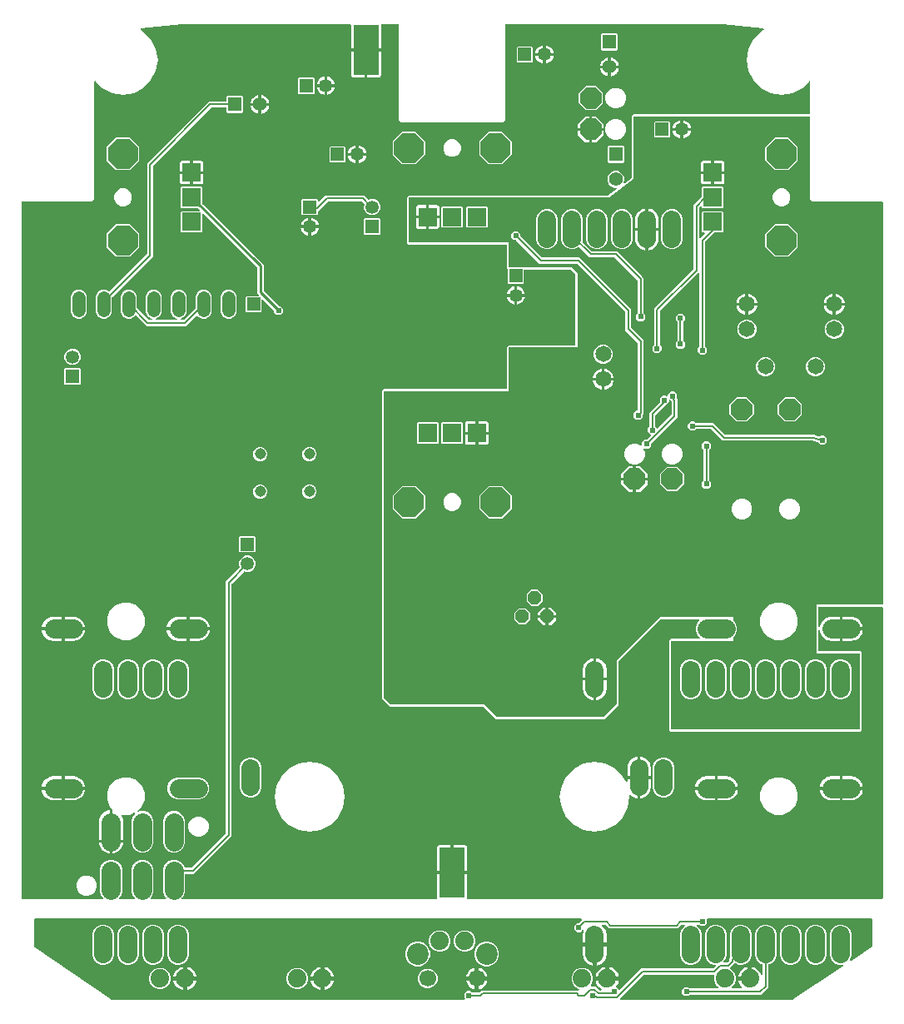
<source format=gbr>
G04 EAGLE Gerber X2 export*
%TF.Part,Single*%
%TF.FileFunction,Copper,L2,Bot,Mixed*%
%TF.FilePolarity,Positive*%
%TF.GenerationSoftware,Autodesk,EAGLE,9.2.2*%
%TF.CreationDate,2019-01-20T22:08:28Z*%
G75*
%MOMM*%
%FSLAX34Y34*%
%LPD*%
%INBottom Copper*%
%AMOC8*
5,1,8,0,0,1.08239X$1,22.5*%
G01*
%ADD10R,1.350000X1.350000*%
%ADD11C,1.350000*%
%ADD12C,1.651000*%
%ADD13C,1.143000*%
%ADD14C,1.408000*%
%ADD15R,1.408000X1.408000*%
%ADD16C,1.879600*%
%ADD17R,1.879600X1.879600*%
%ADD18P,3.247170X8X22.500000*%
%ADD19R,1.320800X1.320800*%
%ADD20C,1.320800*%
%ADD21P,3.247170X8X112.500000*%
%ADD22P,3.247170X8X202.500000*%
%ADD23P,3.247170X8X292.500000*%
%ADD24C,1.950000*%
%ADD25P,2.336880X8X22.500000*%
%ADD26C,2.200000*%
%ADD27C,1.700000*%
%ADD28C,1.879600*%
%ADD29R,2.540000X5.080000*%
%ADD30P,1.429621X8X22.500000*%
%ADD31P,2.336880X8X202.500000*%
%ADD32C,0.203200*%
%ADD33C,0.604800*%
%ADD34C,0.254000*%

G36*
X119437Y106362D02*
X119437Y106362D01*
X119509Y106364D01*
X119558Y106382D01*
X119609Y106390D01*
X119673Y106424D01*
X119740Y106449D01*
X119781Y106481D01*
X119827Y106506D01*
X119876Y106558D01*
X119932Y106602D01*
X119960Y106646D01*
X119996Y106684D01*
X120026Y106749D01*
X120065Y106809D01*
X120078Y106860D01*
X120100Y106907D01*
X120108Y106978D01*
X120125Y107048D01*
X120121Y107100D01*
X120127Y107151D01*
X120112Y107222D01*
X120106Y107293D01*
X120086Y107341D01*
X120075Y107392D01*
X120038Y107453D01*
X120010Y107519D01*
X119965Y107575D01*
X119948Y107603D01*
X119931Y107618D01*
X119905Y107650D01*
X118442Y109113D01*
X116725Y113257D01*
X116725Y137243D01*
X118442Y141387D01*
X121613Y144558D01*
X125757Y146275D01*
X130243Y146275D01*
X134387Y144558D01*
X137558Y141387D01*
X139275Y137243D01*
X139275Y113257D01*
X137558Y109113D01*
X136095Y107650D01*
X136053Y107592D01*
X136004Y107540D01*
X135982Y107493D01*
X135952Y107451D01*
X135931Y107382D01*
X135900Y107317D01*
X135895Y107265D01*
X135879Y107215D01*
X135881Y107144D01*
X135873Y107073D01*
X135884Y107022D01*
X135886Y106970D01*
X135910Y106902D01*
X135925Y106832D01*
X135952Y106787D01*
X135970Y106739D01*
X136015Y106683D01*
X136052Y106621D01*
X136091Y106587D01*
X136124Y106547D01*
X136184Y106508D01*
X136239Y106461D01*
X136287Y106442D01*
X136331Y106414D01*
X136400Y106396D01*
X136467Y106369D01*
X136538Y106361D01*
X136569Y106353D01*
X136592Y106355D01*
X136633Y106351D01*
X151367Y106351D01*
X151437Y106362D01*
X151509Y106364D01*
X151558Y106382D01*
X151609Y106390D01*
X151673Y106424D01*
X151740Y106449D01*
X151781Y106481D01*
X151827Y106506D01*
X151876Y106558D01*
X151932Y106602D01*
X151960Y106646D01*
X151996Y106684D01*
X152026Y106749D01*
X152065Y106809D01*
X152078Y106860D01*
X152100Y106907D01*
X152108Y106978D01*
X152125Y107048D01*
X152121Y107100D01*
X152127Y107151D01*
X152112Y107222D01*
X152106Y107293D01*
X152086Y107341D01*
X152075Y107392D01*
X152038Y107453D01*
X152010Y107519D01*
X151965Y107575D01*
X151948Y107603D01*
X151931Y107618D01*
X151905Y107650D01*
X150442Y109113D01*
X148725Y113257D01*
X148725Y137243D01*
X150442Y141387D01*
X153613Y144558D01*
X157757Y146275D01*
X162243Y146275D01*
X166387Y144558D01*
X169558Y141387D01*
X171275Y137243D01*
X171275Y113257D01*
X169558Y109113D01*
X168095Y107650D01*
X168053Y107592D01*
X168004Y107540D01*
X167982Y107493D01*
X167952Y107451D01*
X167931Y107382D01*
X167900Y107317D01*
X167895Y107265D01*
X167879Y107215D01*
X167881Y107144D01*
X167873Y107073D01*
X167884Y107022D01*
X167886Y106970D01*
X167910Y106902D01*
X167925Y106832D01*
X167952Y106787D01*
X167970Y106739D01*
X168015Y106683D01*
X168052Y106621D01*
X168091Y106587D01*
X168124Y106547D01*
X168184Y106508D01*
X168239Y106461D01*
X168287Y106442D01*
X168331Y106414D01*
X168400Y106396D01*
X168467Y106369D01*
X168538Y106361D01*
X168569Y106353D01*
X168592Y106355D01*
X168633Y106351D01*
X183367Y106351D01*
X183437Y106362D01*
X183509Y106364D01*
X183558Y106382D01*
X183609Y106390D01*
X183673Y106424D01*
X183740Y106449D01*
X183781Y106481D01*
X183827Y106506D01*
X183876Y106558D01*
X183932Y106602D01*
X183960Y106646D01*
X183996Y106684D01*
X184026Y106749D01*
X184065Y106809D01*
X184078Y106860D01*
X184100Y106907D01*
X184108Y106978D01*
X184125Y107048D01*
X184121Y107100D01*
X184127Y107151D01*
X184112Y107222D01*
X184106Y107293D01*
X184086Y107341D01*
X184075Y107392D01*
X184038Y107453D01*
X184010Y107519D01*
X183965Y107575D01*
X183948Y107603D01*
X183931Y107618D01*
X183905Y107650D01*
X182442Y109113D01*
X180725Y113257D01*
X180725Y137243D01*
X182442Y141387D01*
X185613Y144558D01*
X189757Y146275D01*
X194243Y146275D01*
X198387Y144558D01*
X201558Y141387D01*
X202746Y138519D01*
X202808Y138419D01*
X202868Y138319D01*
X202873Y138315D01*
X202876Y138310D01*
X202965Y138235D01*
X203055Y138159D01*
X203061Y138157D01*
X203065Y138153D01*
X203173Y138111D01*
X203283Y138067D01*
X203290Y138066D01*
X203295Y138065D01*
X203313Y138064D01*
X203450Y138049D01*
X209622Y138049D01*
X209712Y138063D01*
X209803Y138071D01*
X209833Y138083D01*
X209865Y138088D01*
X209945Y138131D01*
X210029Y138167D01*
X210061Y138193D01*
X210082Y138204D01*
X210104Y138227D01*
X210160Y138272D01*
X244378Y172490D01*
X244431Y172564D01*
X244491Y172633D01*
X244503Y172663D01*
X244522Y172690D01*
X244549Y172777D01*
X244583Y172861D01*
X244587Y172902D01*
X244594Y172925D01*
X244593Y172957D01*
X244601Y173028D01*
X244601Y429413D01*
X246610Y431422D01*
X258744Y443556D01*
X258813Y443651D01*
X258882Y443745D01*
X258884Y443750D01*
X258888Y443756D01*
X258922Y443867D01*
X258958Y443978D01*
X258958Y443985D01*
X258960Y443991D01*
X258957Y444107D01*
X258956Y444224D01*
X258954Y444232D01*
X258954Y444237D01*
X258947Y444254D01*
X258909Y444385D01*
X258425Y445554D01*
X258425Y448846D01*
X259685Y451887D01*
X262013Y454215D01*
X265054Y455475D01*
X268346Y455475D01*
X271387Y454215D01*
X273715Y451887D01*
X274975Y448846D01*
X274975Y445554D01*
X273715Y442513D01*
X271387Y440185D01*
X268346Y438925D01*
X265054Y438925D01*
X263885Y439409D01*
X263772Y439436D01*
X263658Y439465D01*
X263652Y439464D01*
X263646Y439465D01*
X263529Y439454D01*
X263413Y439445D01*
X263407Y439443D01*
X263401Y439442D01*
X263294Y439395D01*
X263187Y439349D01*
X263181Y439344D01*
X263176Y439342D01*
X263163Y439330D01*
X263056Y439244D01*
X250922Y427110D01*
X250869Y427036D01*
X250809Y426967D01*
X250797Y426937D01*
X250778Y426910D01*
X250751Y426823D01*
X250717Y426739D01*
X250713Y426698D01*
X250706Y426675D01*
X250707Y426643D01*
X250699Y426572D01*
X250699Y170187D01*
X212463Y131951D01*
X204036Y131951D01*
X204016Y131948D01*
X203997Y131950D01*
X203895Y131928D01*
X203793Y131912D01*
X203776Y131902D01*
X203756Y131898D01*
X203667Y131845D01*
X203576Y131796D01*
X203562Y131782D01*
X203545Y131772D01*
X203478Y131693D01*
X203406Y131618D01*
X203398Y131600D01*
X203385Y131585D01*
X203346Y131489D01*
X203303Y131395D01*
X203301Y131375D01*
X203293Y131357D01*
X203275Y131190D01*
X203275Y113257D01*
X201558Y109113D01*
X200095Y107650D01*
X200053Y107592D01*
X200004Y107540D01*
X199982Y107493D01*
X199952Y107451D01*
X199931Y107382D01*
X199900Y107317D01*
X199895Y107265D01*
X199879Y107215D01*
X199881Y107144D01*
X199873Y107073D01*
X199884Y107022D01*
X199886Y106970D01*
X199910Y106902D01*
X199925Y106832D01*
X199952Y106787D01*
X199970Y106739D01*
X200015Y106683D01*
X200052Y106621D01*
X200091Y106587D01*
X200124Y106547D01*
X200184Y106508D01*
X200239Y106461D01*
X200287Y106442D01*
X200331Y106414D01*
X200400Y106396D01*
X200467Y106369D01*
X200538Y106361D01*
X200569Y106353D01*
X200592Y106355D01*
X200633Y106351D01*
X459106Y106351D01*
X459222Y106370D01*
X459341Y106388D01*
X459345Y106390D01*
X459349Y106390D01*
X459453Y106446D01*
X459560Y106501D01*
X459563Y106504D01*
X459566Y106506D01*
X459647Y106591D01*
X459731Y106677D01*
X459733Y106681D01*
X459736Y106684D01*
X459785Y106791D01*
X459837Y106899D01*
X459837Y106903D01*
X459839Y106907D01*
X459852Y107025D01*
X459867Y107143D01*
X459866Y107148D01*
X459866Y107151D01*
X459863Y107165D01*
X459841Y107309D01*
X459759Y107615D01*
X459759Y131827D01*
X474238Y131827D01*
X474258Y131830D01*
X474277Y131828D01*
X474379Y131850D01*
X474481Y131867D01*
X474498Y131876D01*
X474518Y131880D01*
X474607Y131933D01*
X474698Y131982D01*
X474712Y131996D01*
X474729Y132006D01*
X474796Y132085D01*
X474867Y132160D01*
X474876Y132178D01*
X474889Y132193D01*
X474928Y132289D01*
X474971Y132383D01*
X474973Y132403D01*
X474981Y132421D01*
X474999Y132588D01*
X474999Y133351D01*
X475001Y133351D01*
X475001Y132588D01*
X475004Y132568D01*
X475002Y132549D01*
X475024Y132447D01*
X475041Y132345D01*
X475050Y132328D01*
X475054Y132308D01*
X475107Y132219D01*
X475156Y132128D01*
X475170Y132114D01*
X475180Y132097D01*
X475259Y132030D01*
X475334Y131959D01*
X475352Y131950D01*
X475367Y131937D01*
X475463Y131898D01*
X475557Y131855D01*
X475577Y131853D01*
X475595Y131845D01*
X475762Y131827D01*
X490241Y131827D01*
X490241Y107615D01*
X490159Y107309D01*
X490147Y107191D01*
X490134Y107073D01*
X490135Y107068D01*
X490134Y107064D01*
X490161Y106949D01*
X490186Y106832D01*
X490188Y106829D01*
X490189Y106825D01*
X490251Y106724D01*
X490312Y106621D01*
X490315Y106618D01*
X490317Y106615D01*
X490408Y106539D01*
X490499Y106461D01*
X490503Y106460D01*
X490506Y106457D01*
X490616Y106414D01*
X490727Y106369D01*
X490732Y106369D01*
X490735Y106367D01*
X490749Y106367D01*
X490894Y106351D01*
X912238Y106351D01*
X912258Y106354D01*
X912277Y106352D01*
X912379Y106374D01*
X912481Y106390D01*
X912498Y106400D01*
X912518Y106404D01*
X912607Y106457D01*
X912698Y106506D01*
X912712Y106520D01*
X912729Y106530D01*
X912796Y106609D01*
X912868Y106684D01*
X912876Y106702D01*
X912889Y106717D01*
X912928Y106813D01*
X912971Y106907D01*
X912973Y106927D01*
X912981Y106945D01*
X912999Y107112D01*
X912999Y402844D01*
X912996Y402864D01*
X912998Y402883D01*
X912976Y402985D01*
X912960Y403087D01*
X912950Y403104D01*
X912946Y403124D01*
X912893Y403213D01*
X912844Y403304D01*
X912830Y403318D01*
X912820Y403335D01*
X912741Y403402D01*
X912666Y403474D01*
X912648Y403482D01*
X912633Y403495D01*
X912537Y403534D01*
X912443Y403577D01*
X912423Y403579D01*
X912405Y403587D01*
X912238Y403605D01*
X848106Y403605D01*
X848086Y403602D01*
X848067Y403604D01*
X847965Y403582D01*
X847863Y403566D01*
X847846Y403556D01*
X847826Y403552D01*
X847737Y403499D01*
X847646Y403450D01*
X847632Y403436D01*
X847615Y403426D01*
X847548Y403347D01*
X847476Y403272D01*
X847468Y403254D01*
X847455Y403239D01*
X847416Y403143D01*
X847373Y403049D01*
X847371Y403029D01*
X847363Y403011D01*
X847345Y402844D01*
X847345Y383490D01*
X847355Y383427D01*
X847355Y383363D01*
X847375Y383307D01*
X847384Y383247D01*
X847414Y383191D01*
X847435Y383131D01*
X847472Y383083D01*
X847500Y383030D01*
X847546Y382986D01*
X847585Y382935D01*
X847634Y382902D01*
X847678Y382861D01*
X847736Y382834D01*
X847789Y382798D01*
X847847Y382782D01*
X847901Y382757D01*
X847965Y382750D01*
X848026Y382733D01*
X848086Y382737D01*
X848145Y382730D01*
X848208Y382744D01*
X848272Y382747D01*
X848327Y382769D01*
X848386Y382782D01*
X848441Y382815D01*
X848500Y382839D01*
X848545Y382878D01*
X848597Y382908D01*
X848638Y382957D01*
X848687Y382998D01*
X848718Y383050D01*
X848757Y383095D01*
X848781Y383155D01*
X848814Y383209D01*
X848836Y383293D01*
X848849Y383323D01*
X848851Y383348D01*
X848858Y383371D01*
X848962Y384028D01*
X849560Y385868D01*
X850438Y387592D01*
X851575Y389157D01*
X852943Y390525D01*
X854508Y391662D01*
X856232Y392540D01*
X858072Y393138D01*
X859983Y393441D01*
X869177Y393441D01*
X869177Y381912D01*
X869179Y381897D01*
X869178Y381884D01*
X869179Y381880D01*
X869178Y381873D01*
X869200Y381771D01*
X869217Y381669D01*
X869226Y381652D01*
X869230Y381632D01*
X869283Y381543D01*
X869332Y381452D01*
X869346Y381438D01*
X869356Y381421D01*
X869435Y381354D01*
X869510Y381283D01*
X869528Y381274D01*
X869543Y381261D01*
X869639Y381223D01*
X869733Y381179D01*
X869753Y381177D01*
X869771Y381169D01*
X869938Y381151D01*
X870701Y381151D01*
X870701Y381149D01*
X869938Y381149D01*
X869918Y381146D01*
X869899Y381148D01*
X869797Y381126D01*
X869695Y381109D01*
X869678Y381100D01*
X869658Y381096D01*
X869569Y381043D01*
X869478Y380994D01*
X869464Y380980D01*
X869447Y380970D01*
X869380Y380891D01*
X869309Y380816D01*
X869300Y380798D01*
X869287Y380783D01*
X869248Y380687D01*
X869205Y380593D01*
X869203Y380573D01*
X869195Y380555D01*
X869177Y380388D01*
X869177Y368859D01*
X859983Y368859D01*
X858072Y369162D01*
X856232Y369760D01*
X854508Y370638D01*
X852943Y371775D01*
X851575Y373143D01*
X850438Y374708D01*
X849560Y376432D01*
X848962Y378272D01*
X848858Y378929D01*
X848838Y378990D01*
X848827Y379053D01*
X848799Y379106D01*
X848781Y379162D01*
X848742Y379214D01*
X848712Y379270D01*
X848669Y379311D01*
X848633Y379359D01*
X848580Y379395D01*
X848534Y379439D01*
X848480Y379465D01*
X848430Y379499D01*
X848369Y379516D01*
X848311Y379543D01*
X848251Y379550D01*
X848194Y379566D01*
X848130Y379563D01*
X848067Y379570D01*
X848008Y379557D01*
X847948Y379555D01*
X847889Y379531D01*
X847826Y379518D01*
X847775Y379487D01*
X847719Y379465D01*
X847670Y379424D01*
X847615Y379392D01*
X847576Y379346D01*
X847530Y379308D01*
X847497Y379253D01*
X847455Y379205D01*
X847433Y379149D01*
X847401Y379098D01*
X847387Y379036D01*
X847363Y378977D01*
X847354Y378891D01*
X847346Y378858D01*
X847347Y378834D01*
X847345Y378810D01*
X847345Y359156D01*
X847348Y359136D01*
X847346Y359117D01*
X847368Y359015D01*
X847384Y358913D01*
X847394Y358896D01*
X847398Y358876D01*
X847451Y358787D01*
X847500Y358696D01*
X847514Y358682D01*
X847524Y358665D01*
X847603Y358598D01*
X847678Y358526D01*
X847696Y358518D01*
X847711Y358505D01*
X847807Y358466D01*
X847901Y358423D01*
X847921Y358421D01*
X847939Y358413D01*
X848106Y358395D01*
X890158Y358395D01*
X891795Y356758D01*
X891795Y278242D01*
X890158Y276605D01*
X697342Y276605D01*
X695705Y278242D01*
X695705Y369458D01*
X697342Y371095D01*
X726223Y371095D01*
X726293Y371106D01*
X726365Y371108D01*
X726414Y371126D01*
X726465Y371134D01*
X726529Y371168D01*
X726596Y371193D01*
X726637Y371225D01*
X726683Y371250D01*
X726732Y371302D01*
X726788Y371346D01*
X726816Y371390D01*
X726852Y371428D01*
X726882Y371493D01*
X726921Y371553D01*
X726934Y371604D01*
X726956Y371651D01*
X726964Y371722D01*
X726981Y371792D01*
X726977Y371844D01*
X726983Y371895D01*
X726968Y371966D01*
X726962Y372037D01*
X726942Y372085D01*
X726931Y372136D01*
X726894Y372197D01*
X726866Y372263D01*
X726821Y372319D01*
X726804Y372347D01*
X726787Y372362D01*
X726761Y372394D01*
X724392Y374763D01*
X722675Y378907D01*
X722675Y383393D01*
X724392Y387537D01*
X726461Y389606D01*
X726503Y389664D01*
X726552Y389716D01*
X726574Y389763D01*
X726604Y389805D01*
X726625Y389874D01*
X726656Y389939D01*
X726661Y389991D01*
X726677Y390041D01*
X726675Y390112D01*
X726683Y390183D01*
X726672Y390234D01*
X726670Y390286D01*
X726646Y390354D01*
X726631Y390424D01*
X726604Y390469D01*
X726586Y390517D01*
X726541Y390573D01*
X726504Y390635D01*
X726465Y390669D01*
X726432Y390709D01*
X726372Y390748D01*
X726317Y390795D01*
X726269Y390814D01*
X726225Y390842D01*
X726156Y390860D01*
X726089Y390887D01*
X726018Y390895D01*
X725987Y390903D01*
X725964Y390901D01*
X725923Y390905D01*
X687273Y390905D01*
X687183Y390891D01*
X687092Y390883D01*
X687062Y390871D01*
X687030Y390866D01*
X686950Y390823D01*
X686866Y390787D01*
X686834Y390761D01*
X686813Y390750D01*
X686791Y390727D01*
X686735Y390682D01*
X644368Y348315D01*
X644315Y348241D01*
X644255Y348172D01*
X644243Y348142D01*
X644224Y348116D01*
X644197Y348029D01*
X644163Y347944D01*
X644159Y347903D01*
X644152Y347881D01*
X644153Y347848D01*
X644145Y347777D01*
X644145Y303642D01*
X629808Y289305D01*
X519542Y289305D01*
X507065Y301782D01*
X506991Y301835D01*
X506922Y301895D01*
X506892Y301907D01*
X506866Y301926D01*
X506779Y301953D01*
X506694Y301987D01*
X506653Y301991D01*
X506631Y301998D01*
X506598Y301997D01*
X506527Y302005D01*
X411592Y302005D01*
X403605Y309992D01*
X403605Y623458D01*
X405242Y625095D01*
X529844Y625095D01*
X529864Y625098D01*
X529883Y625096D01*
X529985Y625118D01*
X530087Y625134D01*
X530104Y625144D01*
X530124Y625148D01*
X530213Y625201D01*
X530304Y625250D01*
X530318Y625264D01*
X530335Y625274D01*
X530402Y625353D01*
X530474Y625428D01*
X530482Y625446D01*
X530495Y625461D01*
X530534Y625557D01*
X530577Y625651D01*
X530579Y625671D01*
X530587Y625689D01*
X530605Y625856D01*
X530605Y667908D01*
X532242Y669545D01*
X599694Y669545D01*
X599714Y669548D01*
X599733Y669546D01*
X599835Y669568D01*
X599937Y669584D01*
X599954Y669594D01*
X599974Y669598D01*
X600063Y669651D01*
X600154Y669700D01*
X600168Y669714D01*
X600185Y669724D01*
X600252Y669803D01*
X600324Y669878D01*
X600332Y669896D01*
X600345Y669911D01*
X600384Y670007D01*
X600427Y670101D01*
X600429Y670121D01*
X600437Y670139D01*
X600455Y670306D01*
X600455Y741477D01*
X600441Y741567D01*
X600433Y741658D01*
X600421Y741688D01*
X600416Y741720D01*
X600373Y741800D01*
X600337Y741884D01*
X600311Y741916D01*
X600300Y741937D01*
X600277Y741959D01*
X600232Y742015D01*
X595965Y746282D01*
X595891Y746335D01*
X595822Y746395D01*
X595792Y746407D01*
X595766Y746426D01*
X595679Y746453D01*
X595594Y746487D01*
X595553Y746491D01*
X595531Y746498D01*
X595498Y746497D01*
X595427Y746505D01*
X548786Y746505D01*
X548766Y746502D01*
X548747Y746504D01*
X548645Y746482D01*
X548543Y746466D01*
X548526Y746456D01*
X548506Y746452D01*
X548417Y746399D01*
X548326Y746350D01*
X548312Y746336D01*
X548295Y746326D01*
X548228Y746247D01*
X548156Y746172D01*
X548148Y746154D01*
X548135Y746139D01*
X548096Y746043D01*
X548053Y745949D01*
X548051Y745929D01*
X548043Y745911D01*
X548025Y745744D01*
X548025Y732868D01*
X547132Y731975D01*
X532368Y731975D01*
X531475Y732868D01*
X531475Y746957D01*
X531461Y747047D01*
X531453Y747138D01*
X531441Y747168D01*
X531436Y747200D01*
X531393Y747280D01*
X531357Y747364D01*
X531331Y747397D01*
X531320Y747417D01*
X531297Y747439D01*
X531252Y747495D01*
X530605Y748142D01*
X530605Y771144D01*
X530602Y771164D01*
X530604Y771183D01*
X530582Y771285D01*
X530566Y771387D01*
X530556Y771404D01*
X530552Y771424D01*
X530499Y771513D01*
X530450Y771604D01*
X530436Y771618D01*
X530426Y771635D01*
X530347Y771702D01*
X530272Y771774D01*
X530254Y771782D01*
X530239Y771795D01*
X530143Y771834D01*
X530049Y771877D01*
X530029Y771879D01*
X530011Y771887D01*
X529844Y771905D01*
X430642Y771905D01*
X429005Y773542D01*
X429005Y820308D01*
X430642Y821945D01*
X633815Y821945D01*
X633852Y821951D01*
X633889Y821948D01*
X633973Y821971D01*
X634057Y821984D01*
X634091Y822002D01*
X634127Y822012D01*
X634271Y822097D01*
X642495Y828265D01*
X642497Y828267D01*
X642499Y828268D01*
X642582Y828355D01*
X642666Y828442D01*
X642667Y828444D01*
X642668Y828446D01*
X642719Y828556D01*
X642771Y828665D01*
X642771Y828667D01*
X642772Y828669D01*
X642785Y828785D01*
X642799Y828909D01*
X642799Y828911D01*
X642799Y828913D01*
X642774Y829030D01*
X642748Y829150D01*
X642747Y829152D01*
X642747Y829154D01*
X642685Y829258D01*
X642623Y829362D01*
X642622Y829363D01*
X642620Y829365D01*
X642528Y829444D01*
X642437Y829523D01*
X642435Y829523D01*
X642434Y829525D01*
X642320Y829571D01*
X642210Y829616D01*
X642207Y829616D01*
X642205Y829617D01*
X642039Y829635D01*
X639646Y829635D01*
X636498Y830939D01*
X634089Y833348D01*
X632785Y836496D01*
X632785Y839904D01*
X634089Y843052D01*
X636498Y845461D01*
X639646Y846765D01*
X643054Y846765D01*
X646202Y845461D01*
X648611Y843052D01*
X649915Y839904D01*
X649915Y836496D01*
X649376Y835196D01*
X649366Y835153D01*
X649347Y835114D01*
X649338Y835034D01*
X649320Y834956D01*
X649324Y834913D01*
X649319Y834869D01*
X649335Y834791D01*
X649343Y834711D01*
X649361Y834671D01*
X649370Y834629D01*
X649410Y834560D01*
X649443Y834487D01*
X649473Y834455D01*
X649495Y834417D01*
X649555Y834365D01*
X649609Y834306D01*
X649648Y834284D01*
X649681Y834256D01*
X649755Y834226D01*
X649825Y834187D01*
X649868Y834179D01*
X649908Y834163D01*
X649988Y834158D01*
X650067Y834143D01*
X650110Y834150D01*
X650154Y834147D01*
X650231Y834167D01*
X650310Y834179D01*
X650349Y834199D01*
X650392Y834210D01*
X650517Y834284D01*
X650530Y834291D01*
X650532Y834293D01*
X650536Y834295D01*
X657301Y839369D01*
X657316Y839385D01*
X657335Y839396D01*
X657401Y839473D01*
X657471Y839546D01*
X657480Y839566D01*
X657495Y839583D01*
X657533Y839677D01*
X657576Y839769D01*
X657579Y839791D01*
X657587Y839811D01*
X657605Y839978D01*
X657605Y902858D01*
X659242Y904495D01*
X838238Y904495D01*
X838258Y904498D01*
X838277Y904496D01*
X838379Y904518D01*
X838481Y904534D01*
X838498Y904544D01*
X838518Y904548D01*
X838607Y904601D01*
X838698Y904650D01*
X838712Y904664D01*
X838729Y904674D01*
X838796Y904753D01*
X838868Y904828D01*
X838876Y904846D01*
X838889Y904861D01*
X838928Y904957D01*
X838971Y905051D01*
X838973Y905071D01*
X838981Y905089D01*
X838999Y905256D01*
X838999Y937503D01*
X838988Y937574D01*
X838986Y937646D01*
X838968Y937695D01*
X838960Y937746D01*
X838926Y937809D01*
X838901Y937877D01*
X838869Y937917D01*
X838844Y937964D01*
X838792Y938013D01*
X838748Y938069D01*
X838704Y938097D01*
X838666Y938133D01*
X838601Y938163D01*
X838541Y938202D01*
X838490Y938215D01*
X838443Y938237D01*
X838372Y938244D01*
X838302Y938262D01*
X838250Y938258D01*
X838199Y938264D01*
X838128Y938248D01*
X838057Y938243D01*
X838009Y938222D01*
X837958Y938211D01*
X837897Y938175D01*
X837831Y938146D01*
X837775Y938102D01*
X837747Y938085D01*
X837732Y938067D01*
X837700Y938042D01*
X830897Y931238D01*
X820986Y926189D01*
X810000Y924449D01*
X799014Y926189D01*
X789103Y931238D01*
X781238Y939103D01*
X776189Y949014D01*
X774449Y960000D01*
X776189Y970986D01*
X781238Y980897D01*
X789103Y988762D01*
X791702Y990085D01*
X791724Y990101D01*
X791749Y990112D01*
X791822Y990174D01*
X791900Y990231D01*
X791916Y990253D01*
X791936Y990271D01*
X791986Y990353D01*
X792041Y990432D01*
X792049Y990458D01*
X792063Y990481D01*
X792084Y990576D01*
X792111Y990668D01*
X792110Y990695D01*
X792116Y990722D01*
X792106Y990818D01*
X792102Y990914D01*
X792093Y990939D01*
X792090Y990966D01*
X792050Y991054D01*
X792016Y991144D01*
X791998Y991165D01*
X791987Y991190D01*
X791921Y991260D01*
X791860Y991334D01*
X791837Y991349D01*
X791818Y991369D01*
X791733Y991414D01*
X791652Y991465D01*
X791625Y991472D01*
X791601Y991484D01*
X791437Y991521D01*
X749826Y995995D01*
X749798Y995993D01*
X749745Y995999D01*
X529762Y995999D01*
X529742Y995996D01*
X529723Y995998D01*
X529621Y995976D01*
X529519Y995960D01*
X529502Y995950D01*
X529482Y995946D01*
X529393Y995893D01*
X529302Y995844D01*
X529288Y995830D01*
X529271Y995820D01*
X529204Y995741D01*
X529132Y995666D01*
X529124Y995648D01*
X529111Y995633D01*
X529072Y995537D01*
X529029Y995443D01*
X529027Y995423D01*
X529019Y995405D01*
X529001Y995238D01*
X529001Y898343D01*
X526657Y895999D01*
X423343Y895999D01*
X420999Y898343D01*
X420999Y995238D01*
X420996Y995258D01*
X420998Y995277D01*
X420976Y995379D01*
X420960Y995481D01*
X420950Y995498D01*
X420946Y995518D01*
X420893Y995607D01*
X420844Y995698D01*
X420830Y995712D01*
X420820Y995729D01*
X420741Y995796D01*
X420666Y995868D01*
X420648Y995876D01*
X420633Y995889D01*
X420537Y995928D01*
X420443Y995971D01*
X420423Y995973D01*
X420405Y995981D01*
X420238Y995999D01*
X403352Y995999D01*
X403332Y995996D01*
X403313Y995998D01*
X403211Y995976D01*
X403109Y995960D01*
X403092Y995950D01*
X403072Y995946D01*
X402983Y995893D01*
X402892Y995844D01*
X402878Y995830D01*
X402861Y995820D01*
X402794Y995741D01*
X402722Y995666D01*
X402714Y995648D01*
X402701Y995633D01*
X402662Y995537D01*
X402619Y995443D01*
X402617Y995423D01*
X402609Y995405D01*
X402591Y995238D01*
X402591Y971523D01*
X388112Y971523D01*
X388092Y971520D01*
X388073Y971522D01*
X387971Y971500D01*
X387869Y971483D01*
X387852Y971474D01*
X387832Y971470D01*
X387743Y971417D01*
X387652Y971368D01*
X387638Y971354D01*
X387621Y971344D01*
X387554Y971265D01*
X387483Y971190D01*
X387474Y971172D01*
X387461Y971157D01*
X387422Y971061D01*
X387379Y970967D01*
X387377Y970947D01*
X387369Y970929D01*
X387351Y970762D01*
X387351Y969999D01*
X387349Y969999D01*
X387349Y970762D01*
X387346Y970782D01*
X387348Y970801D01*
X387326Y970903D01*
X387309Y971005D01*
X387300Y971022D01*
X387296Y971042D01*
X387243Y971131D01*
X387194Y971222D01*
X387180Y971236D01*
X387170Y971253D01*
X387091Y971320D01*
X387016Y971391D01*
X386998Y971400D01*
X386983Y971413D01*
X386887Y971452D01*
X386793Y971495D01*
X386773Y971497D01*
X386755Y971505D01*
X386588Y971523D01*
X372109Y971523D01*
X372109Y995238D01*
X372106Y995258D01*
X372108Y995277D01*
X372086Y995379D01*
X372070Y995481D01*
X372060Y995498D01*
X372056Y995518D01*
X372003Y995607D01*
X371954Y995698D01*
X371940Y995712D01*
X371930Y995729D01*
X371851Y995796D01*
X371776Y995868D01*
X371758Y995876D01*
X371743Y995889D01*
X371647Y995928D01*
X371553Y995971D01*
X371533Y995973D01*
X371515Y995981D01*
X371348Y995999D01*
X200255Y995999D01*
X200228Y995995D01*
X200174Y995995D01*
X158563Y991521D01*
X158536Y991513D01*
X158509Y991513D01*
X158418Y991481D01*
X158325Y991455D01*
X158303Y991440D01*
X158277Y991431D01*
X158202Y991371D01*
X158122Y991317D01*
X158105Y991296D01*
X158084Y991279D01*
X158031Y991199D01*
X157972Y991122D01*
X157964Y991096D01*
X157949Y991074D01*
X157924Y990980D01*
X157893Y990889D01*
X157893Y990862D01*
X157886Y990836D01*
X157893Y990740D01*
X157892Y990643D01*
X157901Y990617D01*
X157903Y990590D01*
X157939Y990501D01*
X157970Y990410D01*
X157986Y990388D01*
X157997Y990363D01*
X158060Y990290D01*
X158118Y990213D01*
X158140Y990198D01*
X158158Y990178D01*
X158298Y990085D01*
X160897Y988762D01*
X168762Y980897D01*
X173811Y970986D01*
X175551Y960000D01*
X173811Y949014D01*
X168762Y939103D01*
X160897Y931238D01*
X150986Y926189D01*
X140000Y924449D01*
X129014Y926189D01*
X119103Y931238D01*
X112300Y938042D01*
X112242Y938084D01*
X112190Y938133D01*
X112143Y938155D01*
X112101Y938185D01*
X112032Y938206D01*
X111967Y938237D01*
X111915Y938242D01*
X111865Y938258D01*
X111794Y938256D01*
X111723Y938264D01*
X111672Y938253D01*
X111620Y938251D01*
X111552Y938227D01*
X111482Y938211D01*
X111437Y938185D01*
X111389Y938167D01*
X111333Y938122D01*
X111271Y938085D01*
X111237Y938046D01*
X111197Y938013D01*
X111158Y937953D01*
X111111Y937898D01*
X111092Y937850D01*
X111064Y937806D01*
X111046Y937737D01*
X111019Y937670D01*
X111011Y937599D01*
X111003Y937568D01*
X111005Y937544D01*
X111001Y937503D01*
X111001Y818343D01*
X108657Y815999D01*
X37762Y815999D01*
X37742Y815996D01*
X37723Y815998D01*
X37621Y815976D01*
X37519Y815960D01*
X37502Y815950D01*
X37482Y815946D01*
X37393Y815893D01*
X37302Y815844D01*
X37288Y815830D01*
X37271Y815820D01*
X37204Y815741D01*
X37132Y815666D01*
X37124Y815648D01*
X37111Y815633D01*
X37072Y815537D01*
X37029Y815443D01*
X37027Y815423D01*
X37019Y815405D01*
X37001Y815238D01*
X37001Y107112D01*
X37004Y107092D01*
X37002Y107073D01*
X37024Y106971D01*
X37040Y106869D01*
X37050Y106852D01*
X37054Y106832D01*
X37107Y106743D01*
X37156Y106652D01*
X37170Y106638D01*
X37180Y106621D01*
X37259Y106554D01*
X37334Y106482D01*
X37352Y106474D01*
X37367Y106461D01*
X37463Y106422D01*
X37557Y106379D01*
X37577Y106377D01*
X37595Y106369D01*
X37762Y106351D01*
X119367Y106351D01*
X119437Y106362D01*
G37*
G36*
X889020Y278642D02*
X889020Y278642D01*
X889039Y278640D01*
X889141Y278662D01*
X889243Y278679D01*
X889260Y278688D01*
X889280Y278692D01*
X889369Y278745D01*
X889460Y278794D01*
X889474Y278808D01*
X889491Y278818D01*
X889558Y278897D01*
X889630Y278972D01*
X889638Y278990D01*
X889651Y279005D01*
X889690Y279101D01*
X889733Y279195D01*
X889735Y279215D01*
X889743Y279233D01*
X889761Y279400D01*
X889761Y355600D01*
X889758Y355620D01*
X889760Y355639D01*
X889738Y355741D01*
X889722Y355843D01*
X889712Y355860D01*
X889708Y355880D01*
X889655Y355969D01*
X889606Y356060D01*
X889592Y356074D01*
X889582Y356091D01*
X889503Y356158D01*
X889428Y356230D01*
X889410Y356238D01*
X889395Y356251D01*
X889299Y356290D01*
X889205Y356333D01*
X889185Y356335D01*
X889167Y356343D01*
X889000Y356361D01*
X845311Y356361D01*
X845311Y405639D01*
X912238Y405639D01*
X912258Y405642D01*
X912277Y405640D01*
X912379Y405662D01*
X912481Y405679D01*
X912498Y405688D01*
X912518Y405692D01*
X912607Y405745D01*
X912698Y405794D01*
X912712Y405808D01*
X912729Y405818D01*
X912796Y405897D01*
X912868Y405972D01*
X912876Y405990D01*
X912889Y406005D01*
X912928Y406101D01*
X912971Y406195D01*
X912973Y406215D01*
X912981Y406233D01*
X912999Y406400D01*
X912999Y815238D01*
X912996Y815258D01*
X912998Y815277D01*
X912976Y815379D01*
X912960Y815481D01*
X912950Y815498D01*
X912946Y815518D01*
X912893Y815607D01*
X912844Y815698D01*
X912830Y815712D01*
X912820Y815729D01*
X912741Y815796D01*
X912666Y815868D01*
X912648Y815876D01*
X912633Y815889D01*
X912537Y815928D01*
X912443Y815971D01*
X912423Y815973D01*
X912405Y815981D01*
X912238Y815999D01*
X841343Y815999D01*
X838999Y818343D01*
X838999Y901700D01*
X838996Y901720D01*
X838998Y901739D01*
X838976Y901841D01*
X838960Y901943D01*
X838950Y901960D01*
X838946Y901980D01*
X838893Y902069D01*
X838844Y902160D01*
X838830Y902174D01*
X838820Y902191D01*
X838741Y902258D01*
X838666Y902330D01*
X838648Y902338D01*
X838633Y902351D01*
X838537Y902390D01*
X838443Y902433D01*
X838423Y902435D01*
X838405Y902443D01*
X838238Y902461D01*
X660400Y902461D01*
X660380Y902458D01*
X660361Y902460D01*
X660259Y902438D01*
X660157Y902422D01*
X660140Y902412D01*
X660120Y902408D01*
X660031Y902355D01*
X659940Y902306D01*
X659926Y902292D01*
X659909Y902282D01*
X659842Y902203D01*
X659771Y902128D01*
X659762Y902110D01*
X659749Y902095D01*
X659710Y901999D01*
X659667Y901905D01*
X659665Y901885D01*
X659657Y901867D01*
X659639Y901700D01*
X659639Y838581D01*
X634746Y819911D01*
X431800Y819911D01*
X431780Y819908D01*
X431761Y819910D01*
X431659Y819888D01*
X431557Y819872D01*
X431540Y819862D01*
X431520Y819858D01*
X431431Y819805D01*
X431340Y819756D01*
X431326Y819742D01*
X431309Y819732D01*
X431242Y819653D01*
X431171Y819578D01*
X431162Y819560D01*
X431149Y819545D01*
X431110Y819449D01*
X431067Y819355D01*
X431065Y819335D01*
X431057Y819317D01*
X431039Y819150D01*
X431039Y774700D01*
X431042Y774680D01*
X431040Y774661D01*
X431062Y774559D01*
X431079Y774457D01*
X431088Y774440D01*
X431092Y774420D01*
X431145Y774331D01*
X431194Y774240D01*
X431208Y774226D01*
X431218Y774209D01*
X431297Y774142D01*
X431372Y774071D01*
X431390Y774062D01*
X431405Y774049D01*
X431501Y774010D01*
X431595Y773967D01*
X431615Y773965D01*
X431633Y773957D01*
X431800Y773939D01*
X532639Y773939D01*
X532639Y749300D01*
X532642Y749280D01*
X532640Y749261D01*
X532662Y749159D01*
X532679Y749057D01*
X532688Y749040D01*
X532692Y749020D01*
X532745Y748931D01*
X532794Y748840D01*
X532808Y748826D01*
X532818Y748809D01*
X532897Y748742D01*
X532972Y748671D01*
X532990Y748662D01*
X533005Y748649D01*
X533101Y748610D01*
X533195Y748567D01*
X533215Y748565D01*
X533233Y748557D01*
X533400Y748539D01*
X596585Y748539D01*
X602489Y742635D01*
X602489Y667511D01*
X533400Y667511D01*
X533380Y667508D01*
X533361Y667510D01*
X533259Y667488D01*
X533157Y667472D01*
X533140Y667462D01*
X533120Y667458D01*
X533031Y667405D01*
X532940Y667356D01*
X532926Y667342D01*
X532909Y667332D01*
X532842Y667253D01*
X532771Y667178D01*
X532762Y667160D01*
X532749Y667145D01*
X532710Y667049D01*
X532667Y666955D01*
X532665Y666935D01*
X532657Y666917D01*
X532639Y666750D01*
X532639Y623061D01*
X406400Y623061D01*
X406380Y623058D01*
X406361Y623060D01*
X406259Y623038D01*
X406157Y623022D01*
X406140Y623012D01*
X406120Y623008D01*
X406031Y622955D01*
X405940Y622906D01*
X405926Y622892D01*
X405909Y622882D01*
X405842Y622803D01*
X405771Y622728D01*
X405762Y622710D01*
X405749Y622695D01*
X405710Y622599D01*
X405667Y622505D01*
X405665Y622485D01*
X405657Y622467D01*
X405639Y622300D01*
X405639Y311150D01*
X405654Y311060D01*
X405661Y310969D01*
X405673Y310939D01*
X405679Y310907D01*
X405721Y310827D01*
X405757Y310743D01*
X405783Y310711D01*
X405794Y310690D01*
X405817Y310668D01*
X405862Y310612D01*
X412212Y304262D01*
X412286Y304209D01*
X412355Y304149D01*
X412385Y304137D01*
X412411Y304118D01*
X412498Y304091D01*
X412583Y304057D01*
X412624Y304053D01*
X412647Y304046D01*
X412679Y304047D01*
X412750Y304039D01*
X507685Y304039D01*
X520162Y291562D01*
X520236Y291509D01*
X520305Y291449D01*
X520335Y291437D01*
X520361Y291418D01*
X520448Y291391D01*
X520533Y291357D01*
X520574Y291353D01*
X520597Y291346D01*
X520629Y291347D01*
X520700Y291339D01*
X628650Y291339D01*
X628740Y291354D01*
X628831Y291361D01*
X628861Y291373D01*
X628893Y291379D01*
X628973Y291421D01*
X629057Y291457D01*
X629089Y291483D01*
X629110Y291494D01*
X629132Y291517D01*
X629188Y291562D01*
X641888Y304262D01*
X641941Y304336D01*
X642001Y304405D01*
X642013Y304435D01*
X642032Y304461D01*
X642059Y304548D01*
X642093Y304633D01*
X642097Y304674D01*
X642104Y304697D01*
X642103Y304729D01*
X642111Y304800D01*
X642111Y348935D01*
X686115Y392939D01*
X761239Y392939D01*
X761239Y389621D01*
X761254Y389531D01*
X761261Y389440D01*
X761273Y389411D01*
X761279Y389379D01*
X761321Y389298D01*
X761357Y389214D01*
X761383Y389182D01*
X761394Y389161D01*
X761417Y389139D01*
X761462Y389083D01*
X763008Y387537D01*
X764725Y383393D01*
X764725Y378907D01*
X763008Y374763D01*
X761462Y373217D01*
X761409Y373143D01*
X761349Y373073D01*
X761337Y373043D01*
X761318Y373017D01*
X761291Y372930D01*
X761257Y372845D01*
X761253Y372804D01*
X761246Y372782D01*
X761247Y372750D01*
X761239Y372679D01*
X761239Y369061D01*
X698500Y369061D01*
X698480Y369058D01*
X698461Y369060D01*
X698359Y369038D01*
X698257Y369022D01*
X698240Y369012D01*
X698220Y369008D01*
X698131Y368955D01*
X698040Y368906D01*
X698026Y368892D01*
X698009Y368882D01*
X697942Y368803D01*
X697871Y368728D01*
X697862Y368710D01*
X697849Y368695D01*
X697810Y368599D01*
X697767Y368505D01*
X697765Y368485D01*
X697757Y368467D01*
X697739Y368300D01*
X697739Y279400D01*
X697742Y279380D01*
X697740Y279361D01*
X697762Y279259D01*
X697779Y279157D01*
X697788Y279140D01*
X697792Y279120D01*
X697845Y279031D01*
X697894Y278940D01*
X697908Y278926D01*
X697918Y278909D01*
X697997Y278842D01*
X698072Y278771D01*
X698090Y278762D01*
X698105Y278749D01*
X698201Y278710D01*
X698295Y278667D01*
X698315Y278665D01*
X698333Y278657D01*
X698500Y278639D01*
X889000Y278639D01*
X889020Y278642D01*
G37*
G36*
X487016Y4005D02*
X487016Y4005D01*
X487046Y4002D01*
X487157Y4025D01*
X487269Y4041D01*
X487296Y4053D01*
X487324Y4058D01*
X487425Y4111D01*
X487528Y4157D01*
X487551Y4176D01*
X487577Y4189D01*
X487659Y4267D01*
X487745Y4340D01*
X487762Y4365D01*
X487783Y4385D01*
X487840Y4483D01*
X487903Y4577D01*
X487912Y4605D01*
X487927Y4630D01*
X487954Y4740D01*
X487989Y4848D01*
X487989Y4878D01*
X487997Y4906D01*
X487993Y5019D01*
X487996Y5132D01*
X487989Y5161D01*
X487988Y5190D01*
X487953Y5298D01*
X487924Y5407D01*
X487909Y5433D01*
X487900Y5461D01*
X487855Y5525D01*
X487779Y5652D01*
X487733Y5695D01*
X487705Y5734D01*
X487195Y6244D01*
X487195Y10012D01*
X489860Y12677D01*
X493628Y12677D01*
X494831Y11474D01*
X494901Y11422D01*
X494964Y11362D01*
X495014Y11336D01*
X495058Y11303D01*
X495140Y11272D01*
X495218Y11232D01*
X495265Y11224D01*
X495324Y11202D01*
X495471Y11190D01*
X495549Y11177D01*
X502253Y11177D01*
X502339Y11189D01*
X502427Y11192D01*
X502479Y11209D01*
X502534Y11217D01*
X502614Y11252D01*
X502697Y11279D01*
X502736Y11307D01*
X502794Y11333D01*
X502907Y11429D01*
X502971Y11474D01*
X504705Y13209D01*
X603086Y13209D01*
X603171Y13221D01*
X603257Y13223D01*
X603311Y13241D01*
X603367Y13249D01*
X603446Y13284D01*
X603528Y13310D01*
X603575Y13342D01*
X603627Y13365D01*
X603692Y13420D01*
X603764Y13468D01*
X603800Y13512D01*
X603844Y13548D01*
X603891Y13620D01*
X603947Y13686D01*
X603970Y13738D01*
X604001Y13785D01*
X604027Y13867D01*
X604062Y13946D01*
X604070Y14002D01*
X604087Y14056D01*
X604089Y14142D01*
X604101Y14227D01*
X604093Y14283D01*
X604094Y14340D01*
X604073Y14423D01*
X604060Y14508D01*
X604037Y14560D01*
X604023Y14615D01*
X603979Y14689D01*
X603943Y14768D01*
X603906Y14811D01*
X603877Y14860D01*
X603815Y14919D01*
X603759Y14984D01*
X603717Y15010D01*
X603670Y15054D01*
X603541Y15120D01*
X603474Y15162D01*
X601113Y16140D01*
X598040Y19213D01*
X596377Y23227D01*
X596377Y27573D01*
X598040Y31587D01*
X601113Y34660D01*
X605127Y36323D01*
X609473Y36323D01*
X613487Y34660D01*
X616560Y31587D01*
X618223Y27573D01*
X618223Y23227D01*
X616560Y19213D01*
X616353Y19006D01*
X616335Y18982D01*
X616313Y18963D01*
X616250Y18869D01*
X616182Y18779D01*
X616172Y18751D01*
X616155Y18727D01*
X616121Y18619D01*
X616081Y18513D01*
X616078Y18484D01*
X616070Y18456D01*
X616067Y18343D01*
X616057Y18230D01*
X616063Y18201D01*
X616062Y18172D01*
X616091Y18062D01*
X616113Y17951D01*
X616127Y17925D01*
X616134Y17897D01*
X616192Y17799D01*
X616244Y17699D01*
X616264Y17677D01*
X616279Y17652D01*
X616362Y17575D01*
X616440Y17493D01*
X616465Y17478D01*
X616487Y17458D01*
X616587Y17406D01*
X616685Y17349D01*
X616714Y17342D01*
X616740Y17328D01*
X616817Y17315D01*
X616961Y17279D01*
X617023Y17281D01*
X617071Y17273D01*
X621023Y17273D01*
X624789Y13506D01*
X624859Y13454D01*
X624923Y13394D01*
X624973Y13368D01*
X625017Y13335D01*
X625098Y13304D01*
X625176Y13264D01*
X625224Y13256D01*
X625282Y13234D01*
X625430Y13222D01*
X625507Y13209D01*
X626101Y13209D01*
X626146Y13215D01*
X626193Y13213D01*
X626286Y13235D01*
X626382Y13249D01*
X626424Y13267D01*
X626469Y13278D01*
X626553Y13325D01*
X626641Y13365D01*
X626677Y13395D01*
X626717Y13417D01*
X626785Y13486D01*
X626858Y13548D01*
X626884Y13587D01*
X626917Y13620D01*
X626963Y13705D01*
X627016Y13785D01*
X627030Y13829D01*
X627052Y13870D01*
X627073Y13964D01*
X627102Y14056D01*
X627103Y14102D01*
X627113Y14148D01*
X627107Y14244D01*
X627109Y14340D01*
X627097Y14385D01*
X627094Y14431D01*
X627062Y14522D01*
X627037Y14615D01*
X627014Y14655D01*
X626998Y14699D01*
X626941Y14777D01*
X626892Y14860D01*
X626858Y14891D01*
X626831Y14929D01*
X626771Y14974D01*
X626685Y15054D01*
X626611Y15092D01*
X626561Y15129D01*
X626443Y15189D01*
X624922Y16294D01*
X623594Y17622D01*
X622489Y19143D01*
X621636Y20817D01*
X621055Y22604D01*
X620934Y23369D01*
X631684Y23369D01*
X631742Y23377D01*
X631800Y23375D01*
X631882Y23397D01*
X631965Y23409D01*
X632019Y23433D01*
X632075Y23447D01*
X632148Y23490D01*
X632225Y23525D01*
X632269Y23563D01*
X632320Y23593D01*
X632377Y23654D01*
X632442Y23709D01*
X632474Y23757D01*
X632514Y23800D01*
X632553Y23875D01*
X632599Y23945D01*
X632617Y24001D01*
X632644Y24053D01*
X632655Y24121D01*
X632685Y24216D01*
X632688Y24316D01*
X632699Y24384D01*
X632699Y25401D01*
X632701Y25401D01*
X632701Y24384D01*
X632709Y24326D01*
X632708Y24268D01*
X632729Y24186D01*
X632741Y24103D01*
X632765Y24049D01*
X632779Y23993D01*
X632822Y23920D01*
X632857Y23843D01*
X632895Y23798D01*
X632925Y23748D01*
X632986Y23690D01*
X633041Y23626D01*
X633089Y23594D01*
X633132Y23554D01*
X633207Y23515D01*
X633277Y23469D01*
X633333Y23451D01*
X633385Y23424D01*
X633453Y23413D01*
X633548Y23383D01*
X633648Y23380D01*
X633716Y23369D01*
X644466Y23369D01*
X644345Y22604D01*
X643764Y20817D01*
X642911Y19143D01*
X642011Y17905D01*
X641955Y17798D01*
X641894Y17694D01*
X641888Y17673D01*
X641878Y17654D01*
X641853Y17535D01*
X641823Y17418D01*
X641824Y17396D01*
X641820Y17375D01*
X641829Y17254D01*
X641833Y17134D01*
X641839Y17113D01*
X641841Y17092D01*
X641883Y16978D01*
X641920Y16863D01*
X641931Y16847D01*
X641940Y16825D01*
X642108Y16597D01*
X642112Y16593D01*
X642115Y16590D01*
X644487Y14218D01*
X644533Y14183D01*
X644574Y14141D01*
X644647Y14098D01*
X644714Y14047D01*
X644769Y14026D01*
X644819Y13997D01*
X644901Y13976D01*
X644980Y13946D01*
X645038Y13941D01*
X645095Y13927D01*
X645179Y13929D01*
X645263Y13922D01*
X645320Y13934D01*
X645379Y13936D01*
X645459Y13962D01*
X645542Y13978D01*
X645594Y14005D01*
X645649Y14023D01*
X645705Y14063D01*
X645794Y14109D01*
X645866Y14178D01*
X645923Y14218D01*
X667265Y35561D01*
X739997Y35561D01*
X740083Y35573D01*
X740171Y35576D01*
X740223Y35593D01*
X740278Y35601D01*
X740358Y35636D01*
X740441Y35663D01*
X740480Y35691D01*
X740538Y35717D01*
X740651Y35813D01*
X740715Y35858D01*
X742803Y37946D01*
X742820Y37970D01*
X742843Y37989D01*
X742905Y38083D01*
X742973Y38173D01*
X742984Y38201D01*
X743000Y38225D01*
X743034Y38333D01*
X743075Y38439D01*
X743077Y38468D01*
X743086Y38496D01*
X743089Y38610D01*
X743098Y38722D01*
X743093Y38751D01*
X743093Y38780D01*
X743065Y38890D01*
X743042Y39001D01*
X743029Y39027D01*
X743021Y39055D01*
X742964Y39153D01*
X742911Y39253D01*
X742891Y39275D01*
X742876Y39300D01*
X742794Y39377D01*
X742716Y39459D01*
X742690Y39474D01*
X742669Y39494D01*
X742568Y39546D01*
X742470Y39603D01*
X742442Y39610D01*
X742416Y39624D01*
X742338Y39637D01*
X742195Y39673D01*
X742132Y39671D01*
X742085Y39679D01*
X740827Y39679D01*
X736813Y41342D01*
X733740Y44415D01*
X732077Y48429D01*
X732077Y71571D01*
X733740Y75585D01*
X736813Y78658D01*
X740827Y80321D01*
X745173Y80321D01*
X749187Y78658D01*
X752260Y75585D01*
X753923Y71571D01*
X753923Y48429D01*
X752260Y44415D01*
X751235Y43390D01*
X751217Y43366D01*
X751195Y43347D01*
X751132Y43253D01*
X751064Y43163D01*
X751054Y43135D01*
X751037Y43111D01*
X751003Y43003D01*
X750963Y42897D01*
X750960Y42868D01*
X750952Y42840D01*
X750949Y42726D01*
X750939Y42614D01*
X750945Y42585D01*
X750944Y42556D01*
X750973Y42446D01*
X750995Y42335D01*
X751009Y42309D01*
X751016Y42281D01*
X751074Y42183D01*
X751126Y42083D01*
X751146Y42061D01*
X751161Y42036D01*
X751244Y41959D01*
X751322Y41877D01*
X751347Y41862D01*
X751369Y41842D01*
X751470Y41790D01*
X751567Y41733D01*
X751596Y41726D01*
X751622Y41712D01*
X751699Y41699D01*
X751843Y41663D01*
X751905Y41665D01*
X751953Y41657D01*
X754221Y41657D01*
X754307Y41669D01*
X754395Y41672D01*
X754447Y41689D01*
X754502Y41697D01*
X754582Y41732D01*
X754665Y41759D01*
X754704Y41787D01*
X754762Y41813D01*
X754875Y41909D01*
X754939Y41954D01*
X756622Y43637D01*
X756674Y43707D01*
X756734Y43771D01*
X756760Y43821D01*
X756793Y43865D01*
X756824Y43946D01*
X756864Y44024D01*
X756872Y44072D01*
X756894Y44130D01*
X756906Y44278D01*
X756919Y44355D01*
X756919Y45967D01*
X757555Y46603D01*
X757556Y46604D01*
X757558Y46605D01*
X757646Y46723D01*
X757726Y46830D01*
X757727Y46832D01*
X757728Y46833D01*
X757778Y46966D01*
X757828Y47096D01*
X757828Y47097D01*
X757828Y47099D01*
X757839Y47238D01*
X757851Y47379D01*
X757851Y47381D01*
X757851Y47382D01*
X757848Y47397D01*
X757795Y47658D01*
X757781Y47685D01*
X757775Y47709D01*
X757477Y48429D01*
X757477Y71571D01*
X759140Y75585D01*
X762213Y78658D01*
X766227Y80321D01*
X770573Y80321D01*
X774587Y78658D01*
X777660Y75585D01*
X779323Y71571D01*
X779323Y48429D01*
X777660Y44415D01*
X774587Y41342D01*
X770573Y39679D01*
X766227Y39679D01*
X763361Y40867D01*
X763359Y40867D01*
X763358Y40868D01*
X763223Y40902D01*
X763085Y40938D01*
X763084Y40938D01*
X763082Y40938D01*
X762942Y40934D01*
X762801Y40929D01*
X762800Y40929D01*
X762798Y40929D01*
X762665Y40886D01*
X762530Y40843D01*
X762529Y40842D01*
X762528Y40841D01*
X762516Y40833D01*
X762294Y40685D01*
X762274Y40661D01*
X762254Y40647D01*
X760934Y39326D01*
X760933Y39326D01*
X757992Y36384D01*
X757923Y36293D01*
X757849Y36205D01*
X757838Y36179D01*
X757821Y36157D01*
X757780Y36050D01*
X757734Y35945D01*
X757730Y35918D01*
X757720Y35892D01*
X757710Y35777D01*
X757695Y35663D01*
X757699Y35636D01*
X757696Y35608D01*
X757719Y35496D01*
X757735Y35382D01*
X757747Y35357D01*
X757752Y35330D01*
X757805Y35228D01*
X757852Y35123D01*
X757870Y35102D01*
X757883Y35077D01*
X757962Y34994D01*
X758037Y34907D01*
X758058Y34893D01*
X758079Y34871D01*
X758308Y34737D01*
X758321Y34729D01*
X758487Y34660D01*
X761560Y31587D01*
X763223Y27573D01*
X763223Y23227D01*
X761560Y19213D01*
X759321Y16974D01*
X759303Y16950D01*
X759281Y16931D01*
X759218Y16837D01*
X759150Y16747D01*
X759140Y16719D01*
X759123Y16695D01*
X759089Y16587D01*
X759049Y16481D01*
X759046Y16452D01*
X759038Y16424D01*
X759035Y16310D01*
X759025Y16198D01*
X759031Y16169D01*
X759030Y16140D01*
X759059Y16030D01*
X759081Y15919D01*
X759095Y15893D01*
X759102Y15865D01*
X759160Y15767D01*
X759212Y15667D01*
X759232Y15645D01*
X759247Y15620D01*
X759330Y15543D01*
X759408Y15461D01*
X759433Y15446D01*
X759455Y15426D01*
X759555Y15374D01*
X759653Y15317D01*
X759682Y15310D01*
X759708Y15296D01*
X759785Y15283D01*
X759929Y15247D01*
X759991Y15249D01*
X760039Y15241D01*
X768524Y15241D01*
X768553Y15245D01*
X768583Y15242D01*
X768694Y15265D01*
X768806Y15281D01*
X768833Y15293D01*
X768861Y15298D01*
X768962Y15351D01*
X769065Y15397D01*
X769088Y15416D01*
X769114Y15429D01*
X769196Y15507D01*
X769282Y15580D01*
X769299Y15605D01*
X769320Y15625D01*
X769377Y15723D01*
X769440Y15817D01*
X769449Y15845D01*
X769464Y15870D01*
X769491Y15980D01*
X769526Y16088D01*
X769526Y16118D01*
X769534Y16146D01*
X769530Y16259D01*
X769533Y16372D01*
X769526Y16401D01*
X769525Y16430D01*
X769490Y16538D01*
X769461Y16647D01*
X769446Y16673D01*
X769437Y16701D01*
X769391Y16765D01*
X769316Y16892D01*
X769270Y16935D01*
X769242Y16974D01*
X768594Y17622D01*
X767489Y19143D01*
X766636Y20817D01*
X766055Y22604D01*
X765934Y23369D01*
X776684Y23369D01*
X776742Y23377D01*
X776800Y23375D01*
X776882Y23397D01*
X776965Y23409D01*
X777019Y23433D01*
X777075Y23447D01*
X777148Y23490D01*
X777225Y23525D01*
X777269Y23563D01*
X777320Y23593D01*
X777377Y23654D01*
X777442Y23709D01*
X777474Y23757D01*
X777514Y23800D01*
X777553Y23875D01*
X777599Y23945D01*
X777617Y24001D01*
X777644Y24053D01*
X777655Y24121D01*
X777685Y24216D01*
X777688Y24316D01*
X777699Y24384D01*
X777699Y25401D01*
X778716Y25401D01*
X778774Y25409D01*
X778832Y25408D01*
X778914Y25429D01*
X778997Y25441D01*
X779051Y25465D01*
X779107Y25479D01*
X779180Y25522D01*
X779257Y25557D01*
X779302Y25595D01*
X779352Y25625D01*
X779410Y25686D01*
X779474Y25741D01*
X779506Y25789D01*
X779546Y25832D01*
X779585Y25907D01*
X779631Y25977D01*
X779649Y26033D01*
X779676Y26085D01*
X779687Y26153D01*
X779717Y26248D01*
X779720Y26348D01*
X779731Y26416D01*
X779731Y37166D01*
X780496Y37045D01*
X782283Y36464D01*
X783957Y35611D01*
X785478Y34506D01*
X786806Y33178D01*
X787911Y31657D01*
X788764Y29983D01*
X788770Y29963D01*
X788825Y29851D01*
X788877Y29736D01*
X788888Y29723D01*
X788895Y29708D01*
X788980Y29614D01*
X789061Y29519D01*
X789074Y29510D01*
X789086Y29497D01*
X789192Y29431D01*
X789297Y29361D01*
X789313Y29356D01*
X789327Y29347D01*
X789448Y29314D01*
X789568Y29276D01*
X789585Y29275D01*
X789601Y29271D01*
X789727Y29271D01*
X789852Y29268D01*
X789869Y29272D01*
X789885Y29273D01*
X790006Y29308D01*
X790127Y29340D01*
X790142Y29349D01*
X790158Y29353D01*
X790264Y29421D01*
X790372Y29485D01*
X790383Y29498D01*
X790397Y29507D01*
X790480Y29601D01*
X790566Y29693D01*
X790574Y29708D01*
X790585Y29720D01*
X790639Y29834D01*
X790696Y29946D01*
X790698Y29961D01*
X790706Y29977D01*
X790751Y30258D01*
X790750Y30268D01*
X790751Y30277D01*
X790751Y39364D01*
X790751Y39365D01*
X790751Y39367D01*
X790732Y39502D01*
X790711Y39645D01*
X790711Y39647D01*
X790711Y39648D01*
X790654Y39774D01*
X790595Y39905D01*
X790594Y39906D01*
X790593Y39907D01*
X790502Y40014D01*
X790412Y40122D01*
X790410Y40123D01*
X790409Y40124D01*
X790396Y40132D01*
X790175Y40279D01*
X790146Y40289D01*
X790125Y40302D01*
X787613Y41342D01*
X784540Y44415D01*
X782877Y48429D01*
X782877Y71571D01*
X784540Y75585D01*
X787613Y78658D01*
X791627Y80321D01*
X795973Y80321D01*
X799987Y78658D01*
X803060Y75585D01*
X804723Y71571D01*
X804723Y48429D01*
X803060Y44415D01*
X799987Y41342D01*
X797475Y40302D01*
X797474Y40301D01*
X797473Y40301D01*
X797354Y40230D01*
X797231Y40157D01*
X797230Y40156D01*
X797228Y40155D01*
X797131Y40051D01*
X797035Y39951D01*
X797035Y39949D01*
X797034Y39948D01*
X796969Y39822D01*
X796905Y39698D01*
X796905Y39696D01*
X796904Y39695D01*
X796902Y39680D01*
X796850Y39419D01*
X796853Y39388D01*
X796849Y39364D01*
X796849Y16313D01*
X789679Y9143D01*
X717037Y9143D01*
X716950Y9131D01*
X716863Y9128D01*
X716810Y9111D01*
X716755Y9103D01*
X716675Y9068D01*
X716592Y9041D01*
X716553Y9013D01*
X716496Y8987D01*
X716383Y8891D01*
X716319Y8846D01*
X715116Y7643D01*
X711348Y7643D01*
X708683Y10308D01*
X708683Y14076D01*
X711348Y16741D01*
X715116Y16741D01*
X716319Y15538D01*
X716389Y15486D01*
X716452Y15426D01*
X716502Y15400D01*
X716546Y15367D01*
X716628Y15336D01*
X716706Y15296D01*
X716753Y15288D01*
X716812Y15266D01*
X716959Y15254D01*
X717037Y15241D01*
X744561Y15241D01*
X744590Y15245D01*
X744619Y15242D01*
X744731Y15265D01*
X744843Y15281D01*
X744869Y15293D01*
X744898Y15298D01*
X744999Y15351D01*
X745102Y15397D01*
X745124Y15416D01*
X745151Y15429D01*
X745233Y15507D01*
X745319Y15580D01*
X745335Y15605D01*
X745357Y15625D01*
X745414Y15723D01*
X745477Y15817D01*
X745486Y15845D01*
X745500Y15870D01*
X745528Y15980D01*
X745562Y16088D01*
X745563Y16118D01*
X745570Y16146D01*
X745567Y16259D01*
X745570Y16372D01*
X745562Y16401D01*
X745561Y16430D01*
X745526Y16538D01*
X745498Y16647D01*
X745483Y16673D01*
X745474Y16701D01*
X745428Y16764D01*
X745353Y16892D01*
X745307Y16935D01*
X745279Y16974D01*
X743040Y19213D01*
X741377Y23227D01*
X741377Y27573D01*
X741579Y28059D01*
X741608Y28171D01*
X741642Y28280D01*
X741643Y28308D01*
X741650Y28335D01*
X741647Y28449D01*
X741650Y28564D01*
X741642Y28591D01*
X741642Y28619D01*
X741607Y28728D01*
X741578Y28839D01*
X741564Y28863D01*
X741555Y28890D01*
X741491Y28985D01*
X741432Y29084D01*
X741412Y29103D01*
X741397Y29126D01*
X741309Y29200D01*
X741225Y29278D01*
X741200Y29291D01*
X741179Y29309D01*
X741074Y29355D01*
X740972Y29408D01*
X740947Y29412D01*
X740919Y29424D01*
X740656Y29461D01*
X740641Y29463D01*
X670211Y29463D01*
X670125Y29451D01*
X670037Y29448D01*
X669985Y29431D01*
X669930Y29423D01*
X669850Y29388D01*
X669767Y29361D01*
X669728Y29333D01*
X669670Y29307D01*
X669557Y29211D01*
X669493Y29166D01*
X646061Y5734D01*
X646044Y5710D01*
X646021Y5691D01*
X645959Y5597D01*
X645891Y5507D01*
X645880Y5479D01*
X645864Y5455D01*
X645830Y5347D01*
X645789Y5241D01*
X645787Y5212D01*
X645778Y5184D01*
X645775Y5070D01*
X645766Y4958D01*
X645771Y4929D01*
X645771Y4900D01*
X645799Y4790D01*
X645822Y4679D01*
X645835Y4653D01*
X645843Y4625D01*
X645900Y4527D01*
X645953Y4427D01*
X645973Y4405D01*
X645988Y4380D01*
X646070Y4303D01*
X646148Y4221D01*
X646174Y4206D01*
X646195Y4186D01*
X646296Y4134D01*
X646394Y4077D01*
X646422Y4070D01*
X646448Y4056D01*
X646526Y4043D01*
X646669Y4007D01*
X646732Y4009D01*
X646779Y4001D01*
X821475Y4001D01*
X821604Y4019D01*
X821734Y4034D01*
X821744Y4039D01*
X821756Y4041D01*
X822015Y4157D01*
X822028Y4167D01*
X822040Y4173D01*
X872245Y37821D01*
X872340Y37906D01*
X872438Y37989D01*
X872446Y38001D01*
X872457Y38010D01*
X872524Y38119D01*
X872595Y38225D01*
X872600Y38239D01*
X872607Y38251D01*
X872642Y38374D01*
X872681Y38496D01*
X872681Y38511D01*
X872685Y38525D01*
X872685Y38652D01*
X872688Y38780D01*
X872684Y38795D01*
X872684Y38809D01*
X872649Y38932D01*
X872616Y39055D01*
X872609Y39068D01*
X872605Y39082D01*
X872536Y39190D01*
X872471Y39300D01*
X872460Y39310D01*
X872453Y39322D01*
X872357Y39407D01*
X872264Y39494D01*
X872251Y39501D01*
X872240Y39511D01*
X872124Y39566D01*
X872011Y39624D01*
X871998Y39626D01*
X871983Y39633D01*
X871703Y39679D01*
X871690Y39678D01*
X871680Y39679D01*
X867827Y39679D01*
X863813Y41342D01*
X860740Y44415D01*
X859077Y48429D01*
X859077Y71571D01*
X860740Y75585D01*
X863813Y78658D01*
X867827Y80321D01*
X872173Y80321D01*
X876187Y78658D01*
X879260Y75585D01*
X880923Y71571D01*
X880923Y48429D01*
X879459Y44895D01*
X879427Y44770D01*
X879391Y44646D01*
X879391Y44632D01*
X879388Y44620D01*
X879391Y44490D01*
X879392Y44361D01*
X879396Y44349D01*
X879396Y44335D01*
X879435Y44212D01*
X879471Y44088D01*
X879479Y44077D01*
X879483Y44065D01*
X879554Y43957D01*
X879624Y43848D01*
X879634Y43839D01*
X879641Y43828D01*
X879739Y43746D01*
X879836Y43660D01*
X879848Y43654D01*
X879858Y43646D01*
X879976Y43593D01*
X880093Y43538D01*
X880106Y43535D01*
X880118Y43530D01*
X880246Y43512D01*
X880374Y43491D01*
X880387Y43493D01*
X880400Y43491D01*
X880528Y43510D01*
X880656Y43525D01*
X880667Y43530D01*
X880681Y43532D01*
X880940Y43649D01*
X880951Y43658D01*
X880962Y43663D01*
X902265Y57941D01*
X902298Y57970D01*
X902336Y57993D01*
X902403Y58065D01*
X902477Y58131D01*
X902500Y58168D01*
X902530Y58200D01*
X902575Y58288D01*
X902628Y58372D01*
X902640Y58414D01*
X902660Y58453D01*
X902672Y58528D01*
X902706Y58645D01*
X902705Y58725D01*
X902715Y58784D01*
X902715Y85334D01*
X902707Y85392D01*
X902709Y85450D01*
X902687Y85532D01*
X902675Y85616D01*
X902651Y85669D01*
X902637Y85725D01*
X902594Y85798D01*
X902559Y85875D01*
X902521Y85920D01*
X902491Y85970D01*
X902430Y86028D01*
X902375Y86092D01*
X902327Y86124D01*
X902284Y86164D01*
X902209Y86203D01*
X902139Y86250D01*
X902083Y86267D01*
X902031Y86294D01*
X901963Y86305D01*
X901868Y86335D01*
X901768Y86338D01*
X901700Y86349D01*
X735052Y86349D01*
X734994Y86341D01*
X734936Y86343D01*
X734854Y86321D01*
X734770Y86309D01*
X734717Y86286D01*
X734661Y86271D01*
X734588Y86228D01*
X734511Y86193D01*
X734466Y86155D01*
X734416Y86126D01*
X734358Y86064D01*
X734294Y86010D01*
X734262Y85961D01*
X734222Y85918D01*
X734183Y85843D01*
X734136Y85773D01*
X734119Y85717D01*
X734092Y85665D01*
X734081Y85597D01*
X734051Y85502D01*
X734048Y85402D01*
X734037Y85334D01*
X734037Y81428D01*
X731372Y78763D01*
X727604Y78763D01*
X726401Y79966D01*
X726331Y80018D01*
X726268Y80078D01*
X726218Y80104D01*
X726174Y80137D01*
X726092Y80168D01*
X726014Y80208D01*
X725967Y80216D01*
X725908Y80238D01*
X725761Y80250D01*
X725683Y80263D01*
X724633Y80263D01*
X724604Y80259D01*
X724575Y80262D01*
X724464Y80239D01*
X724351Y80223D01*
X724325Y80211D01*
X724296Y80206D01*
X724195Y80153D01*
X724092Y80107D01*
X724070Y80088D01*
X724043Y80075D01*
X723961Y79997D01*
X723875Y79924D01*
X723859Y79899D01*
X723837Y79879D01*
X723780Y79781D01*
X723717Y79687D01*
X723708Y79659D01*
X723694Y79634D01*
X723666Y79524D01*
X723632Y79416D01*
X723631Y79386D01*
X723624Y79358D01*
X723627Y79245D01*
X723624Y79132D01*
X723632Y79103D01*
X723633Y79074D01*
X723667Y78966D01*
X723696Y78857D01*
X723711Y78831D01*
X723720Y78803D01*
X723766Y78740D01*
X723841Y78612D01*
X723887Y78569D01*
X723915Y78530D01*
X726860Y75585D01*
X728523Y71571D01*
X728523Y48429D01*
X726860Y44415D01*
X723787Y41342D01*
X719773Y39679D01*
X715427Y39679D01*
X711413Y41342D01*
X708340Y44415D01*
X706677Y48429D01*
X706677Y71571D01*
X708340Y75585D01*
X711285Y78530D01*
X711303Y78554D01*
X711325Y78573D01*
X711388Y78667D01*
X711456Y78757D01*
X711466Y78785D01*
X711483Y78809D01*
X711517Y78917D01*
X711557Y79023D01*
X711560Y79052D01*
X711568Y79080D01*
X711571Y79194D01*
X711581Y79306D01*
X711575Y79335D01*
X711576Y79364D01*
X711547Y79474D01*
X711525Y79585D01*
X711511Y79611D01*
X711504Y79639D01*
X711446Y79737D01*
X711394Y79837D01*
X711374Y79859D01*
X711359Y79884D01*
X711276Y79961D01*
X711198Y80043D01*
X711173Y80058D01*
X711151Y80078D01*
X711051Y80130D01*
X710953Y80187D01*
X710924Y80194D01*
X710898Y80208D01*
X710821Y80221D01*
X710677Y80257D01*
X710615Y80255D01*
X710567Y80263D01*
X708819Y80263D01*
X708733Y80251D01*
X708645Y80248D01*
X708593Y80231D01*
X708538Y80223D01*
X708458Y80188D01*
X708375Y80161D01*
X708336Y80133D01*
X708278Y80107D01*
X708165Y80011D01*
X708101Y79966D01*
X704335Y76199D01*
X634753Y76199D01*
X630987Y79966D01*
X630917Y80018D01*
X630853Y80078D01*
X630803Y80104D01*
X630759Y80137D01*
X630678Y80168D01*
X630600Y80208D01*
X630552Y80216D01*
X630494Y80238D01*
X630346Y80250D01*
X630269Y80263D01*
X628470Y80263D01*
X628441Y80259D01*
X628411Y80262D01*
X628300Y80239D01*
X628188Y80223D01*
X628161Y80211D01*
X628133Y80206D01*
X628032Y80153D01*
X627929Y80107D01*
X627906Y80088D01*
X627880Y80075D01*
X627798Y79997D01*
X627712Y79924D01*
X627695Y79899D01*
X627674Y79879D01*
X627617Y79781D01*
X627554Y79687D01*
X627545Y79659D01*
X627530Y79634D01*
X627503Y79524D01*
X627468Y79416D01*
X627468Y79386D01*
X627460Y79358D01*
X627464Y79245D01*
X627461Y79132D01*
X627468Y79103D01*
X627469Y79074D01*
X627504Y78966D01*
X627533Y78857D01*
X627548Y78831D01*
X627557Y78803D01*
X627603Y78739D01*
X627678Y78612D01*
X627724Y78569D01*
X627752Y78530D01*
X629106Y77176D01*
X630211Y75655D01*
X631064Y73981D01*
X631645Y72194D01*
X631939Y70338D01*
X631939Y62031D01*
X621016Y62031D01*
X620958Y62023D01*
X620900Y62025D01*
X620818Y62003D01*
X620735Y61991D01*
X620681Y61967D01*
X620625Y61953D01*
X620552Y61910D01*
X620475Y61875D01*
X620431Y61837D01*
X620380Y61807D01*
X620323Y61746D01*
X620258Y61691D01*
X620226Y61643D01*
X620186Y61600D01*
X620147Y61525D01*
X620101Y61455D01*
X620083Y61399D01*
X620056Y61347D01*
X620045Y61279D01*
X620015Y61184D01*
X620012Y61084D01*
X620001Y61016D01*
X620001Y59999D01*
X619999Y59999D01*
X619999Y61016D01*
X619991Y61074D01*
X619992Y61132D01*
X619971Y61214D01*
X619959Y61297D01*
X619935Y61351D01*
X619921Y61407D01*
X619878Y61480D01*
X619843Y61557D01*
X619805Y61602D01*
X619775Y61652D01*
X619714Y61710D01*
X619659Y61774D01*
X619611Y61806D01*
X619568Y61846D01*
X619493Y61885D01*
X619423Y61931D01*
X619367Y61949D01*
X619315Y61976D01*
X619247Y61987D01*
X619152Y62017D01*
X619052Y62020D01*
X618984Y62031D01*
X608061Y62031D01*
X608061Y70338D01*
X608355Y72194D01*
X608705Y73269D01*
X608713Y73314D01*
X608729Y73357D01*
X608737Y73453D01*
X608754Y73549D01*
X608749Y73595D01*
X608753Y73641D01*
X608734Y73735D01*
X608723Y73831D01*
X608706Y73874D01*
X608697Y73919D01*
X608652Y74005D01*
X608616Y74094D01*
X608587Y74131D01*
X608566Y74172D01*
X608499Y74242D01*
X608439Y74317D01*
X608402Y74344D01*
X608370Y74378D01*
X608286Y74427D01*
X608208Y74483D01*
X608164Y74498D01*
X608125Y74521D01*
X608031Y74545D01*
X607940Y74577D01*
X607894Y74580D01*
X607849Y74592D01*
X607753Y74588D01*
X607656Y74594D01*
X607611Y74584D01*
X607565Y74583D01*
X607473Y74553D01*
X607379Y74532D01*
X607338Y74509D01*
X607294Y74495D01*
X607233Y74451D01*
X607130Y74395D01*
X607071Y74335D01*
X607021Y74300D01*
X605388Y72667D01*
X601620Y72667D01*
X598955Y75332D01*
X598955Y79100D01*
X601620Y81765D01*
X603321Y81765D01*
X603407Y81777D01*
X603495Y81780D01*
X603547Y81797D01*
X603602Y81805D01*
X603682Y81840D01*
X603765Y81867D01*
X603804Y81895D01*
X603862Y81921D01*
X603975Y82017D01*
X604039Y82062D01*
X606254Y84277D01*
X606593Y84616D01*
X606610Y84640D01*
X606633Y84659D01*
X606695Y84753D01*
X606763Y84843D01*
X606774Y84871D01*
X606790Y84895D01*
X606824Y85003D01*
X606865Y85109D01*
X606867Y85138D01*
X606876Y85166D01*
X606879Y85279D01*
X606888Y85392D01*
X606883Y85421D01*
X606883Y85450D01*
X606855Y85560D01*
X606832Y85671D01*
X606819Y85697D01*
X606811Y85725D01*
X606754Y85823D01*
X606701Y85923D01*
X606681Y85945D01*
X606666Y85970D01*
X606584Y86047D01*
X606506Y86129D01*
X606480Y86144D01*
X606459Y86164D01*
X606358Y86216D01*
X606260Y86273D01*
X606232Y86280D01*
X606206Y86294D01*
X606129Y86307D01*
X605985Y86343D01*
X605922Y86341D01*
X605875Y86349D01*
X50800Y86349D01*
X50742Y86341D01*
X50684Y86343D01*
X50602Y86321D01*
X50519Y86309D01*
X50465Y86286D01*
X50409Y86271D01*
X50336Y86228D01*
X50259Y86193D01*
X50214Y86155D01*
X50164Y86126D01*
X50106Y86064D01*
X50042Y86010D01*
X50010Y85961D01*
X49970Y85918D01*
X49931Y85843D01*
X49885Y85773D01*
X49867Y85717D01*
X49840Y85665D01*
X49829Y85597D01*
X49799Y85502D01*
X49796Y85402D01*
X49785Y85334D01*
X49785Y57529D01*
X49791Y57487D01*
X49788Y57445D01*
X49810Y57347D01*
X49825Y57247D01*
X49842Y57209D01*
X49851Y57168D01*
X49900Y57080D01*
X49941Y56988D01*
X49968Y56956D01*
X49988Y56919D01*
X50044Y56866D01*
X50125Y56771D01*
X50190Y56728D01*
X50232Y56687D01*
X127967Y4175D01*
X128086Y4117D01*
X128204Y4056D01*
X128213Y4055D01*
X128223Y4050D01*
X128503Y4001D01*
X128521Y4003D01*
X128535Y4001D01*
X486987Y4001D01*
X487016Y4005D01*
G37*
%LPC*%
G36*
X609014Y176189D02*
X609014Y176189D01*
X599103Y181238D01*
X591238Y189103D01*
X586189Y199014D01*
X584449Y210000D01*
X586189Y220986D01*
X591238Y230897D01*
X599103Y238762D01*
X609014Y243811D01*
X620000Y245551D01*
X630986Y243811D01*
X640897Y238762D01*
X648762Y230897D01*
X651622Y225283D01*
X651662Y225228D01*
X651694Y225169D01*
X651734Y225130D01*
X651767Y225085D01*
X651823Y225046D01*
X651872Y224999D01*
X651923Y224976D01*
X651969Y224943D01*
X652034Y224924D01*
X652095Y224896D01*
X652151Y224889D01*
X652204Y224873D01*
X652272Y224876D01*
X652339Y224868D01*
X652394Y224880D01*
X652450Y224882D01*
X652513Y224906D01*
X652580Y224921D01*
X652628Y224949D01*
X652680Y224969D01*
X652733Y225012D01*
X652791Y225047D01*
X652827Y225089D01*
X652871Y225125D01*
X652907Y225182D01*
X652951Y225234D01*
X652972Y225286D01*
X653002Y225333D01*
X653017Y225399D01*
X653043Y225462D01*
X653051Y225540D01*
X653059Y225572D01*
X653057Y225593D01*
X653061Y225629D01*
X653061Y228477D01*
X663477Y228477D01*
X663477Y208756D01*
X662204Y208957D01*
X660417Y209538D01*
X658743Y210391D01*
X657222Y211496D01*
X656612Y212106D01*
X656605Y212111D01*
X656601Y212117D01*
X656505Y212183D01*
X656412Y212250D01*
X656405Y212252D01*
X656398Y212257D01*
X656287Y212288D01*
X656177Y212322D01*
X656169Y212322D01*
X656161Y212324D01*
X656047Y212319D01*
X655931Y212316D01*
X655924Y212313D01*
X655916Y212313D01*
X655809Y212271D01*
X655700Y212231D01*
X655694Y212226D01*
X655687Y212223D01*
X655598Y212150D01*
X655508Y212078D01*
X655504Y212071D01*
X655498Y212066D01*
X655437Y211967D01*
X655375Y211871D01*
X655373Y211863D01*
X655369Y211856D01*
X655343Y211744D01*
X655315Y211632D01*
X655316Y211624D01*
X655314Y211616D01*
X655322Y211449D01*
X655551Y210000D01*
X653811Y199014D01*
X648762Y189103D01*
X640896Y181238D01*
X630986Y176189D01*
X620000Y174449D01*
X609014Y176189D01*
G37*
%LPD*%
%LPC*%
G36*
X319014Y176189D02*
X319014Y176189D01*
X309103Y181238D01*
X301238Y189103D01*
X296189Y199014D01*
X294449Y210000D01*
X296189Y220986D01*
X301238Y230897D01*
X309103Y238762D01*
X319014Y243811D01*
X330000Y245551D01*
X340986Y243811D01*
X350897Y238762D01*
X358762Y230897D01*
X363811Y220986D01*
X365551Y210000D01*
X363811Y199014D01*
X358762Y189103D01*
X350897Y181238D01*
X340986Y176189D01*
X330000Y174449D01*
X319014Y176189D01*
G37*
%LPD*%
%LPC*%
G36*
X727604Y659915D02*
X727604Y659915D01*
X724939Y662580D01*
X724939Y666348D01*
X726216Y667625D01*
X726269Y667699D01*
X726329Y667769D01*
X726341Y667799D01*
X726360Y667825D01*
X726387Y667912D01*
X726421Y667997D01*
X726425Y668038D01*
X726432Y668060D01*
X726431Y668092D01*
X726439Y668163D01*
X726439Y742642D01*
X726428Y742713D01*
X726426Y742784D01*
X726408Y742833D01*
X726400Y742885D01*
X726366Y742948D01*
X726341Y743015D01*
X726309Y743056D01*
X726284Y743102D01*
X726232Y743151D01*
X726188Y743207D01*
X726144Y743236D01*
X726106Y743271D01*
X726041Y743302D01*
X725981Y743340D01*
X725930Y743353D01*
X725883Y743375D01*
X725812Y743383D01*
X725742Y743400D01*
X725690Y743396D01*
X725639Y743402D01*
X725568Y743387D01*
X725497Y743381D01*
X725449Y743361D01*
X725398Y743350D01*
X725337Y743313D01*
X725271Y743285D01*
X725215Y743240D01*
X725187Y743224D01*
X725172Y743206D01*
X725140Y743180D01*
X724432Y742472D01*
X686532Y704572D01*
X686479Y704498D01*
X686419Y704429D01*
X686407Y704399D01*
X686388Y704372D01*
X686361Y704285D01*
X686327Y704201D01*
X686323Y704160D01*
X686316Y704137D01*
X686317Y704105D01*
X686309Y704034D01*
X686309Y669941D01*
X686323Y669851D01*
X686331Y669760D01*
X686343Y669731D01*
X686348Y669699D01*
X686391Y669618D01*
X686427Y669534D01*
X686453Y669502D01*
X686464Y669481D01*
X686487Y669459D01*
X686504Y669438D01*
X686508Y669430D01*
X686513Y669426D01*
X686532Y669403D01*
X687809Y668126D01*
X687809Y664358D01*
X685144Y661693D01*
X681376Y661693D01*
X678711Y664358D01*
X678711Y668126D01*
X679988Y669403D01*
X680033Y669466D01*
X680059Y669493D01*
X680064Y669504D01*
X680101Y669547D01*
X680113Y669577D01*
X680132Y669603D01*
X680159Y669690D01*
X680193Y669775D01*
X680197Y669816D01*
X680204Y669838D01*
X680203Y669870D01*
X680211Y669941D01*
X680211Y706875D01*
X720120Y746784D01*
X720173Y746858D01*
X720233Y746927D01*
X720245Y746957D01*
X720264Y746984D01*
X720291Y747071D01*
X720325Y747155D01*
X720329Y747196D01*
X720336Y747219D01*
X720335Y747251D01*
X720343Y747322D01*
X720343Y812031D01*
X728854Y820542D01*
X728907Y820616D01*
X728967Y820685D01*
X728979Y820715D01*
X728998Y820742D01*
X729025Y820829D01*
X729059Y820913D01*
X729063Y820954D01*
X729070Y820977D01*
X729069Y821009D01*
X729077Y821080D01*
X729077Y830030D01*
X729970Y830923D01*
X750030Y830923D01*
X750923Y830030D01*
X750923Y809970D01*
X750030Y809077D01*
X729970Y809077D01*
X729077Y809970D01*
X729077Y810304D01*
X729066Y810375D01*
X729064Y810446D01*
X729046Y810495D01*
X729038Y810547D01*
X729004Y810610D01*
X728979Y810677D01*
X728947Y810718D01*
X728922Y810764D01*
X728870Y810813D01*
X728826Y810869D01*
X728782Y810898D01*
X728744Y810933D01*
X728679Y810964D01*
X728619Y811002D01*
X728568Y811015D01*
X728521Y811037D01*
X728450Y811045D01*
X728380Y811062D01*
X728328Y811058D01*
X728277Y811064D01*
X728206Y811049D01*
X728135Y811043D01*
X728087Y811023D01*
X728036Y811012D01*
X727975Y810975D01*
X727909Y810947D01*
X727853Y810902D01*
X727825Y810886D01*
X727810Y810868D01*
X727778Y810842D01*
X726664Y809728D01*
X726616Y809661D01*
X726613Y809658D01*
X726611Y809655D01*
X726611Y809654D01*
X726551Y809585D01*
X726539Y809555D01*
X726520Y809528D01*
X726493Y809441D01*
X726459Y809357D01*
X726455Y809316D01*
X726448Y809293D01*
X726449Y809261D01*
X726441Y809190D01*
X726441Y779326D01*
X726452Y779255D01*
X726454Y779184D01*
X726472Y779135D01*
X726480Y779083D01*
X726514Y779020D01*
X726539Y778953D01*
X726571Y778912D01*
X726596Y778866D01*
X726647Y778817D01*
X726692Y778761D01*
X726736Y778732D01*
X726774Y778697D01*
X726839Y778666D01*
X726899Y778628D01*
X726950Y778615D01*
X726997Y778593D01*
X727068Y778585D01*
X727138Y778568D01*
X727190Y778572D01*
X727241Y778566D01*
X727312Y778581D01*
X727383Y778587D01*
X727431Y778607D01*
X727482Y778618D01*
X727543Y778655D01*
X727609Y778683D01*
X727665Y778728D01*
X727693Y778744D01*
X727708Y778762D01*
X727740Y778788D01*
X731730Y782778D01*
X731772Y782836D01*
X731821Y782888D01*
X731843Y782935D01*
X731874Y782977D01*
X731895Y783046D01*
X731925Y783111D01*
X731931Y783163D01*
X731946Y783213D01*
X731944Y783284D01*
X731952Y783355D01*
X731941Y783406D01*
X731940Y783458D01*
X731915Y783526D01*
X731900Y783596D01*
X731873Y783640D01*
X731855Y783689D01*
X731810Y783745D01*
X731774Y783807D01*
X731734Y783841D01*
X731702Y783881D01*
X731641Y783920D01*
X731587Y783967D01*
X731538Y783986D01*
X731495Y784014D01*
X731425Y784032D01*
X731359Y784059D01*
X731287Y784067D01*
X731256Y784075D01*
X731233Y784073D01*
X731192Y784077D01*
X729970Y784077D01*
X729077Y784970D01*
X729077Y805030D01*
X729970Y805923D01*
X750030Y805923D01*
X750923Y805030D01*
X750923Y784970D01*
X750030Y784077D01*
X741968Y784077D01*
X741878Y784063D01*
X741787Y784055D01*
X741757Y784043D01*
X741725Y784038D01*
X741645Y783995D01*
X741561Y783959D01*
X741529Y783933D01*
X741508Y783922D01*
X741486Y783899D01*
X741430Y783854D01*
X740688Y783112D01*
X732760Y775184D01*
X732707Y775110D01*
X732647Y775041D01*
X732635Y775011D01*
X732616Y774984D01*
X732589Y774897D01*
X732555Y774813D01*
X732551Y774772D01*
X732544Y774749D01*
X732545Y774717D01*
X732537Y774646D01*
X732537Y668163D01*
X732551Y668073D01*
X732559Y667982D01*
X732571Y667953D01*
X732576Y667921D01*
X732619Y667840D01*
X732655Y667756D01*
X732681Y667724D01*
X732692Y667703D01*
X732715Y667681D01*
X732760Y667625D01*
X734037Y666348D01*
X734037Y662580D01*
X731372Y659915D01*
X727604Y659915D01*
G37*
%LPD*%
%LPC*%
G36*
X157757Y153725D02*
X157757Y153725D01*
X153613Y155442D01*
X150442Y158613D01*
X148725Y162757D01*
X148725Y186743D01*
X150442Y190887D01*
X152395Y192840D01*
X152452Y192919D01*
X152514Y192994D01*
X152524Y193019D01*
X152539Y193040D01*
X152568Y193133D01*
X152602Y193224D01*
X152604Y193250D01*
X152611Y193275D01*
X152609Y193372D01*
X152613Y193470D01*
X152606Y193495D01*
X152605Y193521D01*
X152571Y193613D01*
X152544Y193706D01*
X152529Y193727D01*
X152520Y193752D01*
X152459Y193828D01*
X152404Y193908D01*
X152383Y193924D01*
X152367Y193944D01*
X152285Y193997D01*
X152207Y194055D01*
X152182Y194063D01*
X152160Y194077D01*
X152065Y194101D01*
X151973Y194131D01*
X151947Y194131D01*
X151921Y194137D01*
X151824Y194130D01*
X151727Y194129D01*
X151695Y194119D01*
X151676Y194118D01*
X151646Y194105D01*
X151566Y194082D01*
X146779Y192099D01*
X139164Y192099D01*
X139090Y192087D01*
X139014Y192084D01*
X138969Y192067D01*
X138922Y192060D01*
X138855Y192024D01*
X138784Y191997D01*
X138747Y191967D01*
X138704Y191944D01*
X138652Y191890D01*
X138594Y191842D01*
X138568Y191801D01*
X138535Y191766D01*
X138503Y191697D01*
X138463Y191633D01*
X138452Y191587D01*
X138431Y191543D01*
X138423Y191468D01*
X138405Y191394D01*
X138410Y191346D01*
X138404Y191299D01*
X138420Y191225D01*
X138427Y191149D01*
X138450Y191089D01*
X138456Y191058D01*
X138470Y191036D01*
X138486Y190992D01*
X139390Y189218D01*
X139988Y187378D01*
X140291Y185467D01*
X140291Y166523D01*
X129523Y166523D01*
X129523Y197390D01*
X129508Y197481D01*
X129501Y197571D01*
X129489Y197601D01*
X129483Y197633D01*
X129441Y197714D01*
X129405Y197798D01*
X129379Y197830D01*
X129368Y197851D01*
X129345Y197873D01*
X129300Y197929D01*
X126892Y200337D01*
X123999Y207321D01*
X123999Y214879D01*
X126892Y221863D01*
X132237Y227208D01*
X139221Y230101D01*
X146779Y230101D01*
X153763Y227208D01*
X159108Y221863D01*
X162001Y214879D01*
X162001Y207321D01*
X159108Y200337D01*
X154981Y196210D01*
X154924Y196131D01*
X154862Y196056D01*
X154853Y196031D01*
X154837Y196010D01*
X154809Y195917D01*
X154774Y195826D01*
X154773Y195800D01*
X154765Y195775D01*
X154768Y195678D01*
X154764Y195581D01*
X154771Y195555D01*
X154771Y195529D01*
X154805Y195438D01*
X154832Y195344D01*
X154847Y195323D01*
X154856Y195298D01*
X154917Y195222D01*
X154972Y195142D01*
X154993Y195127D01*
X155010Y195106D01*
X155092Y195054D01*
X155170Y194995D01*
X155195Y194987D01*
X155217Y194973D01*
X155311Y194949D01*
X155404Y194919D01*
X155430Y194920D01*
X155455Y194913D01*
X155552Y194921D01*
X155650Y194922D01*
X155681Y194931D01*
X155700Y194932D01*
X155731Y194945D01*
X155811Y194968D01*
X157757Y195775D01*
X162243Y195775D01*
X166387Y194058D01*
X169558Y190887D01*
X171275Y186743D01*
X171275Y162757D01*
X169558Y158613D01*
X166387Y155442D01*
X162243Y153725D01*
X157757Y153725D01*
G37*
%LPD*%
%LPC*%
G36*
X119033Y696467D02*
X119033Y696467D01*
X116045Y697705D01*
X113759Y699991D01*
X112521Y702979D01*
X112521Y719421D01*
X113759Y722409D01*
X116045Y724695D01*
X119033Y725933D01*
X122267Y725933D01*
X125255Y724695D01*
X125609Y724341D01*
X125625Y724329D01*
X125637Y724314D01*
X125725Y724258D01*
X125809Y724197D01*
X125828Y724192D01*
X125844Y724181D01*
X125945Y724155D01*
X126044Y724125D01*
X126064Y724126D01*
X126083Y724121D01*
X126186Y724129D01*
X126290Y724131D01*
X126308Y724138D01*
X126328Y724140D01*
X126423Y724180D01*
X126521Y724216D01*
X126536Y724228D01*
X126554Y724236D01*
X126685Y724341D01*
X164368Y762024D01*
X164412Y762085D01*
X164446Y762120D01*
X164452Y762133D01*
X164481Y762167D01*
X164493Y762197D01*
X164512Y762224D01*
X164539Y762311D01*
X164573Y762395D01*
X164577Y762436D01*
X164584Y762459D01*
X164583Y762491D01*
X164591Y762562D01*
X164591Y854449D01*
X227591Y917449D01*
X244674Y917449D01*
X244694Y917452D01*
X244713Y917450D01*
X244815Y917472D01*
X244917Y917488D01*
X244934Y917498D01*
X244954Y917502D01*
X245043Y917555D01*
X245134Y917604D01*
X245148Y917618D01*
X245165Y917628D01*
X245232Y917707D01*
X245304Y917782D01*
X245312Y917800D01*
X245325Y917815D01*
X245364Y917911D01*
X245407Y918005D01*
X245409Y918025D01*
X245417Y918043D01*
X245435Y918210D01*
X245435Y922072D01*
X246328Y922965D01*
X261672Y922965D01*
X262565Y922072D01*
X262565Y906728D01*
X261672Y905835D01*
X246328Y905835D01*
X245435Y906728D01*
X245435Y910590D01*
X245432Y910610D01*
X245434Y910629D01*
X245412Y910731D01*
X245396Y910833D01*
X245386Y910850D01*
X245382Y910870D01*
X245329Y910959D01*
X245280Y911050D01*
X245266Y911064D01*
X245256Y911081D01*
X245177Y911148D01*
X245102Y911220D01*
X245084Y911228D01*
X245069Y911241D01*
X244973Y911280D01*
X244879Y911323D01*
X244859Y911325D01*
X244841Y911333D01*
X244674Y911351D01*
X230432Y911351D01*
X230342Y911337D01*
X230251Y911329D01*
X230221Y911317D01*
X230189Y911312D01*
X230109Y911269D01*
X230025Y911233D01*
X229993Y911207D01*
X229972Y911196D01*
X229950Y911173D01*
X229894Y911128D01*
X170912Y852146D01*
X170869Y852086D01*
X170827Y852043D01*
X170820Y852027D01*
X170799Y852003D01*
X170787Y851973D01*
X170768Y851946D01*
X170741Y851859D01*
X170737Y851849D01*
X170724Y851819D01*
X170723Y851813D01*
X170707Y851775D01*
X170703Y851734D01*
X170696Y851711D01*
X170697Y851679D01*
X170689Y851608D01*
X170689Y759721D01*
X129002Y718034D01*
X128949Y717960D01*
X128889Y717891D01*
X128877Y717861D01*
X128858Y717834D01*
X128831Y717747D01*
X128797Y717663D01*
X128793Y717622D01*
X128786Y717599D01*
X128787Y717567D01*
X128779Y717496D01*
X128779Y702979D01*
X127541Y699991D01*
X125255Y697705D01*
X122267Y696467D01*
X119033Y696467D01*
G37*
%LPD*%
%LPC*%
G36*
X296566Y700301D02*
X296566Y700301D01*
X293901Y702966D01*
X293901Y704413D01*
X293887Y704503D01*
X293879Y704594D01*
X293867Y704623D01*
X293862Y704655D01*
X293819Y704736D01*
X293783Y704820D01*
X293757Y704852D01*
X293746Y704873D01*
X293723Y704895D01*
X293678Y704951D01*
X282478Y716151D01*
X282420Y716193D01*
X282368Y716242D01*
X282321Y716264D01*
X282279Y716295D01*
X282210Y716316D01*
X282145Y716346D01*
X282093Y716352D01*
X282043Y716367D01*
X281972Y716365D01*
X281901Y716373D01*
X281850Y716362D01*
X281798Y716361D01*
X281730Y716336D01*
X281660Y716321D01*
X281615Y716294D01*
X281567Y716276D01*
X281511Y716231D01*
X281449Y716194D01*
X281415Y716155D01*
X281375Y716122D01*
X281336Y716062D01*
X281289Y716008D01*
X281270Y715959D01*
X281242Y715915D01*
X281224Y715846D01*
X281197Y715779D01*
X281189Y715708D01*
X281181Y715677D01*
X281183Y715654D01*
X281179Y715613D01*
X281179Y703964D01*
X280286Y703071D01*
X265814Y703071D01*
X264921Y703964D01*
X264921Y718436D01*
X265814Y719329D01*
X277463Y719329D01*
X277533Y719340D01*
X277605Y719342D01*
X277654Y719360D01*
X277705Y719368D01*
X277769Y719402D01*
X277836Y719427D01*
X277877Y719459D01*
X277923Y719484D01*
X277972Y719536D01*
X278028Y719580D01*
X278056Y719624D01*
X278092Y719662D01*
X278122Y719727D01*
X278161Y719787D01*
X278174Y719838D01*
X278196Y719885D01*
X278204Y719956D01*
X278221Y720026D01*
X278217Y720078D01*
X278223Y720129D01*
X278208Y720200D01*
X278202Y720271D01*
X278182Y720319D01*
X278171Y720370D01*
X278134Y720431D01*
X278106Y720497D01*
X278061Y720553D01*
X278044Y720581D01*
X278027Y720596D01*
X278001Y720628D01*
X276547Y722082D01*
X276547Y748467D01*
X276533Y748557D01*
X276525Y748648D01*
X276513Y748677D01*
X276508Y748709D01*
X276465Y748790D01*
X276429Y748874D01*
X276403Y748906D01*
X276392Y748927D01*
X276369Y748949D01*
X276324Y749005D01*
X222222Y803107D01*
X222164Y803149D01*
X222112Y803198D01*
X222065Y803220D01*
X222023Y803251D01*
X221954Y803272D01*
X221889Y803302D01*
X221837Y803308D01*
X221787Y803323D01*
X221716Y803321D01*
X221645Y803329D01*
X221594Y803318D01*
X221542Y803317D01*
X221474Y803292D01*
X221404Y803277D01*
X221359Y803250D01*
X221311Y803232D01*
X221255Y803187D01*
X221193Y803150D01*
X221159Y803111D01*
X221119Y803078D01*
X221080Y803018D01*
X221033Y802964D01*
X221014Y802915D01*
X220986Y802871D01*
X220968Y802802D01*
X220941Y802735D01*
X220933Y802664D01*
X220925Y802633D01*
X220927Y802610D01*
X220923Y802569D01*
X220923Y784970D01*
X220030Y784077D01*
X199970Y784077D01*
X199077Y784970D01*
X199077Y805030D01*
X199970Y805923D01*
X217569Y805923D01*
X217639Y805934D01*
X217711Y805936D01*
X217760Y805954D01*
X217811Y805962D01*
X217875Y805996D01*
X217942Y806021D01*
X217983Y806053D01*
X218029Y806078D01*
X218078Y806129D01*
X218134Y806174D01*
X218162Y806218D01*
X218198Y806256D01*
X218228Y806321D01*
X218267Y806381D01*
X218280Y806432D01*
X218302Y806479D01*
X218310Y806550D01*
X218327Y806620D01*
X218323Y806672D01*
X218329Y806723D01*
X218314Y806794D01*
X218308Y806865D01*
X218288Y806913D01*
X218277Y806964D01*
X218240Y807025D01*
X218212Y807091D01*
X218167Y807147D01*
X218150Y807175D01*
X218137Y807187D01*
X218134Y807192D01*
X218127Y807198D01*
X218107Y807222D01*
X216475Y808854D01*
X216401Y808907D01*
X216332Y808967D01*
X216301Y808979D01*
X216275Y808998D01*
X216188Y809025D01*
X216103Y809059D01*
X216062Y809063D01*
X216040Y809070D01*
X216008Y809069D01*
X215937Y809077D01*
X199970Y809077D01*
X199077Y809970D01*
X199077Y830030D01*
X199970Y830923D01*
X220030Y830923D01*
X220923Y830030D01*
X220923Y814063D01*
X220937Y813973D01*
X220945Y813882D01*
X220957Y813853D01*
X220962Y813821D01*
X221005Y813740D01*
X221041Y813656D01*
X221067Y813624D01*
X221078Y813603D01*
X221101Y813581D01*
X221146Y813525D01*
X280995Y753676D01*
X283153Y751518D01*
X283153Y725133D01*
X283167Y725043D01*
X283175Y724952D01*
X283187Y724923D01*
X283192Y724891D01*
X283235Y724810D01*
X283271Y724726D01*
X283297Y724694D01*
X283308Y724673D01*
X283331Y724651D01*
X283376Y724595D01*
X298349Y709622D01*
X298423Y709569D01*
X298492Y709509D01*
X298523Y709497D01*
X298549Y709478D01*
X298636Y709451D01*
X298721Y709417D01*
X298762Y709413D01*
X298784Y709406D01*
X298816Y709407D01*
X298887Y709399D01*
X300334Y709399D01*
X302999Y706734D01*
X302999Y702966D01*
X300334Y700301D01*
X296566Y700301D01*
G37*
%LPD*%
%LPC*%
G36*
X164091Y689101D02*
X164091Y689101D01*
X153609Y699583D01*
X153593Y699595D01*
X153581Y699610D01*
X153494Y699666D01*
X153410Y699727D01*
X153391Y699732D01*
X153374Y699743D01*
X153273Y699769D01*
X153175Y699799D01*
X153155Y699798D01*
X153135Y699803D01*
X153032Y699795D01*
X152929Y699793D01*
X152910Y699786D01*
X152890Y699784D01*
X152795Y699744D01*
X152698Y699708D01*
X152682Y699696D01*
X152664Y699688D01*
X152533Y699583D01*
X150655Y697705D01*
X147667Y696467D01*
X144433Y696467D01*
X141445Y697705D01*
X139159Y699991D01*
X137921Y702979D01*
X137921Y719421D01*
X139159Y722409D01*
X141445Y724695D01*
X144433Y725933D01*
X147667Y725933D01*
X150655Y724695D01*
X152941Y722409D01*
X154179Y719421D01*
X154179Y707952D01*
X154193Y707862D01*
X154201Y707771D01*
X154213Y707741D01*
X154218Y707709D01*
X154261Y707629D01*
X154297Y707545D01*
X154323Y707513D01*
X154334Y707492D01*
X154357Y707470D01*
X154402Y707414D01*
X166394Y695422D01*
X166468Y695369D01*
X166537Y695309D01*
X166567Y695297D01*
X166594Y695278D01*
X166681Y695251D01*
X166765Y695217D01*
X166806Y695213D01*
X166829Y695206D01*
X166861Y695207D01*
X166932Y695199D01*
X169069Y695199D01*
X169165Y695214D01*
X169262Y695224D01*
X169286Y695234D01*
X169311Y695238D01*
X169397Y695284D01*
X169486Y695324D01*
X169506Y695341D01*
X169529Y695354D01*
X169596Y695424D01*
X169667Y695490D01*
X169680Y695513D01*
X169698Y695532D01*
X169739Y695620D01*
X169786Y695706D01*
X169791Y695731D01*
X169802Y695755D01*
X169812Y695852D01*
X169830Y695948D01*
X169826Y695974D01*
X169829Y695999D01*
X169808Y696095D01*
X169794Y696191D01*
X169782Y696214D01*
X169777Y696240D01*
X169727Y696323D01*
X169682Y696410D01*
X169664Y696429D01*
X169650Y696451D01*
X169576Y696514D01*
X169507Y696582D01*
X169478Y696598D01*
X169463Y696611D01*
X169433Y696623D01*
X169360Y696663D01*
X166845Y697705D01*
X164559Y699991D01*
X163321Y702979D01*
X163321Y719421D01*
X164559Y722409D01*
X166845Y724695D01*
X169833Y725933D01*
X173067Y725933D01*
X176055Y724695D01*
X178341Y722409D01*
X179579Y719421D01*
X179579Y702979D01*
X178341Y699991D01*
X176055Y697705D01*
X173540Y696663D01*
X173457Y696612D01*
X173371Y696566D01*
X173353Y696548D01*
X173331Y696534D01*
X173269Y696458D01*
X173202Y696388D01*
X173191Y696364D01*
X173174Y696344D01*
X173139Y696253D01*
X173098Y696165D01*
X173095Y696139D01*
X173086Y696115D01*
X173082Y696017D01*
X173071Y695921D01*
X173077Y695895D01*
X173076Y695869D01*
X173103Y695775D01*
X173123Y695680D01*
X173137Y695658D01*
X173144Y695633D01*
X173200Y695553D01*
X173250Y695469D01*
X173269Y695452D01*
X173284Y695431D01*
X173363Y695372D01*
X173437Y695309D01*
X173461Y695299D01*
X173482Y695284D01*
X173574Y695254D01*
X173665Y695217D01*
X173697Y695214D01*
X173716Y695208D01*
X173749Y695208D01*
X173831Y695199D01*
X194469Y695199D01*
X194565Y695214D01*
X194662Y695224D01*
X194686Y695234D01*
X194711Y695238D01*
X194797Y695284D01*
X194886Y695324D01*
X194906Y695341D01*
X194929Y695354D01*
X194996Y695424D01*
X195067Y695490D01*
X195080Y695513D01*
X195098Y695532D01*
X195139Y695620D01*
X195186Y695706D01*
X195191Y695731D01*
X195202Y695755D01*
X195212Y695852D01*
X195230Y695948D01*
X195226Y695974D01*
X195229Y695999D01*
X195208Y696095D01*
X195194Y696191D01*
X195182Y696214D01*
X195177Y696240D01*
X195127Y696323D01*
X195082Y696410D01*
X195064Y696429D01*
X195050Y696451D01*
X194976Y696514D01*
X194907Y696582D01*
X194878Y696598D01*
X194863Y696611D01*
X194833Y696623D01*
X194760Y696663D01*
X192245Y697705D01*
X189959Y699991D01*
X188721Y702979D01*
X188721Y719421D01*
X189959Y722409D01*
X192245Y724695D01*
X195233Y725933D01*
X198467Y725933D01*
X201455Y724695D01*
X203741Y722409D01*
X204979Y719421D01*
X204979Y702979D01*
X203741Y699991D01*
X201455Y697705D01*
X198940Y696663D01*
X198857Y696612D01*
X198771Y696566D01*
X198753Y696548D01*
X198731Y696534D01*
X198669Y696458D01*
X198602Y696388D01*
X198591Y696364D01*
X198574Y696344D01*
X198539Y696253D01*
X198498Y696165D01*
X198495Y696139D01*
X198486Y696115D01*
X198482Y696017D01*
X198471Y695921D01*
X198477Y695895D01*
X198476Y695869D01*
X198503Y695775D01*
X198523Y695680D01*
X198537Y695658D01*
X198544Y695633D01*
X198600Y695553D01*
X198650Y695469D01*
X198669Y695452D01*
X198684Y695431D01*
X198763Y695372D01*
X198837Y695309D01*
X198861Y695299D01*
X198882Y695284D01*
X198974Y695254D01*
X199065Y695217D01*
X199097Y695214D01*
X199116Y695208D01*
X199149Y695208D01*
X199231Y695199D01*
X201622Y695199D01*
X201712Y695213D01*
X201803Y695221D01*
X201833Y695233D01*
X201865Y695238D01*
X201945Y695281D01*
X202029Y695317D01*
X202061Y695343D01*
X202082Y695354D01*
X202104Y695377D01*
X202160Y695422D01*
X213898Y707160D01*
X213951Y707234D01*
X214011Y707303D01*
X214023Y707333D01*
X214042Y707360D01*
X214069Y707447D01*
X214103Y707531D01*
X214107Y707572D01*
X214114Y707595D01*
X214113Y707627D01*
X214121Y707698D01*
X214121Y719421D01*
X215359Y722409D01*
X217645Y724695D01*
X220633Y725933D01*
X223867Y725933D01*
X226855Y724695D01*
X229141Y722409D01*
X230379Y719421D01*
X230379Y702979D01*
X229141Y699991D01*
X226855Y697705D01*
X223867Y696467D01*
X220633Y696467D01*
X217645Y697705D01*
X215894Y699456D01*
X215878Y699468D01*
X215866Y699483D01*
X215778Y699539D01*
X215694Y699600D01*
X215675Y699605D01*
X215659Y699616D01*
X215558Y699642D01*
X215459Y699672D01*
X215439Y699671D01*
X215420Y699676D01*
X215317Y699668D01*
X215213Y699666D01*
X215195Y699659D01*
X215175Y699657D01*
X215080Y699617D01*
X214982Y699581D01*
X214967Y699569D01*
X214949Y699561D01*
X214818Y699456D01*
X206472Y691110D01*
X204463Y689101D01*
X164091Y689101D01*
G37*
%LPD*%
%LPC*%
G36*
X662266Y593875D02*
X662266Y593875D01*
X659601Y596540D01*
X659601Y600308D01*
X662266Y602973D01*
X662940Y602973D01*
X662960Y602976D01*
X662979Y602974D01*
X663081Y602996D01*
X663183Y603012D01*
X663200Y603022D01*
X663220Y603026D01*
X663309Y603079D01*
X663400Y603128D01*
X663414Y603142D01*
X663431Y603152D01*
X663498Y603231D01*
X663570Y603306D01*
X663578Y603324D01*
X663591Y603339D01*
X663630Y603435D01*
X663673Y603529D01*
X663675Y603549D01*
X663683Y603567D01*
X663701Y603734D01*
X663701Y671522D01*
X663687Y671612D01*
X663679Y671703D01*
X663667Y671733D01*
X663662Y671765D01*
X663619Y671845D01*
X663583Y671929D01*
X663557Y671961D01*
X663546Y671982D01*
X663523Y672004D01*
X663478Y672060D01*
X651001Y684537D01*
X651001Y703272D01*
X650987Y703362D01*
X650979Y703453D01*
X650967Y703483D01*
X650962Y703515D01*
X650919Y703595D01*
X650883Y703679D01*
X650857Y703711D01*
X650846Y703732D01*
X650823Y703754D01*
X650778Y703810D01*
X602210Y752378D01*
X602136Y752431D01*
X602067Y752491D01*
X602037Y752503D01*
X602010Y752522D01*
X601923Y752549D01*
X601839Y752583D01*
X601798Y752587D01*
X601775Y752594D01*
X601743Y752593D01*
X601672Y752601D01*
X563887Y752601D01*
X540210Y776278D01*
X540136Y776331D01*
X540067Y776391D01*
X540037Y776403D01*
X540010Y776422D01*
X539923Y776449D01*
X539839Y776483D01*
X539798Y776487D01*
X539775Y776494D01*
X539743Y776493D01*
X539672Y776501D01*
X537866Y776501D01*
X535201Y779166D01*
X535201Y782934D01*
X537866Y785599D01*
X541634Y785599D01*
X544299Y782934D01*
X544299Y781128D01*
X544313Y781038D01*
X544321Y780947D01*
X544333Y780917D01*
X544338Y780885D01*
X544381Y780805D01*
X544417Y780721D01*
X544443Y780689D01*
X544454Y780668D01*
X544477Y780646D01*
X544522Y780590D01*
X566190Y758922D01*
X566264Y758869D01*
X566333Y758809D01*
X566363Y758797D01*
X566390Y758778D01*
X566477Y758751D01*
X566561Y758717D01*
X566602Y758713D01*
X566625Y758706D01*
X566657Y758707D01*
X566728Y758699D01*
X604513Y758699D01*
X657099Y706113D01*
X657099Y687378D01*
X657113Y687288D01*
X657121Y687197D01*
X657133Y687167D01*
X657138Y687135D01*
X657181Y687055D01*
X657217Y686971D01*
X657243Y686939D01*
X657254Y686918D01*
X657277Y686896D01*
X657322Y686840D01*
X669799Y674363D01*
X669799Y599761D01*
X668922Y598884D01*
X668877Y598822D01*
X668848Y598792D01*
X668843Y598780D01*
X668809Y598741D01*
X668797Y598711D01*
X668778Y598684D01*
X668751Y598597D01*
X668717Y598513D01*
X668713Y598472D01*
X668706Y598449D01*
X668707Y598417D01*
X668699Y598346D01*
X668699Y596540D01*
X666034Y593875D01*
X662266Y593875D01*
G37*
%LPD*%
%LPC*%
G36*
X664866Y693951D02*
X664866Y693951D01*
X662201Y696616D01*
X662201Y700384D01*
X663478Y701661D01*
X663531Y701735D01*
X663591Y701805D01*
X663603Y701835D01*
X663622Y701861D01*
X663649Y701948D01*
X663683Y702033D01*
X663687Y702074D01*
X663694Y702096D01*
X663693Y702128D01*
X663701Y702199D01*
X663701Y735022D01*
X663687Y735112D01*
X663679Y735203D01*
X663667Y735233D01*
X663662Y735265D01*
X663619Y735345D01*
X663583Y735429D01*
X663557Y735461D01*
X663546Y735482D01*
X663523Y735504D01*
X663478Y735560D01*
X640310Y758728D01*
X640236Y758781D01*
X640167Y758841D01*
X640137Y758853D01*
X640110Y758872D01*
X640023Y758899D01*
X639939Y758933D01*
X639898Y758937D01*
X639875Y758944D01*
X639843Y758943D01*
X639772Y758951D01*
X614687Y758951D01*
X612678Y760960D01*
X604530Y769108D01*
X604514Y769120D01*
X604501Y769136D01*
X604414Y769192D01*
X604330Y769252D01*
X604311Y769258D01*
X604294Y769269D01*
X604194Y769294D01*
X604095Y769324D01*
X604075Y769324D01*
X604056Y769329D01*
X603953Y769321D01*
X603849Y769318D01*
X603831Y769311D01*
X603811Y769310D01*
X603715Y769269D01*
X603618Y769233D01*
X603603Y769221D01*
X603584Y769213D01*
X603453Y769108D01*
X603087Y768742D01*
X599073Y767079D01*
X594727Y767079D01*
X590713Y768742D01*
X587640Y771815D01*
X585977Y775829D01*
X585977Y798971D01*
X587640Y802985D01*
X590713Y806058D01*
X594727Y807721D01*
X599073Y807721D01*
X603087Y806058D01*
X606160Y802985D01*
X607823Y798971D01*
X607823Y775829D01*
X607610Y775316D01*
X607583Y775202D01*
X607555Y775089D01*
X607555Y775083D01*
X607554Y775077D01*
X607565Y774960D01*
X607574Y774844D01*
X607576Y774838D01*
X607577Y774832D01*
X607625Y774724D01*
X607670Y774617D01*
X607675Y774612D01*
X607677Y774607D01*
X607690Y774593D01*
X607775Y774486D01*
X616990Y765272D01*
X617064Y765219D01*
X617133Y765159D01*
X617163Y765147D01*
X617190Y765128D01*
X617277Y765101D01*
X617361Y765067D01*
X617402Y765063D01*
X617425Y765056D01*
X617457Y765057D01*
X617528Y765049D01*
X642613Y765049D01*
X644622Y763040D01*
X667790Y739872D01*
X669799Y737863D01*
X669799Y702199D01*
X669813Y702109D01*
X669821Y702018D01*
X669833Y701989D01*
X669838Y701957D01*
X669881Y701876D01*
X669917Y701792D01*
X669943Y701760D01*
X669954Y701739D01*
X669977Y701717D01*
X670022Y701661D01*
X671299Y700384D01*
X671299Y696616D01*
X668634Y693951D01*
X664866Y693951D01*
G37*
%LPD*%
%LPC*%
G36*
X658311Y548299D02*
X658311Y548299D01*
X654452Y549898D01*
X651498Y552852D01*
X649899Y556711D01*
X649899Y560889D01*
X651498Y564748D01*
X654452Y567702D01*
X658311Y569301D01*
X662489Y569301D01*
X666348Y567702D01*
X666744Y567307D01*
X666802Y567265D01*
X666854Y567215D01*
X666901Y567193D01*
X666943Y567163D01*
X667012Y567142D01*
X667077Y567112D01*
X667129Y567106D01*
X667179Y567091D01*
X667250Y567093D01*
X667321Y567085D01*
X667372Y567096D01*
X667424Y567097D01*
X667492Y567122D01*
X667562Y567137D01*
X667607Y567164D01*
X667655Y567181D01*
X667711Y567226D01*
X667773Y567263D01*
X667807Y567303D01*
X667847Y567335D01*
X667886Y567395D01*
X667933Y567450D01*
X667952Y567498D01*
X667980Y567542D01*
X667998Y567611D01*
X668025Y567678D01*
X668033Y567749D01*
X668041Y567781D01*
X668039Y567804D01*
X668043Y567845D01*
X668043Y570844D01*
X670708Y573509D01*
X672514Y573509D01*
X672604Y573523D01*
X672695Y573531D01*
X672725Y573543D01*
X672757Y573548D01*
X672837Y573591D01*
X672921Y573627D01*
X672953Y573653D01*
X672974Y573664D01*
X672996Y573687D01*
X673052Y573732D01*
X676841Y577521D01*
X676853Y577537D01*
X676869Y577550D01*
X676925Y577637D01*
X676985Y577721D01*
X676991Y577740D01*
X677002Y577757D01*
X677027Y577857D01*
X677057Y577956D01*
X677057Y577976D01*
X677062Y577995D01*
X677054Y578098D01*
X677051Y578202D01*
X677044Y578221D01*
X677043Y578240D01*
X677002Y578335D01*
X676967Y578433D01*
X676954Y578448D01*
X676946Y578467D01*
X676841Y578598D01*
X674139Y581300D01*
X674139Y585068D01*
X675416Y586345D01*
X675469Y586419D01*
X675529Y586489D01*
X675541Y586519D01*
X675560Y586545D01*
X675587Y586632D01*
X675621Y586717D01*
X675625Y586758D01*
X675632Y586780D01*
X675631Y586812D01*
X675639Y586883D01*
X675639Y600703D01*
X686108Y611172D01*
X686161Y611246D01*
X686221Y611315D01*
X686233Y611345D01*
X686252Y611372D01*
X686279Y611459D01*
X686313Y611543D01*
X686317Y611584D01*
X686324Y611607D01*
X686323Y611639D01*
X686331Y611710D01*
X686331Y615548D01*
X688996Y618213D01*
X692764Y618213D01*
X693160Y617817D01*
X693218Y617775D01*
X693270Y617726D01*
X693317Y617704D01*
X693359Y617674D01*
X693428Y617653D01*
X693493Y617622D01*
X693545Y617617D01*
X693595Y617601D01*
X693666Y617603D01*
X693737Y617595D01*
X693788Y617606D01*
X693840Y617608D01*
X693908Y617632D01*
X693978Y617647D01*
X694023Y617674D01*
X694071Y617692D01*
X694127Y617737D01*
X694189Y617774D01*
X694223Y617813D01*
X694263Y617846D01*
X694302Y617906D01*
X694349Y617961D01*
X694368Y618009D01*
X694396Y618053D01*
X694414Y618122D01*
X694441Y618189D01*
X694449Y618260D01*
X694457Y618291D01*
X694455Y618314D01*
X694459Y618355D01*
X694459Y619612D01*
X697124Y622277D01*
X700892Y622277D01*
X703557Y619612D01*
X703557Y615774D01*
X703571Y615684D01*
X703579Y615593D01*
X703591Y615563D01*
X703596Y615531D01*
X703639Y615451D01*
X703675Y615367D01*
X703701Y615335D01*
X703712Y615314D01*
X703735Y615292D01*
X703780Y615236D01*
X704089Y614927D01*
X704089Y596145D01*
X702080Y594136D01*
X677364Y569420D01*
X677311Y569346D01*
X677251Y569277D01*
X677239Y569247D01*
X677220Y569220D01*
X677193Y569133D01*
X677159Y569049D01*
X677155Y569008D01*
X677148Y568985D01*
X677149Y568953D01*
X677141Y568882D01*
X677141Y567076D01*
X674476Y564411D01*
X670581Y564411D01*
X670536Y564404D01*
X670490Y564406D01*
X670415Y564384D01*
X670338Y564372D01*
X670298Y564350D01*
X670254Y564337D01*
X670190Y564293D01*
X670121Y564256D01*
X670089Y564223D01*
X670051Y564197D01*
X670005Y564135D01*
X669951Y564078D01*
X669932Y564036D01*
X669905Y564000D01*
X669881Y563926D01*
X669848Y563855D01*
X669843Y563809D01*
X669829Y563766D01*
X669829Y563688D01*
X669821Y563611D01*
X669830Y563566D01*
X669831Y563520D01*
X669869Y563388D01*
X669873Y563370D01*
X669876Y563366D01*
X669878Y563359D01*
X670901Y560889D01*
X670901Y556711D01*
X669302Y552852D01*
X666348Y549898D01*
X662489Y548299D01*
X658311Y548299D01*
G37*
%LPD*%
%LPC*%
G36*
X803421Y192099D02*
X803421Y192099D01*
X796437Y194992D01*
X791092Y200337D01*
X788199Y207321D01*
X788199Y214879D01*
X791092Y221863D01*
X796437Y227208D01*
X803421Y230101D01*
X810979Y230101D01*
X817963Y227208D01*
X823308Y221863D01*
X826201Y214879D01*
X826201Y207321D01*
X823308Y200337D01*
X817963Y194992D01*
X810979Y192099D01*
X803421Y192099D01*
G37*
%LPD*%
%LPC*%
G36*
X139221Y369899D02*
X139221Y369899D01*
X132237Y372792D01*
X126892Y378137D01*
X123999Y385121D01*
X123999Y392679D01*
X126892Y399663D01*
X132237Y405008D01*
X139221Y407901D01*
X146779Y407901D01*
X153763Y405008D01*
X159108Y399663D01*
X162001Y392679D01*
X162001Y385121D01*
X159108Y378137D01*
X153763Y372792D01*
X146779Y369899D01*
X139221Y369899D01*
G37*
%LPD*%
%LPC*%
G36*
X803421Y369899D02*
X803421Y369899D01*
X796437Y372792D01*
X791092Y378137D01*
X788199Y385121D01*
X788199Y392679D01*
X791092Y399663D01*
X796437Y405008D01*
X803421Y407901D01*
X810979Y407901D01*
X817963Y405008D01*
X823308Y399663D01*
X826201Y392679D01*
X826201Y385121D01*
X823308Y378137D01*
X817963Y372792D01*
X810979Y369899D01*
X803421Y369899D01*
G37*
%LPD*%
%LPC*%
G36*
X849524Y568475D02*
X849524Y568475D01*
X847257Y570742D01*
X847176Y570801D01*
X847120Y570848D01*
X847108Y570853D01*
X847084Y570872D01*
X847067Y570879D01*
X847057Y570886D01*
X847028Y570895D01*
X846929Y570936D01*
X841660Y572451D01*
X841638Y572454D01*
X841617Y572462D01*
X841450Y572481D01*
X750209Y572481D01*
X738713Y583976D01*
X738639Y584029D01*
X738570Y584089D01*
X738540Y584101D01*
X738514Y584120D01*
X738427Y584147D01*
X738342Y584181D01*
X738301Y584185D01*
X738278Y584192D01*
X738246Y584191D01*
X738175Y584199D01*
X723027Y584199D01*
X722937Y584185D01*
X722846Y584177D01*
X722817Y584165D01*
X722785Y584160D01*
X722704Y584117D01*
X722620Y584081D01*
X722588Y584055D01*
X722567Y584044D01*
X722545Y584021D01*
X722489Y583976D01*
X721212Y582699D01*
X717444Y582699D01*
X714779Y585364D01*
X714779Y589132D01*
X717444Y591797D01*
X721212Y591797D01*
X722489Y590520D01*
X722563Y590467D01*
X722633Y590407D01*
X722663Y590395D01*
X722689Y590376D01*
X722776Y590349D01*
X722861Y590315D01*
X722902Y590311D01*
X722924Y590304D01*
X722956Y590305D01*
X723027Y590297D01*
X741016Y590297D01*
X752511Y578801D01*
X752585Y578748D01*
X752655Y578689D01*
X752685Y578677D01*
X752711Y578658D01*
X752798Y578631D01*
X752883Y578597D01*
X752924Y578592D01*
X752946Y578585D01*
X752978Y578586D01*
X753050Y578578D01*
X841003Y578578D01*
X841110Y578596D01*
X841217Y578609D01*
X841234Y578616D01*
X841246Y578618D01*
X841272Y578632D01*
X841372Y578674D01*
X841616Y578809D01*
X842314Y578608D01*
X842336Y578605D01*
X842357Y578597D01*
X842524Y578578D01*
X843250Y578578D01*
X843447Y578381D01*
X843535Y578318D01*
X843620Y578251D01*
X843637Y578244D01*
X843647Y578237D01*
X843675Y578229D01*
X843775Y578188D01*
X848286Y576890D01*
X848360Y576881D01*
X848432Y576863D01*
X848481Y576867D01*
X848530Y576861D01*
X848603Y576877D01*
X848677Y576882D01*
X848723Y576902D01*
X848771Y576912D01*
X848835Y576949D01*
X848904Y576979D01*
X848956Y577020D01*
X848983Y577036D01*
X848999Y577055D01*
X849035Y577083D01*
X849524Y577573D01*
X853292Y577573D01*
X855957Y574908D01*
X855957Y571140D01*
X853292Y568475D01*
X849524Y568475D01*
G37*
%LPD*%
%LPC*%
G36*
X424155Y493475D02*
X424155Y493475D01*
X414475Y503155D01*
X414475Y516845D01*
X424155Y526525D01*
X437845Y526525D01*
X447525Y516845D01*
X447525Y503155D01*
X437845Y493475D01*
X424155Y493475D01*
G37*
%LPD*%
%LPC*%
G36*
X133155Y759475D02*
X133155Y759475D01*
X123475Y769155D01*
X123475Y782845D01*
X133155Y792525D01*
X146845Y792525D01*
X156525Y782845D01*
X156525Y769155D01*
X146845Y759475D01*
X133155Y759475D01*
G37*
%LPD*%
%LPC*%
G36*
X512155Y493475D02*
X512155Y493475D01*
X502475Y503155D01*
X502475Y516845D01*
X512155Y526525D01*
X525845Y526525D01*
X535525Y516845D01*
X535525Y503155D01*
X525845Y493475D01*
X512155Y493475D01*
G37*
%LPD*%
%LPC*%
G36*
X512155Y853475D02*
X512155Y853475D01*
X502475Y863155D01*
X502475Y876845D01*
X512155Y886525D01*
X525845Y886525D01*
X535525Y876845D01*
X535525Y863155D01*
X525845Y853475D01*
X512155Y853475D01*
G37*
%LPD*%
%LPC*%
G36*
X424155Y853475D02*
X424155Y853475D01*
X414475Y863155D01*
X414475Y876845D01*
X424155Y886525D01*
X437845Y886525D01*
X447525Y876845D01*
X447525Y863155D01*
X437845Y853475D01*
X424155Y853475D01*
G37*
%LPD*%
%LPC*%
G36*
X803155Y847475D02*
X803155Y847475D01*
X793475Y857155D01*
X793475Y870845D01*
X803155Y880525D01*
X816845Y880525D01*
X826525Y870845D01*
X826525Y857155D01*
X816845Y847475D01*
X803155Y847475D01*
G37*
%LPD*%
%LPC*%
G36*
X133155Y847475D02*
X133155Y847475D01*
X123475Y857155D01*
X123475Y870845D01*
X133155Y880525D01*
X146845Y880525D01*
X156525Y870845D01*
X156525Y857155D01*
X146845Y847475D01*
X133155Y847475D01*
G37*
%LPD*%
%LPC*%
G36*
X803155Y759475D02*
X803155Y759475D01*
X793475Y769155D01*
X793475Y782845D01*
X803155Y792525D01*
X816845Y792525D01*
X826525Y782845D01*
X826525Y769155D01*
X816845Y759475D01*
X803155Y759475D01*
G37*
%LPD*%
%LPC*%
G36*
X189757Y153725D02*
X189757Y153725D01*
X185613Y155442D01*
X182442Y158613D01*
X180725Y162757D01*
X180725Y186743D01*
X182442Y190887D01*
X185613Y194058D01*
X189757Y195775D01*
X194243Y195775D01*
X198387Y194058D01*
X201558Y190887D01*
X203275Y186743D01*
X203275Y162757D01*
X201558Y158613D01*
X198387Y155442D01*
X194243Y153725D01*
X189757Y153725D01*
G37*
%LPD*%
%LPC*%
G36*
X194507Y207575D02*
X194507Y207575D01*
X190363Y209292D01*
X187192Y212463D01*
X185475Y216607D01*
X185475Y221093D01*
X187192Y225237D01*
X190363Y228408D01*
X194507Y230125D01*
X218493Y230125D01*
X222637Y228408D01*
X225808Y225237D01*
X227525Y221093D01*
X227525Y216607D01*
X225808Y212463D01*
X222637Y209292D01*
X218493Y207575D01*
X194507Y207575D01*
G37*
%LPD*%
%LPC*%
G36*
X322818Y801825D02*
X322818Y801825D01*
X321925Y802718D01*
X321925Y817482D01*
X322818Y818375D01*
X337582Y818375D01*
X338475Y817482D01*
X338475Y816048D01*
X338486Y815977D01*
X338488Y815906D01*
X338506Y815857D01*
X338514Y815805D01*
X338548Y815742D01*
X338573Y815675D01*
X338605Y815634D01*
X338630Y815588D01*
X338682Y815539D01*
X338726Y815483D01*
X338770Y815454D01*
X338808Y815419D01*
X338873Y815388D01*
X338933Y815350D01*
X338984Y815337D01*
X339031Y815315D01*
X339102Y815307D01*
X339172Y815290D01*
X339224Y815294D01*
X339275Y815288D01*
X339346Y815303D01*
X339417Y815309D01*
X339465Y815329D01*
X339516Y815340D01*
X339577Y815377D01*
X339643Y815405D01*
X339699Y815450D01*
X339727Y815466D01*
X339742Y815484D01*
X339774Y815510D01*
X346209Y821945D01*
X385311Y821945D01*
X387320Y819936D01*
X389451Y817805D01*
X389545Y817737D01*
X389639Y817667D01*
X389645Y817665D01*
X389650Y817661D01*
X389761Y817627D01*
X389873Y817591D01*
X389879Y817591D01*
X389885Y817589D01*
X390002Y817592D01*
X390119Y817593D01*
X390126Y817595D01*
X390131Y817595D01*
X390149Y817602D01*
X390280Y817640D01*
X392054Y818375D01*
X395346Y818375D01*
X398387Y817115D01*
X400715Y814787D01*
X401975Y811746D01*
X401975Y808454D01*
X400715Y805413D01*
X398387Y803085D01*
X395346Y801825D01*
X392054Y801825D01*
X389013Y803085D01*
X386685Y805413D01*
X385425Y808454D01*
X385425Y811746D01*
X385659Y812309D01*
X385685Y812423D01*
X385714Y812536D01*
X385713Y812543D01*
X385715Y812549D01*
X385704Y812665D01*
X385695Y812782D01*
X385692Y812787D01*
X385692Y812794D01*
X385644Y812901D01*
X385598Y813008D01*
X385594Y813014D01*
X385592Y813018D01*
X385579Y813032D01*
X385494Y813139D01*
X383008Y815624D01*
X382934Y815677D01*
X382865Y815737D01*
X382835Y815749D01*
X382808Y815768D01*
X382721Y815795D01*
X382637Y815829D01*
X382596Y815833D01*
X382573Y815840D01*
X382541Y815839D01*
X382470Y815847D01*
X349050Y815847D01*
X348960Y815833D01*
X348869Y815825D01*
X348839Y815813D01*
X348807Y815808D01*
X348727Y815765D01*
X348643Y815729D01*
X348611Y815703D01*
X348590Y815692D01*
X348580Y815682D01*
X348579Y815681D01*
X348565Y815667D01*
X348512Y815624D01*
X338698Y805810D01*
X338645Y805736D01*
X338585Y805667D01*
X338573Y805637D01*
X338554Y805610D01*
X338527Y805523D01*
X338493Y805439D01*
X338489Y805398D01*
X338482Y805375D01*
X338483Y805343D01*
X338475Y805272D01*
X338475Y802718D01*
X337582Y801825D01*
X322818Y801825D01*
G37*
%LPD*%
%LPC*%
G36*
X817027Y39679D02*
X817027Y39679D01*
X813013Y41342D01*
X809940Y44415D01*
X808277Y48429D01*
X808277Y71571D01*
X809940Y75585D01*
X813013Y78658D01*
X817027Y80321D01*
X821373Y80321D01*
X825387Y78658D01*
X828460Y75585D01*
X830123Y71571D01*
X830123Y48429D01*
X828460Y44415D01*
X825387Y41342D01*
X821373Y39679D01*
X817027Y39679D01*
G37*
%LPD*%
%LPC*%
G36*
X842427Y39679D02*
X842427Y39679D01*
X838413Y41342D01*
X835340Y44415D01*
X833677Y48429D01*
X833677Y71571D01*
X835340Y75585D01*
X838413Y78658D01*
X842427Y80321D01*
X846773Y80321D01*
X850787Y78658D01*
X853860Y75585D01*
X855523Y71571D01*
X855523Y48429D01*
X853860Y44415D01*
X850787Y41342D01*
X846773Y39679D01*
X842427Y39679D01*
G37*
%LPD*%
%LPC*%
G36*
X194027Y39679D02*
X194027Y39679D01*
X190013Y41342D01*
X186940Y44415D01*
X185277Y48429D01*
X185277Y71571D01*
X186940Y75585D01*
X190013Y78658D01*
X194027Y80321D01*
X198373Y80321D01*
X202387Y78658D01*
X205460Y75585D01*
X207123Y71571D01*
X207123Y48429D01*
X205460Y44415D01*
X202387Y41342D01*
X198373Y39679D01*
X194027Y39679D01*
G37*
%LPD*%
%LPC*%
G36*
X117827Y39679D02*
X117827Y39679D01*
X113813Y41342D01*
X110740Y44415D01*
X109077Y48429D01*
X109077Y71571D01*
X110740Y75585D01*
X113813Y78658D01*
X117827Y80321D01*
X122173Y80321D01*
X126187Y78658D01*
X129260Y75585D01*
X130923Y71571D01*
X130923Y48429D01*
X129260Y44415D01*
X126187Y41342D01*
X122173Y39679D01*
X117827Y39679D01*
G37*
%LPD*%
%LPC*%
G36*
X143227Y39679D02*
X143227Y39679D01*
X139213Y41342D01*
X136140Y44415D01*
X134477Y48429D01*
X134477Y71571D01*
X136140Y75585D01*
X139213Y78658D01*
X143227Y80321D01*
X147573Y80321D01*
X151587Y78658D01*
X154660Y75585D01*
X156323Y71571D01*
X156323Y48429D01*
X154660Y44415D01*
X151587Y41342D01*
X147573Y39679D01*
X143227Y39679D01*
G37*
%LPD*%
%LPC*%
G36*
X168627Y39679D02*
X168627Y39679D01*
X164613Y41342D01*
X161540Y44415D01*
X159877Y48429D01*
X159877Y71571D01*
X161540Y75585D01*
X164613Y78658D01*
X168627Y80321D01*
X172973Y80321D01*
X176987Y78658D01*
X180060Y75585D01*
X181723Y71571D01*
X181723Y48429D01*
X180060Y44415D01*
X176987Y41342D01*
X172973Y39679D01*
X168627Y39679D01*
G37*
%LPD*%
%LPC*%
G36*
X117827Y309679D02*
X117827Y309679D01*
X113813Y311342D01*
X110740Y314415D01*
X109077Y318429D01*
X109077Y341571D01*
X110740Y345585D01*
X113813Y348658D01*
X117827Y350321D01*
X122173Y350321D01*
X126187Y348658D01*
X129260Y345585D01*
X130923Y341571D01*
X130923Y318429D01*
X129260Y314415D01*
X126187Y311342D01*
X122173Y309679D01*
X117827Y309679D01*
G37*
%LPD*%
%LPC*%
G36*
X569327Y767079D02*
X569327Y767079D01*
X565313Y768742D01*
X562240Y771815D01*
X560577Y775829D01*
X560577Y798971D01*
X562240Y802985D01*
X565313Y806058D01*
X569327Y807721D01*
X573673Y807721D01*
X577687Y806058D01*
X580760Y802985D01*
X582423Y798971D01*
X582423Y775829D01*
X580760Y771815D01*
X577687Y768742D01*
X573673Y767079D01*
X569327Y767079D01*
G37*
%LPD*%
%LPC*%
G36*
X766227Y309679D02*
X766227Y309679D01*
X762213Y311342D01*
X759140Y314415D01*
X757477Y318429D01*
X757477Y341571D01*
X759140Y345585D01*
X762213Y348658D01*
X766227Y350321D01*
X770573Y350321D01*
X774587Y348658D01*
X777660Y345585D01*
X779323Y341571D01*
X779323Y318429D01*
X777660Y314415D01*
X774587Y311342D01*
X770573Y309679D01*
X766227Y309679D01*
G37*
%LPD*%
%LPC*%
G36*
X687827Y209679D02*
X687827Y209679D01*
X683813Y211342D01*
X680740Y214415D01*
X679077Y218429D01*
X679077Y241571D01*
X680740Y245585D01*
X683813Y248658D01*
X687827Y250321D01*
X692173Y250321D01*
X696187Y248658D01*
X699260Y245585D01*
X700923Y241571D01*
X700923Y218429D01*
X699260Y214415D01*
X696187Y211342D01*
X692173Y209679D01*
X687827Y209679D01*
G37*
%LPD*%
%LPC*%
G36*
X168627Y309679D02*
X168627Y309679D01*
X164613Y311342D01*
X161540Y314415D01*
X159877Y318429D01*
X159877Y341571D01*
X161540Y345585D01*
X164613Y348658D01*
X168627Y350321D01*
X172973Y350321D01*
X176987Y348658D01*
X180060Y345585D01*
X181723Y341571D01*
X181723Y318429D01*
X180060Y314415D01*
X176987Y311342D01*
X172973Y309679D01*
X168627Y309679D01*
G37*
%LPD*%
%LPC*%
G36*
X817027Y309679D02*
X817027Y309679D01*
X813013Y311342D01*
X809940Y314415D01*
X808277Y318429D01*
X808277Y341571D01*
X809940Y345585D01*
X813013Y348658D01*
X817027Y350321D01*
X821373Y350321D01*
X825387Y348658D01*
X828460Y345585D01*
X830123Y341571D01*
X830123Y318429D01*
X828460Y314415D01*
X825387Y311342D01*
X821373Y309679D01*
X817027Y309679D01*
G37*
%LPD*%
%LPC*%
G36*
X194027Y309679D02*
X194027Y309679D01*
X190013Y311342D01*
X186940Y314415D01*
X185277Y318429D01*
X185277Y341571D01*
X186940Y345585D01*
X190013Y348658D01*
X194027Y350321D01*
X198373Y350321D01*
X202387Y348658D01*
X205460Y345585D01*
X207123Y341571D01*
X207123Y318429D01*
X205460Y314415D01*
X202387Y311342D01*
X198373Y309679D01*
X194027Y309679D01*
G37*
%LPD*%
%LPC*%
G36*
X143227Y309679D02*
X143227Y309679D01*
X139213Y311342D01*
X136140Y314415D01*
X134477Y318429D01*
X134477Y341571D01*
X136140Y345585D01*
X139213Y348658D01*
X143227Y350321D01*
X147573Y350321D01*
X151587Y348658D01*
X154660Y345585D01*
X156323Y341571D01*
X156323Y318429D01*
X154660Y314415D01*
X151587Y311342D01*
X147573Y309679D01*
X143227Y309679D01*
G37*
%LPD*%
%LPC*%
G36*
X842427Y309679D02*
X842427Y309679D01*
X838413Y311342D01*
X835340Y314415D01*
X833677Y318429D01*
X833677Y341571D01*
X835340Y345585D01*
X838413Y348658D01*
X842427Y350321D01*
X846773Y350321D01*
X850787Y348658D01*
X853860Y345585D01*
X855523Y341571D01*
X855523Y318429D01*
X853860Y314415D01*
X850787Y311342D01*
X846773Y309679D01*
X842427Y309679D01*
G37*
%LPD*%
%LPC*%
G36*
X620127Y767079D02*
X620127Y767079D01*
X616113Y768742D01*
X613040Y771815D01*
X611377Y775829D01*
X611377Y798971D01*
X613040Y802985D01*
X616113Y806058D01*
X620127Y807721D01*
X624473Y807721D01*
X628487Y806058D01*
X631560Y802985D01*
X633223Y798971D01*
X633223Y775829D01*
X631560Y771815D01*
X628487Y768742D01*
X624473Y767079D01*
X620127Y767079D01*
G37*
%LPD*%
%LPC*%
G36*
X645527Y767079D02*
X645527Y767079D01*
X641513Y768742D01*
X638440Y771815D01*
X636777Y775829D01*
X636777Y798971D01*
X638440Y802985D01*
X641513Y806058D01*
X645527Y807721D01*
X649873Y807721D01*
X653887Y806058D01*
X656960Y802985D01*
X658623Y798971D01*
X658623Y775829D01*
X656960Y771815D01*
X653887Y768742D01*
X649873Y767079D01*
X645527Y767079D01*
G37*
%LPD*%
%LPC*%
G36*
X696327Y767079D02*
X696327Y767079D01*
X692313Y768742D01*
X689240Y771815D01*
X687577Y775829D01*
X687577Y798971D01*
X689240Y802985D01*
X692313Y806058D01*
X696327Y807721D01*
X700673Y807721D01*
X704687Y806058D01*
X707760Y802985D01*
X709423Y798971D01*
X709423Y775829D01*
X707760Y771815D01*
X704687Y768742D01*
X700673Y767079D01*
X696327Y767079D01*
G37*
%LPD*%
%LPC*%
G36*
X867827Y309679D02*
X867827Y309679D01*
X863813Y311342D01*
X860740Y314415D01*
X859077Y318429D01*
X859077Y341571D01*
X860740Y345585D01*
X863813Y348658D01*
X867827Y350321D01*
X872173Y350321D01*
X876187Y348658D01*
X879260Y345585D01*
X880923Y341571D01*
X880923Y318429D01*
X879260Y314415D01*
X876187Y311342D01*
X872173Y309679D01*
X867827Y309679D01*
G37*
%LPD*%
%LPC*%
G36*
X791627Y309679D02*
X791627Y309679D01*
X787613Y311342D01*
X784540Y314415D01*
X782877Y318429D01*
X782877Y341571D01*
X784540Y345585D01*
X787613Y348658D01*
X791627Y350321D01*
X795973Y350321D01*
X799987Y348658D01*
X803060Y345585D01*
X804723Y341571D01*
X804723Y318429D01*
X803060Y314415D01*
X799987Y311342D01*
X795973Y309679D01*
X791627Y309679D01*
G37*
%LPD*%
%LPC*%
G36*
X740827Y309679D02*
X740827Y309679D01*
X736813Y311342D01*
X733740Y314415D01*
X732077Y318429D01*
X732077Y341571D01*
X733740Y345585D01*
X736813Y348658D01*
X740827Y350321D01*
X745173Y350321D01*
X749187Y348658D01*
X752260Y345585D01*
X753923Y341571D01*
X753923Y318429D01*
X752260Y314415D01*
X749187Y311342D01*
X745173Y309679D01*
X740827Y309679D01*
G37*
%LPD*%
%LPC*%
G36*
X715427Y309679D02*
X715427Y309679D01*
X711413Y311342D01*
X708340Y314415D01*
X706677Y318429D01*
X706677Y341571D01*
X708340Y345585D01*
X711413Y348658D01*
X715427Y350321D01*
X719773Y350321D01*
X723787Y348658D01*
X726860Y345585D01*
X728523Y341571D01*
X728523Y318429D01*
X726860Y314415D01*
X723787Y311342D01*
X719773Y309679D01*
X715427Y309679D01*
G37*
%LPD*%
%LPC*%
G36*
X267827Y209679D02*
X267827Y209679D01*
X263813Y211342D01*
X260740Y214415D01*
X259077Y218429D01*
X259077Y241571D01*
X260740Y245585D01*
X263813Y248658D01*
X267827Y250321D01*
X272173Y250321D01*
X276187Y248658D01*
X279260Y245585D01*
X280923Y241571D01*
X280923Y218429D01*
X279260Y214415D01*
X276187Y211342D01*
X272173Y209679D01*
X267827Y209679D01*
G37*
%LPD*%
%LPC*%
G36*
X764409Y591939D02*
X764409Y591939D01*
X757193Y599155D01*
X757193Y609361D01*
X764409Y616578D01*
X774615Y616578D01*
X781832Y609361D01*
X781832Y599155D01*
X774615Y591939D01*
X764409Y591939D01*
G37*
%LPD*%
%LPC*%
G36*
X813080Y591939D02*
X813080Y591939D01*
X805863Y599155D01*
X805863Y609361D01*
X813080Y616578D01*
X823286Y616578D01*
X830502Y609361D01*
X830502Y599155D01*
X823286Y591939D01*
X813080Y591939D01*
G37*
%LPD*%
%LPC*%
G36*
X693397Y521080D02*
X693397Y521080D01*
X686180Y528297D01*
X686180Y538503D01*
X693397Y545720D01*
X703603Y545720D01*
X710820Y538503D01*
X710820Y528297D01*
X703603Y521080D01*
X693397Y521080D01*
G37*
%LPD*%
%LPC*%
G36*
X610847Y908430D02*
X610847Y908430D01*
X603630Y915647D01*
X603630Y925853D01*
X610847Y933070D01*
X621053Y933070D01*
X628270Y925853D01*
X628270Y915647D01*
X621053Y908430D01*
X610847Y908430D01*
G37*
%LPD*%
%LPC*%
G36*
X507509Y37875D02*
X507509Y37875D01*
X502905Y39782D01*
X499382Y43305D01*
X497475Y47909D01*
X497475Y52891D01*
X499382Y57495D01*
X502905Y61018D01*
X507509Y62925D01*
X512491Y62925D01*
X517095Y61018D01*
X520618Y57495D01*
X522525Y52891D01*
X522525Y47909D01*
X520618Y43305D01*
X517095Y39782D01*
X512491Y37875D01*
X507509Y37875D01*
G37*
%LPD*%
%LPC*%
G36*
X437509Y37875D02*
X437509Y37875D01*
X432905Y39782D01*
X429382Y43305D01*
X427475Y47909D01*
X427475Y52891D01*
X429382Y57495D01*
X432905Y61018D01*
X437509Y62925D01*
X442491Y62925D01*
X447095Y61018D01*
X450618Y57495D01*
X452525Y52891D01*
X452525Y47909D01*
X450618Y43305D01*
X447095Y39782D01*
X442491Y37875D01*
X437509Y37875D01*
G37*
%LPD*%
%LPC*%
G36*
X489970Y789077D02*
X489970Y789077D01*
X489077Y789970D01*
X489077Y810030D01*
X489970Y810923D01*
X510030Y810923D01*
X510923Y810030D01*
X510923Y789970D01*
X510030Y789077D01*
X489970Y789077D01*
G37*
%LPD*%
%LPC*%
G36*
X464970Y789077D02*
X464970Y789077D01*
X464077Y789970D01*
X464077Y810030D01*
X464970Y810923D01*
X485030Y810923D01*
X485923Y810030D01*
X485923Y789970D01*
X485030Y789077D01*
X464970Y789077D01*
G37*
%LPD*%
%LPC*%
G36*
X464970Y569077D02*
X464970Y569077D01*
X464077Y569970D01*
X464077Y590030D01*
X464970Y590923D01*
X485030Y590923D01*
X485923Y590030D01*
X485923Y569970D01*
X485030Y569077D01*
X464970Y569077D01*
G37*
%LPD*%
%LPC*%
G36*
X439970Y569077D02*
X439970Y569077D01*
X439077Y569970D01*
X439077Y590030D01*
X439970Y590923D01*
X460030Y590923D01*
X460923Y590030D01*
X460923Y569970D01*
X460030Y569077D01*
X439970Y569077D01*
G37*
%LPD*%
%LPC*%
G36*
X246033Y696467D02*
X246033Y696467D01*
X243045Y697705D01*
X240759Y699991D01*
X239521Y702979D01*
X239521Y719421D01*
X240759Y722409D01*
X243045Y724695D01*
X246033Y725933D01*
X249267Y725933D01*
X252255Y724695D01*
X254541Y722409D01*
X255779Y719421D01*
X255779Y702979D01*
X254541Y699991D01*
X252255Y697705D01*
X249267Y696467D01*
X246033Y696467D01*
G37*
%LPD*%
%LPC*%
G36*
X93633Y696467D02*
X93633Y696467D01*
X90645Y697705D01*
X88359Y699991D01*
X87121Y702979D01*
X87121Y719421D01*
X88359Y722409D01*
X90645Y724695D01*
X93633Y725933D01*
X96867Y725933D01*
X99855Y724695D01*
X102141Y722409D01*
X103379Y719421D01*
X103379Y702979D01*
X102141Y699991D01*
X99855Y697705D01*
X96867Y696467D01*
X93633Y696467D01*
G37*
%LPD*%
%LPC*%
G36*
X175627Y14477D02*
X175627Y14477D01*
X171613Y16140D01*
X168540Y19213D01*
X166877Y23227D01*
X166877Y27573D01*
X168540Y31587D01*
X171613Y34660D01*
X175627Y36323D01*
X179973Y36323D01*
X183987Y34660D01*
X187060Y31587D01*
X188723Y27573D01*
X188723Y23227D01*
X187060Y19213D01*
X183987Y16140D01*
X179973Y14477D01*
X175627Y14477D01*
G37*
%LPD*%
%LPC*%
G36*
X460127Y52577D02*
X460127Y52577D01*
X456113Y54240D01*
X453040Y57313D01*
X451377Y61327D01*
X451377Y65673D01*
X453040Y69687D01*
X456113Y72760D01*
X460127Y74423D01*
X464473Y74423D01*
X468487Y72760D01*
X471560Y69687D01*
X473223Y65673D01*
X473223Y61327D01*
X471560Y57313D01*
X468487Y54240D01*
X464473Y52577D01*
X460127Y52577D01*
G37*
%LPD*%
%LPC*%
G36*
X315327Y14477D02*
X315327Y14477D01*
X311313Y16140D01*
X308240Y19213D01*
X306577Y23227D01*
X306577Y27573D01*
X308240Y31587D01*
X311313Y34660D01*
X315327Y36323D01*
X319673Y36323D01*
X323687Y34660D01*
X326760Y31587D01*
X328423Y27573D01*
X328423Y23227D01*
X326760Y19213D01*
X323687Y16140D01*
X319673Y14477D01*
X315327Y14477D01*
G37*
%LPD*%
%LPC*%
G36*
X485527Y52577D02*
X485527Y52577D01*
X481513Y54240D01*
X478440Y57313D01*
X476777Y61327D01*
X476777Y65673D01*
X478440Y69687D01*
X481513Y72760D01*
X485527Y74423D01*
X489873Y74423D01*
X493887Y72760D01*
X496960Y69687D01*
X498623Y65673D01*
X498623Y61327D01*
X496960Y57313D01*
X493887Y54240D01*
X489873Y52577D01*
X485527Y52577D01*
G37*
%LPD*%
%LPC*%
G36*
X476523Y134873D02*
X476523Y134873D01*
X476523Y161291D01*
X488034Y161291D01*
X488681Y161118D01*
X489260Y160783D01*
X489733Y160310D01*
X490068Y159731D01*
X490241Y159084D01*
X490241Y134873D01*
X476523Y134873D01*
G37*
%LPD*%
%LPC*%
G36*
X388873Y942059D02*
X388873Y942059D01*
X388873Y968477D01*
X402591Y968477D01*
X402591Y944266D01*
X402418Y943619D01*
X402083Y943040D01*
X401610Y942567D01*
X401031Y942232D01*
X400384Y942059D01*
X388873Y942059D01*
G37*
%LPD*%
%LPC*%
G36*
X459759Y134873D02*
X459759Y134873D01*
X459759Y159084D01*
X459932Y159731D01*
X460267Y160310D01*
X460740Y160783D01*
X461319Y161118D01*
X461966Y161291D01*
X473477Y161291D01*
X473477Y134873D01*
X459759Y134873D01*
G37*
%LPD*%
%LPC*%
G36*
X374316Y942059D02*
X374316Y942059D01*
X373669Y942232D01*
X373090Y942567D01*
X372617Y943040D01*
X372282Y943619D01*
X372109Y944266D01*
X372109Y968477D01*
X385827Y968477D01*
X385827Y942059D01*
X374316Y942059D01*
G37*
%LPD*%
%LPC*%
G36*
X639261Y910249D02*
X639261Y910249D01*
X635402Y911848D01*
X632448Y914802D01*
X630849Y918661D01*
X630849Y922839D01*
X632448Y926698D01*
X635402Y929652D01*
X639261Y931251D01*
X643439Y931251D01*
X647298Y929652D01*
X650252Y926698D01*
X651851Y922839D01*
X651851Y918661D01*
X650252Y914802D01*
X647298Y911848D01*
X643439Y910249D01*
X639261Y910249D01*
G37*
%LPD*%
%LPC*%
G36*
X639261Y878499D02*
X639261Y878499D01*
X635402Y880098D01*
X632448Y883052D01*
X630849Y886911D01*
X630849Y891089D01*
X632448Y894948D01*
X635402Y897902D01*
X639261Y899501D01*
X643439Y899501D01*
X647298Y897902D01*
X650252Y894948D01*
X651851Y891089D01*
X651851Y886911D01*
X650252Y883052D01*
X647298Y880098D01*
X643439Y878499D01*
X639261Y878499D01*
G37*
%LPD*%
%LPC*%
G36*
X767424Y492435D02*
X767424Y492435D01*
X763564Y494034D01*
X760610Y496988D01*
X759012Y500847D01*
X759012Y505025D01*
X760610Y508884D01*
X763564Y511838D01*
X767424Y513437D01*
X771601Y513437D01*
X775461Y511838D01*
X778414Y508884D01*
X780013Y505025D01*
X780013Y500847D01*
X778414Y496988D01*
X775461Y494034D01*
X771601Y492435D01*
X767424Y492435D01*
G37*
%LPD*%
%LPC*%
G36*
X696411Y548299D02*
X696411Y548299D01*
X692552Y549898D01*
X689598Y552852D01*
X687999Y556711D01*
X687999Y560889D01*
X689598Y564748D01*
X692552Y567702D01*
X696411Y569301D01*
X700589Y569301D01*
X704448Y567702D01*
X707402Y564748D01*
X709001Y560889D01*
X709001Y556711D01*
X707402Y552852D01*
X704448Y549898D01*
X700589Y548299D01*
X696411Y548299D01*
G37*
%LPD*%
%LPC*%
G36*
X816094Y492435D02*
X816094Y492435D01*
X812234Y494034D01*
X809281Y496988D01*
X807682Y500847D01*
X807682Y505025D01*
X809281Y508884D01*
X812234Y511838D01*
X816094Y513437D01*
X820271Y513437D01*
X824131Y511838D01*
X827085Y508884D01*
X828683Y505025D01*
X828683Y500847D01*
X827085Y496988D01*
X824131Y494034D01*
X820271Y492435D01*
X816094Y492435D01*
G37*
%LPD*%
%LPC*%
G36*
X214961Y169749D02*
X214961Y169749D01*
X211193Y171310D01*
X208310Y174193D01*
X206749Y177961D01*
X206749Y182039D01*
X208310Y185807D01*
X211193Y188690D01*
X214961Y190251D01*
X219039Y190251D01*
X222807Y188690D01*
X225690Y185807D01*
X227251Y182039D01*
X227251Y177961D01*
X225690Y174193D01*
X222807Y171310D01*
X219039Y169749D01*
X214961Y169749D01*
G37*
%LPD*%
%LPC*%
G36*
X100961Y109749D02*
X100961Y109749D01*
X97193Y111310D01*
X94310Y114193D01*
X92749Y117961D01*
X92749Y122039D01*
X94310Y125807D01*
X97193Y128690D01*
X100961Y130251D01*
X105039Y130251D01*
X108807Y128690D01*
X111690Y125807D01*
X113251Y122039D01*
X113251Y117961D01*
X111690Y114193D01*
X108807Y111310D01*
X105039Y109749D01*
X100961Y109749D01*
G37*
%LPD*%
%LPC*%
G36*
X731668Y523771D02*
X731668Y523771D01*
X729003Y526436D01*
X729003Y530204D01*
X730280Y531481D01*
X730333Y531555D01*
X730393Y531625D01*
X730405Y531655D01*
X730424Y531681D01*
X730451Y531768D01*
X730485Y531853D01*
X730489Y531894D01*
X730496Y531916D01*
X730495Y531948D01*
X730503Y532019D01*
X730503Y563229D01*
X730489Y563319D01*
X730481Y563410D01*
X730469Y563439D01*
X730464Y563471D01*
X730421Y563552D01*
X730385Y563636D01*
X730359Y563668D01*
X730348Y563689D01*
X730325Y563711D01*
X730280Y563767D01*
X729003Y565044D01*
X729003Y568812D01*
X731668Y571477D01*
X735436Y571477D01*
X738101Y568812D01*
X738101Y565044D01*
X736824Y563767D01*
X736771Y563693D01*
X736711Y563623D01*
X736699Y563593D01*
X736680Y563567D01*
X736653Y563480D01*
X736619Y563395D01*
X736615Y563354D01*
X736608Y563332D01*
X736609Y563300D01*
X736601Y563229D01*
X736601Y532019D01*
X736615Y531929D01*
X736623Y531838D01*
X736635Y531809D01*
X736640Y531777D01*
X736683Y531696D01*
X736719Y531612D01*
X736745Y531580D01*
X736756Y531559D01*
X736779Y531537D01*
X736824Y531481D01*
X738101Y530204D01*
X738101Y526436D01*
X735436Y523771D01*
X731668Y523771D01*
G37*
%LPD*%
%LPC*%
G36*
X448006Y15375D02*
X448006Y15375D01*
X444321Y16901D01*
X441501Y19721D01*
X439975Y23406D01*
X439975Y27394D01*
X441501Y31079D01*
X444321Y33899D01*
X448006Y35425D01*
X451994Y35425D01*
X455679Y33899D01*
X458499Y31079D01*
X460025Y27394D01*
X460025Y23406D01*
X458499Y19721D01*
X455679Y16901D01*
X451994Y15375D01*
X448006Y15375D01*
G37*
%LPD*%
%LPC*%
G36*
X626705Y650620D02*
X626705Y650620D01*
X623110Y652109D01*
X620359Y654860D01*
X618870Y658455D01*
X618870Y662345D01*
X620359Y665940D01*
X623110Y668691D01*
X626705Y670180D01*
X630595Y670180D01*
X634190Y668691D01*
X636941Y665940D01*
X638430Y662345D01*
X638430Y658455D01*
X636941Y654860D01*
X634190Y652109D01*
X630595Y650620D01*
X626705Y650620D01*
G37*
%LPD*%
%LPC*%
G36*
X772755Y676020D02*
X772755Y676020D01*
X769160Y677509D01*
X766409Y680260D01*
X764920Y683855D01*
X764920Y687745D01*
X766409Y691340D01*
X769160Y694091D01*
X772755Y695580D01*
X776645Y695580D01*
X780240Y694091D01*
X782991Y691340D01*
X784480Y687745D01*
X784480Y683855D01*
X782991Y680260D01*
X780240Y677509D01*
X776645Y676020D01*
X772755Y676020D01*
G37*
%LPD*%
%LPC*%
G36*
X861655Y676020D02*
X861655Y676020D01*
X858060Y677509D01*
X855309Y680260D01*
X853820Y683855D01*
X853820Y687745D01*
X855309Y691340D01*
X858060Y694091D01*
X861655Y695580D01*
X865545Y695580D01*
X869140Y694091D01*
X871891Y691340D01*
X873380Y687745D01*
X873380Y683855D01*
X871891Y680260D01*
X869140Y677509D01*
X865545Y676020D01*
X861655Y676020D01*
G37*
%LPD*%
%LPC*%
G36*
X791805Y637920D02*
X791805Y637920D01*
X788210Y639409D01*
X785459Y642160D01*
X783970Y645755D01*
X783970Y649645D01*
X785459Y653240D01*
X788210Y655991D01*
X791805Y657480D01*
X795695Y657480D01*
X799290Y655991D01*
X802041Y653240D01*
X803530Y649645D01*
X803530Y645755D01*
X802041Y642160D01*
X799290Y639409D01*
X795695Y637920D01*
X791805Y637920D01*
G37*
%LPD*%
%LPC*%
G36*
X842605Y637920D02*
X842605Y637920D01*
X839010Y639409D01*
X836259Y642160D01*
X834770Y645755D01*
X834770Y649645D01*
X836259Y653240D01*
X839010Y655991D01*
X842605Y657480D01*
X846495Y657480D01*
X850090Y655991D01*
X852841Y653240D01*
X854330Y649645D01*
X854330Y645755D01*
X852841Y642160D01*
X850090Y639409D01*
X846495Y637920D01*
X842605Y637920D01*
G37*
%LPD*%
%LPC*%
G36*
X115709Y166523D02*
X115709Y166523D01*
X115709Y185467D01*
X116012Y187378D01*
X116610Y189218D01*
X117488Y190942D01*
X118625Y192507D01*
X119993Y193875D01*
X121558Y195012D01*
X123282Y195890D01*
X125122Y196488D01*
X126477Y196703D01*
X126477Y166523D01*
X115709Y166523D01*
G37*
%LPD*%
%LPC*%
G36*
X627328Y969335D02*
X627328Y969335D01*
X626435Y970228D01*
X626435Y985572D01*
X627328Y986465D01*
X642672Y986465D01*
X643565Y985572D01*
X643565Y970228D01*
X642672Y969335D01*
X627328Y969335D01*
G37*
%LPD*%
%LPC*%
G36*
X633678Y855035D02*
X633678Y855035D01*
X632785Y855928D01*
X632785Y871272D01*
X633678Y872165D01*
X649022Y872165D01*
X649915Y871272D01*
X649915Y855928D01*
X649022Y855035D01*
X633678Y855035D01*
G37*
%LPD*%
%LPC*%
G36*
X386318Y781825D02*
X386318Y781825D01*
X385425Y782718D01*
X385425Y797482D01*
X386318Y798375D01*
X401082Y798375D01*
X401975Y797482D01*
X401975Y782718D01*
X401082Y781825D01*
X386318Y781825D01*
G37*
%LPD*%
%LPC*%
G36*
X81518Y629425D02*
X81518Y629425D01*
X80625Y630318D01*
X80625Y645082D01*
X81518Y645975D01*
X96282Y645975D01*
X97175Y645082D01*
X97175Y630318D01*
X96282Y629425D01*
X81518Y629425D01*
G37*
%LPD*%
%LPC*%
G36*
X350918Y855325D02*
X350918Y855325D01*
X350025Y856218D01*
X350025Y870982D01*
X350918Y871875D01*
X365682Y871875D01*
X366575Y870982D01*
X366575Y856218D01*
X365682Y855325D01*
X350918Y855325D01*
G37*
%LPD*%
%LPC*%
G36*
X259318Y458925D02*
X259318Y458925D01*
X258425Y459818D01*
X258425Y474582D01*
X259318Y475475D01*
X274082Y475475D01*
X274975Y474582D01*
X274975Y459818D01*
X274082Y458925D01*
X259318Y458925D01*
G37*
%LPD*%
%LPC*%
G36*
X541418Y956925D02*
X541418Y956925D01*
X540525Y957818D01*
X540525Y972582D01*
X541418Y973475D01*
X556182Y973475D01*
X557075Y972582D01*
X557075Y957818D01*
X556182Y956925D01*
X541418Y956925D01*
G37*
%LPD*%
%LPC*%
G36*
X681118Y880725D02*
X681118Y880725D01*
X680225Y881618D01*
X680225Y896382D01*
X681118Y897275D01*
X695882Y897275D01*
X696775Y896382D01*
X696775Y881618D01*
X695882Y880725D01*
X681118Y880725D01*
G37*
%LPD*%
%LPC*%
G36*
X319168Y925175D02*
X319168Y925175D01*
X318275Y926068D01*
X318275Y940832D01*
X319168Y941725D01*
X333932Y941725D01*
X334825Y940832D01*
X334825Y926068D01*
X333932Y925175D01*
X319168Y925175D01*
G37*
%LPD*%
%LPC*%
G36*
X473210Y500999D02*
X473210Y500999D01*
X469901Y502370D01*
X467370Y504901D01*
X465999Y508210D01*
X465999Y511790D01*
X467370Y515099D01*
X469901Y517630D01*
X473210Y519001D01*
X476790Y519001D01*
X480099Y517630D01*
X482630Y515099D01*
X484001Y511790D01*
X484001Y508210D01*
X482630Y504901D01*
X480099Y502370D01*
X476790Y500999D01*
X473210Y500999D01*
G37*
%LPD*%
%LPC*%
G36*
X473210Y860999D02*
X473210Y860999D01*
X469901Y862370D01*
X467370Y864901D01*
X465999Y868210D01*
X465999Y871790D01*
X467370Y875099D01*
X469901Y877630D01*
X473210Y879001D01*
X476790Y879001D01*
X480099Y877630D01*
X482630Y875099D01*
X484001Y871790D01*
X484001Y868210D01*
X482630Y864901D01*
X480099Y862370D01*
X476790Y860999D01*
X473210Y860999D01*
G37*
%LPD*%
%LPC*%
G36*
X808210Y810999D02*
X808210Y810999D01*
X804901Y812370D01*
X802370Y814901D01*
X800999Y818210D01*
X800999Y821790D01*
X802370Y825099D01*
X804901Y827630D01*
X808210Y829001D01*
X811790Y829001D01*
X815099Y827630D01*
X817630Y825099D01*
X819001Y821790D01*
X819001Y818210D01*
X817630Y814901D01*
X815099Y812370D01*
X811790Y810999D01*
X808210Y810999D01*
G37*
%LPD*%
%LPC*%
G36*
X138210Y810999D02*
X138210Y810999D01*
X134901Y812370D01*
X132370Y814901D01*
X130999Y818210D01*
X130999Y821790D01*
X132370Y825099D01*
X134901Y827630D01*
X138210Y829001D01*
X141790Y829001D01*
X145099Y827630D01*
X147630Y825099D01*
X149001Y821790D01*
X149001Y818210D01*
X147630Y814901D01*
X145099Y812370D01*
X141790Y810999D01*
X138210Y810999D01*
G37*
%LPD*%
G36*
X683851Y584818D02*
X683851Y584818D01*
X683955Y584821D01*
X683974Y584828D01*
X683994Y584829D01*
X684088Y584870D01*
X684186Y584905D01*
X684202Y584918D01*
X684220Y584926D01*
X684351Y585031D01*
X697768Y598448D01*
X697821Y598522D01*
X697881Y598591D01*
X697893Y598621D01*
X697912Y598648D01*
X697939Y598735D01*
X697973Y598819D01*
X697977Y598860D01*
X697984Y598883D01*
X697983Y598915D01*
X697991Y598986D01*
X697991Y612086D01*
X697989Y612098D01*
X697990Y612106D01*
X697981Y612147D01*
X697977Y612176D01*
X697969Y612267D01*
X697957Y612297D01*
X697952Y612329D01*
X697909Y612409D01*
X697873Y612493D01*
X697847Y612525D01*
X697836Y612546D01*
X697813Y612568D01*
X697768Y612624D01*
X697436Y612956D01*
X697362Y613009D01*
X697293Y613069D01*
X697263Y613081D01*
X697236Y613100D01*
X697189Y613115D01*
X696728Y613575D01*
X696670Y613617D01*
X696618Y613666D01*
X696571Y613688D01*
X696529Y613718D01*
X696460Y613739D01*
X696395Y613770D01*
X696343Y613775D01*
X696293Y613791D01*
X696222Y613789D01*
X696151Y613797D01*
X696100Y613786D01*
X696048Y613784D01*
X695980Y613760D01*
X695910Y613745D01*
X695865Y613718D01*
X695817Y613700D01*
X695761Y613655D01*
X695699Y613618D01*
X695665Y613579D01*
X695625Y613546D01*
X695586Y613486D01*
X695539Y613431D01*
X695520Y613383D01*
X695492Y613339D01*
X695474Y613270D01*
X695447Y613203D01*
X695439Y613132D01*
X695431Y613101D01*
X695433Y613078D01*
X695429Y613037D01*
X695429Y611780D01*
X692699Y609050D01*
X692667Y609033D01*
X692583Y608997D01*
X692551Y608971D01*
X692530Y608960D01*
X692508Y608937D01*
X692452Y608892D01*
X681960Y598400D01*
X681907Y598326D01*
X681847Y598257D01*
X681835Y598227D01*
X681816Y598200D01*
X681789Y598113D01*
X681755Y598029D01*
X681751Y597988D01*
X681744Y597965D01*
X681745Y597933D01*
X681737Y597862D01*
X681737Y586883D01*
X681751Y586793D01*
X681759Y586702D01*
X681771Y586673D01*
X681776Y586641D01*
X681819Y586560D01*
X681855Y586476D01*
X681881Y586444D01*
X681892Y586423D01*
X681915Y586401D01*
X681960Y586345D01*
X683274Y585031D01*
X683291Y585019D01*
X683303Y585003D01*
X683390Y584947D01*
X683474Y584887D01*
X683493Y584881D01*
X683510Y584870D01*
X683610Y584845D01*
X683709Y584815D01*
X683729Y584815D01*
X683748Y584810D01*
X683851Y584818D01*
G37*
%LPC*%
G36*
X705252Y666011D02*
X705252Y666011D01*
X702587Y668676D01*
X702587Y672444D01*
X703864Y673721D01*
X703917Y673795D01*
X703977Y673865D01*
X703989Y673895D01*
X704008Y673921D01*
X704035Y674008D01*
X704069Y674093D01*
X704073Y674134D01*
X704080Y674156D01*
X704079Y674188D01*
X704087Y674259D01*
X704087Y693277D01*
X704073Y693367D01*
X704065Y693458D01*
X704053Y693487D01*
X704048Y693519D01*
X704005Y693600D01*
X703969Y693684D01*
X703943Y693716D01*
X703932Y693737D01*
X703909Y693759D01*
X703864Y693815D01*
X702587Y695092D01*
X702587Y698860D01*
X705252Y701525D01*
X709020Y701525D01*
X711685Y698860D01*
X711685Y695092D01*
X710408Y693815D01*
X710355Y693741D01*
X710295Y693671D01*
X710283Y693641D01*
X710264Y693615D01*
X710237Y693528D01*
X710203Y693443D01*
X710199Y693402D01*
X710192Y693380D01*
X710193Y693348D01*
X710185Y693277D01*
X710185Y674259D01*
X710199Y674169D01*
X710207Y674078D01*
X710219Y674049D01*
X710224Y674017D01*
X710267Y673936D01*
X710303Y673852D01*
X710329Y673820D01*
X710340Y673799D01*
X710363Y673777D01*
X710408Y673721D01*
X711685Y672444D01*
X711685Y668676D01*
X709020Y666011D01*
X705252Y666011D01*
G37*
%LPD*%
%LPC*%
G36*
X555433Y404621D02*
X555433Y404621D01*
X550671Y409383D01*
X550671Y416117D01*
X555433Y420879D01*
X562167Y420879D01*
X566929Y416117D01*
X566929Y409383D01*
X562167Y404621D01*
X555433Y404621D01*
G37*
%LPD*%
%LPC*%
G36*
X542733Y385571D02*
X542733Y385571D01*
X537971Y390333D01*
X537971Y397067D01*
X542733Y401829D01*
X549467Y401829D01*
X554229Y397067D01*
X554229Y390333D01*
X549467Y385571D01*
X542733Y385571D01*
G37*
%LPD*%
%LPC*%
G36*
X87254Y649425D02*
X87254Y649425D01*
X84213Y650685D01*
X81885Y653013D01*
X80625Y656054D01*
X80625Y659346D01*
X81885Y662387D01*
X84213Y664715D01*
X87254Y665975D01*
X90546Y665975D01*
X93587Y664715D01*
X95915Y662387D01*
X97175Y659346D01*
X97175Y656054D01*
X95915Y653013D01*
X93587Y650685D01*
X90546Y649425D01*
X87254Y649425D01*
G37*
%LPD*%
%LPC*%
G36*
X872223Y220373D02*
X872223Y220373D01*
X872223Y231141D01*
X881417Y231141D01*
X883328Y230838D01*
X885168Y230240D01*
X886892Y229362D01*
X888457Y228225D01*
X889825Y226857D01*
X890962Y225292D01*
X891840Y223568D01*
X892438Y221728D01*
X892653Y220373D01*
X872223Y220373D01*
G37*
%LPD*%
%LPC*%
G36*
X745223Y220373D02*
X745223Y220373D01*
X745223Y231141D01*
X754417Y231141D01*
X756328Y230838D01*
X758168Y230240D01*
X759892Y229362D01*
X761457Y228225D01*
X762825Y226857D01*
X763962Y225292D01*
X764840Y223568D01*
X765438Y221728D01*
X765653Y220373D01*
X745223Y220373D01*
G37*
%LPD*%
%LPC*%
G36*
X81023Y220373D02*
X81023Y220373D01*
X81023Y231141D01*
X90217Y231141D01*
X92128Y230838D01*
X93968Y230240D01*
X95692Y229362D01*
X97257Y228225D01*
X98625Y226857D01*
X99762Y225292D01*
X100640Y223568D01*
X101238Y221728D01*
X101453Y220373D01*
X81023Y220373D01*
G37*
%LPD*%
%LPC*%
G36*
X81023Y382673D02*
X81023Y382673D01*
X81023Y393441D01*
X90217Y393441D01*
X92128Y393138D01*
X93968Y392540D01*
X95692Y391662D01*
X97257Y390525D01*
X98625Y389157D01*
X99762Y387592D01*
X100640Y385868D01*
X101238Y384028D01*
X101453Y382673D01*
X81023Y382673D01*
G37*
%LPD*%
%LPC*%
G36*
X208023Y382673D02*
X208023Y382673D01*
X208023Y393441D01*
X217217Y393441D01*
X219128Y393138D01*
X220968Y392540D01*
X222692Y391662D01*
X224257Y390525D01*
X225625Y389157D01*
X226762Y387592D01*
X227640Y385868D01*
X228238Y384028D01*
X228453Y382673D01*
X208023Y382673D01*
G37*
%LPD*%
%LPC*%
G36*
X872223Y382673D02*
X872223Y382673D01*
X872223Y393441D01*
X881417Y393441D01*
X883328Y393138D01*
X885168Y392540D01*
X886892Y391662D01*
X888457Y390525D01*
X889825Y389157D01*
X890962Y387592D01*
X891840Y385868D01*
X892438Y384028D01*
X892653Y382673D01*
X872223Y382673D01*
G37*
%LPD*%
%LPC*%
G36*
X721747Y220373D02*
X721747Y220373D01*
X721962Y221728D01*
X722560Y223568D01*
X723438Y225292D01*
X724575Y226857D01*
X725943Y228225D01*
X727508Y229362D01*
X729232Y230240D01*
X731072Y230838D01*
X732983Y231141D01*
X742177Y231141D01*
X742177Y220373D01*
X721747Y220373D01*
G37*
%LPD*%
%LPC*%
G36*
X57547Y220373D02*
X57547Y220373D01*
X57762Y221728D01*
X58360Y223568D01*
X59238Y225292D01*
X60375Y226857D01*
X61743Y228225D01*
X63308Y229362D01*
X65032Y230240D01*
X66872Y230838D01*
X68783Y231141D01*
X77977Y231141D01*
X77977Y220373D01*
X57547Y220373D01*
G37*
%LPD*%
%LPC*%
G36*
X57547Y382673D02*
X57547Y382673D01*
X57762Y384028D01*
X58360Y385868D01*
X59238Y387592D01*
X60375Y389157D01*
X61743Y390525D01*
X63308Y391662D01*
X65032Y392540D01*
X66872Y393138D01*
X68783Y393441D01*
X77977Y393441D01*
X77977Y382673D01*
X57547Y382673D01*
G37*
%LPD*%
%LPC*%
G36*
X184547Y382673D02*
X184547Y382673D01*
X184762Y384028D01*
X185360Y385868D01*
X186238Y387592D01*
X187375Y389157D01*
X188743Y390525D01*
X190308Y391662D01*
X192032Y392540D01*
X193872Y393138D01*
X195783Y393441D01*
X204977Y393441D01*
X204977Y382673D01*
X184547Y382673D01*
G37*
%LPD*%
%LPC*%
G36*
X848747Y220373D02*
X848747Y220373D01*
X848962Y221728D01*
X849560Y223568D01*
X850438Y225292D01*
X851575Y226857D01*
X852943Y228225D01*
X854508Y229362D01*
X856232Y230240D01*
X858072Y230838D01*
X859983Y231141D01*
X869177Y231141D01*
X869177Y220373D01*
X848747Y220373D01*
G37*
%LPD*%
%LPC*%
G36*
X872223Y368859D02*
X872223Y368859D01*
X872223Y379627D01*
X892653Y379627D01*
X892438Y378272D01*
X891840Y376432D01*
X890962Y374708D01*
X889825Y373143D01*
X888457Y371775D01*
X886892Y370638D01*
X885168Y369760D01*
X883328Y369162D01*
X881417Y368859D01*
X872223Y368859D01*
G37*
%LPD*%
%LPC*%
G36*
X208023Y368859D02*
X208023Y368859D01*
X208023Y379627D01*
X228453Y379627D01*
X228238Y378272D01*
X227640Y376432D01*
X226762Y374708D01*
X225625Y373143D01*
X224257Y371775D01*
X222692Y370638D01*
X220968Y369760D01*
X219128Y369162D01*
X217217Y368859D01*
X208023Y368859D01*
G37*
%LPD*%
%LPC*%
G36*
X872223Y206559D02*
X872223Y206559D01*
X872223Y217327D01*
X892653Y217327D01*
X892438Y215972D01*
X891840Y214132D01*
X890962Y212408D01*
X889825Y210843D01*
X888457Y209475D01*
X886892Y208338D01*
X885168Y207460D01*
X883328Y206862D01*
X881417Y206559D01*
X872223Y206559D01*
G37*
%LPD*%
%LPC*%
G36*
X81023Y368859D02*
X81023Y368859D01*
X81023Y379627D01*
X101453Y379627D01*
X101238Y378272D01*
X100640Y376432D01*
X99762Y374708D01*
X98625Y373143D01*
X97257Y371775D01*
X95692Y370638D01*
X93968Y369760D01*
X92128Y369162D01*
X90217Y368859D01*
X81023Y368859D01*
G37*
%LPD*%
%LPC*%
G36*
X81023Y206559D02*
X81023Y206559D01*
X81023Y217327D01*
X101453Y217327D01*
X101238Y215972D01*
X100640Y214132D01*
X99762Y212408D01*
X98625Y210843D01*
X97257Y209475D01*
X95692Y208338D01*
X93968Y207460D01*
X92128Y206862D01*
X90217Y206559D01*
X81023Y206559D01*
G37*
%LPD*%
%LPC*%
G36*
X745223Y206559D02*
X745223Y206559D01*
X745223Y217327D01*
X765653Y217327D01*
X765438Y215972D01*
X764840Y214132D01*
X763962Y212408D01*
X762825Y210843D01*
X761457Y209475D01*
X759892Y208338D01*
X758168Y207460D01*
X756328Y206862D01*
X754417Y206559D01*
X745223Y206559D01*
G37*
%LPD*%
%LPC*%
G36*
X732983Y206559D02*
X732983Y206559D01*
X731072Y206862D01*
X729232Y207460D01*
X727508Y208338D01*
X725943Y209475D01*
X724575Y210843D01*
X723438Y212408D01*
X722560Y214132D01*
X721962Y215972D01*
X721747Y217327D01*
X742177Y217327D01*
X742177Y206559D01*
X732983Y206559D01*
G37*
%LPD*%
%LPC*%
G36*
X859983Y206559D02*
X859983Y206559D01*
X858072Y206862D01*
X856232Y207460D01*
X854508Y208338D01*
X852943Y209475D01*
X851575Y210843D01*
X850438Y212408D01*
X849560Y214132D01*
X848962Y215972D01*
X848747Y217327D01*
X869177Y217327D01*
X869177Y206559D01*
X859983Y206559D01*
G37*
%LPD*%
%LPC*%
G36*
X195783Y368859D02*
X195783Y368859D01*
X193872Y369162D01*
X192032Y369760D01*
X190308Y370638D01*
X188743Y371775D01*
X187375Y373143D01*
X186238Y374708D01*
X185360Y376432D01*
X184762Y378272D01*
X184547Y379627D01*
X204977Y379627D01*
X204977Y368859D01*
X195783Y368859D01*
G37*
%LPD*%
%LPC*%
G36*
X68783Y368859D02*
X68783Y368859D01*
X66872Y369162D01*
X65032Y369760D01*
X63308Y370638D01*
X61743Y371775D01*
X60375Y373143D01*
X59238Y374708D01*
X58360Y376432D01*
X57762Y378272D01*
X57547Y379627D01*
X77977Y379627D01*
X77977Y368859D01*
X68783Y368859D01*
G37*
%LPD*%
%LPC*%
G36*
X68783Y206559D02*
X68783Y206559D01*
X66872Y206862D01*
X65032Y207460D01*
X63308Y208338D01*
X61743Y209475D01*
X60375Y210843D01*
X59238Y212408D01*
X58360Y214132D01*
X57762Y215972D01*
X57547Y217327D01*
X77977Y217327D01*
X77977Y206559D01*
X68783Y206559D01*
G37*
%LPD*%
%LPC*%
G36*
X621523Y331523D02*
X621523Y331523D01*
X621523Y351244D01*
X622796Y351043D01*
X624583Y350462D01*
X626257Y349609D01*
X627778Y348504D01*
X629106Y347176D01*
X630211Y345655D01*
X631064Y343981D01*
X631645Y342194D01*
X631939Y340338D01*
X631939Y331523D01*
X621523Y331523D01*
G37*
%LPD*%
%LPC*%
G36*
X674623Y788923D02*
X674623Y788923D01*
X674623Y808644D01*
X675896Y808443D01*
X677683Y807862D01*
X679357Y807009D01*
X680878Y805904D01*
X682206Y804576D01*
X683311Y803055D01*
X684164Y801381D01*
X684745Y799594D01*
X685039Y797738D01*
X685039Y788923D01*
X674623Y788923D01*
G37*
%LPD*%
%LPC*%
G36*
X666523Y231523D02*
X666523Y231523D01*
X666523Y251244D01*
X667796Y251043D01*
X669583Y250462D01*
X671257Y249609D01*
X672778Y248504D01*
X674106Y247176D01*
X675211Y245655D01*
X676064Y243981D01*
X676645Y242194D01*
X676939Y240338D01*
X676939Y231523D01*
X666523Y231523D01*
G37*
%LPD*%
%LPC*%
G36*
X666523Y228477D02*
X666523Y228477D01*
X676939Y228477D01*
X676939Y219662D01*
X676645Y217806D01*
X676064Y216019D01*
X675211Y214345D01*
X674106Y212824D01*
X672778Y211496D01*
X671257Y210391D01*
X669583Y209538D01*
X667796Y208957D01*
X666523Y208756D01*
X666523Y228477D01*
G37*
%LPD*%
%LPC*%
G36*
X674623Y785877D02*
X674623Y785877D01*
X685039Y785877D01*
X685039Y777062D01*
X684745Y775206D01*
X684164Y773419D01*
X683311Y771745D01*
X682206Y770224D01*
X680878Y768896D01*
X679357Y767791D01*
X677683Y766938D01*
X675896Y766357D01*
X674623Y766156D01*
X674623Y785877D01*
G37*
%LPD*%
%LPC*%
G36*
X621523Y328477D02*
X621523Y328477D01*
X631939Y328477D01*
X631939Y319662D01*
X631645Y317806D01*
X631064Y316019D01*
X630211Y314345D01*
X629106Y312824D01*
X627778Y311496D01*
X626257Y310391D01*
X624583Y309538D01*
X622796Y308957D01*
X621523Y308756D01*
X621523Y328477D01*
G37*
%LPD*%
%LPC*%
G36*
X608061Y331523D02*
X608061Y331523D01*
X608061Y340338D01*
X608355Y342194D01*
X608936Y343981D01*
X609789Y345655D01*
X610894Y347176D01*
X612222Y348504D01*
X613743Y349609D01*
X615417Y350462D01*
X617204Y351043D01*
X618477Y351244D01*
X618477Y331523D01*
X608061Y331523D01*
G37*
%LPD*%
%LPC*%
G36*
X661161Y788923D02*
X661161Y788923D01*
X661161Y797738D01*
X661455Y799594D01*
X662036Y801381D01*
X662889Y803055D01*
X663994Y804576D01*
X665322Y805904D01*
X666843Y807009D01*
X668517Y807862D01*
X670304Y808443D01*
X671577Y808644D01*
X671577Y788923D01*
X661161Y788923D01*
G37*
%LPD*%
%LPC*%
G36*
X653061Y231523D02*
X653061Y231523D01*
X653061Y240338D01*
X653355Y242194D01*
X653936Y243981D01*
X654789Y245655D01*
X655894Y247176D01*
X657222Y248504D01*
X658743Y249609D01*
X660417Y250462D01*
X662204Y251043D01*
X663477Y251244D01*
X663477Y231523D01*
X653061Y231523D01*
G37*
%LPD*%
%LPC*%
G36*
X617204Y308957D02*
X617204Y308957D01*
X615417Y309538D01*
X613743Y310391D01*
X612222Y311496D01*
X610894Y312824D01*
X609789Y314345D01*
X608936Y316019D01*
X608355Y317806D01*
X608061Y319662D01*
X608061Y328477D01*
X618477Y328477D01*
X618477Y308756D01*
X617204Y308957D01*
G37*
%LPD*%
%LPC*%
G36*
X670304Y766357D02*
X670304Y766357D01*
X668517Y766938D01*
X666843Y767791D01*
X665322Y768896D01*
X663994Y770224D01*
X662889Y771745D01*
X662036Y773419D01*
X661455Y775206D01*
X661161Y777062D01*
X661161Y785877D01*
X671577Y785877D01*
X671577Y766156D01*
X670304Y766357D01*
G37*
%LPD*%
%LPC*%
G36*
X328360Y513460D02*
X328360Y513460D01*
X325699Y514562D01*
X323662Y516599D01*
X322560Y519260D01*
X322560Y522140D01*
X323662Y524801D01*
X325699Y526838D01*
X328360Y527940D01*
X331240Y527940D01*
X333901Y526838D01*
X335938Y524801D01*
X337040Y522140D01*
X337040Y519260D01*
X335938Y516599D01*
X333901Y514562D01*
X331240Y513460D01*
X328360Y513460D01*
G37*
%LPD*%
%LPC*%
G36*
X278360Y513460D02*
X278360Y513460D01*
X275699Y514562D01*
X273662Y516599D01*
X272560Y519260D01*
X272560Y522140D01*
X273662Y524801D01*
X275699Y526838D01*
X278360Y527940D01*
X281240Y527940D01*
X283901Y526838D01*
X285938Y524801D01*
X287040Y522140D01*
X287040Y519260D01*
X285938Y516599D01*
X283901Y514562D01*
X281240Y513460D01*
X278360Y513460D01*
G37*
%LPD*%
%LPC*%
G36*
X278360Y551560D02*
X278360Y551560D01*
X275699Y552662D01*
X273662Y554699D01*
X272560Y557360D01*
X272560Y560240D01*
X273662Y562901D01*
X275699Y564938D01*
X278360Y566040D01*
X281240Y566040D01*
X283901Y564938D01*
X285938Y562901D01*
X287040Y560240D01*
X287040Y557360D01*
X285938Y554699D01*
X283901Y552662D01*
X281240Y551560D01*
X278360Y551560D01*
G37*
%LPD*%
%LPC*%
G36*
X328360Y551560D02*
X328360Y551560D01*
X325699Y552662D01*
X323662Y554699D01*
X322560Y557360D01*
X322560Y560240D01*
X323662Y562901D01*
X325699Y564938D01*
X328360Y566040D01*
X331240Y566040D01*
X333901Y564938D01*
X335938Y562901D01*
X337040Y560240D01*
X337040Y557360D01*
X335938Y554699D01*
X333901Y552662D01*
X331240Y551560D01*
X328360Y551560D01*
G37*
%LPD*%
%LPC*%
G36*
X622031Y57969D02*
X622031Y57969D01*
X631939Y57969D01*
X631939Y49662D01*
X631645Y47806D01*
X631064Y46019D01*
X630211Y44345D01*
X629106Y42824D01*
X627778Y41496D01*
X626257Y40391D01*
X624583Y39538D01*
X622796Y38957D01*
X622031Y38836D01*
X622031Y57969D01*
G37*
%LPD*%
%LPC*%
G36*
X617204Y38957D02*
X617204Y38957D01*
X615417Y39538D01*
X613743Y40391D01*
X612222Y41496D01*
X610894Y42824D01*
X609789Y44345D01*
X608936Y46019D01*
X608355Y47806D01*
X608061Y49662D01*
X608061Y57969D01*
X617969Y57969D01*
X617969Y38836D01*
X617204Y38957D01*
G37*
%LPD*%
%LPC*%
G36*
X617473Y890523D02*
X617473Y890523D01*
X617473Y902336D01*
X621474Y902336D01*
X629286Y894524D01*
X629286Y890523D01*
X617473Y890523D01*
G37*
%LPD*%
%LPC*%
G36*
X661923Y534923D02*
X661923Y534923D01*
X661923Y546736D01*
X665924Y546736D01*
X673736Y538924D01*
X673736Y534923D01*
X661923Y534923D01*
G37*
%LPD*%
%LPC*%
G36*
X647064Y534923D02*
X647064Y534923D01*
X647064Y538924D01*
X654876Y546736D01*
X658877Y546736D01*
X658877Y534923D01*
X647064Y534923D01*
G37*
%LPD*%
%LPC*%
G36*
X661923Y520064D02*
X661923Y520064D01*
X661923Y531877D01*
X673736Y531877D01*
X673736Y527876D01*
X665924Y520064D01*
X661923Y520064D01*
G37*
%LPD*%
%LPC*%
G36*
X617473Y875664D02*
X617473Y875664D01*
X617473Y887477D01*
X629286Y887477D01*
X629286Y883476D01*
X621474Y875664D01*
X617473Y875664D01*
G37*
%LPD*%
%LPC*%
G36*
X602614Y890523D02*
X602614Y890523D01*
X602614Y894524D01*
X610426Y902336D01*
X614427Y902336D01*
X614427Y890523D01*
X602614Y890523D01*
G37*
%LPD*%
%LPC*%
G36*
X610426Y875664D02*
X610426Y875664D01*
X602614Y883476D01*
X602614Y887477D01*
X614427Y887477D01*
X614427Y875664D01*
X610426Y875664D01*
G37*
%LPD*%
%LPC*%
G36*
X654876Y520064D02*
X654876Y520064D01*
X647064Y527876D01*
X647064Y531877D01*
X658877Y531877D01*
X658877Y520064D01*
X654876Y520064D01*
G37*
%LPD*%
%LPC*%
G36*
X501523Y581523D02*
X501523Y581523D01*
X501523Y591939D01*
X509732Y591939D01*
X510379Y591766D01*
X510958Y591431D01*
X511431Y590958D01*
X511766Y590379D01*
X511939Y589732D01*
X511939Y581523D01*
X501523Y581523D01*
G37*
%LPD*%
%LPC*%
G36*
X451523Y801523D02*
X451523Y801523D01*
X451523Y811939D01*
X459732Y811939D01*
X460379Y811766D01*
X460958Y811431D01*
X461431Y810958D01*
X461766Y810379D01*
X461939Y809732D01*
X461939Y801523D01*
X451523Y801523D01*
G37*
%LPD*%
%LPC*%
G36*
X741523Y846523D02*
X741523Y846523D01*
X741523Y856939D01*
X749732Y856939D01*
X750379Y856766D01*
X750958Y856431D01*
X751431Y855958D01*
X751766Y855379D01*
X751939Y854732D01*
X751939Y846523D01*
X741523Y846523D01*
G37*
%LPD*%
%LPC*%
G36*
X211523Y846523D02*
X211523Y846523D01*
X211523Y856939D01*
X219732Y856939D01*
X220379Y856766D01*
X220958Y856431D01*
X221431Y855958D01*
X221766Y855379D01*
X221939Y854732D01*
X221939Y846523D01*
X211523Y846523D01*
G37*
%LPD*%
%LPC*%
G36*
X488061Y581523D02*
X488061Y581523D01*
X488061Y589732D01*
X488234Y590379D01*
X488569Y590958D01*
X489042Y591431D01*
X489621Y591766D01*
X490268Y591939D01*
X498477Y591939D01*
X498477Y581523D01*
X488061Y581523D01*
G37*
%LPD*%
%LPC*%
G36*
X198061Y846523D02*
X198061Y846523D01*
X198061Y854732D01*
X198234Y855379D01*
X198569Y855958D01*
X199042Y856431D01*
X199621Y856766D01*
X200268Y856939D01*
X208477Y856939D01*
X208477Y846523D01*
X198061Y846523D01*
G37*
%LPD*%
%LPC*%
G36*
X741523Y833061D02*
X741523Y833061D01*
X741523Y843477D01*
X751939Y843477D01*
X751939Y835268D01*
X751766Y834621D01*
X751431Y834042D01*
X750958Y833569D01*
X750379Y833234D01*
X749732Y833061D01*
X741523Y833061D01*
G37*
%LPD*%
%LPC*%
G36*
X438061Y801523D02*
X438061Y801523D01*
X438061Y809732D01*
X438234Y810379D01*
X438569Y810958D01*
X439042Y811431D01*
X439621Y811766D01*
X440268Y811939D01*
X448477Y811939D01*
X448477Y801523D01*
X438061Y801523D01*
G37*
%LPD*%
%LPC*%
G36*
X728061Y846523D02*
X728061Y846523D01*
X728061Y854732D01*
X728234Y855379D01*
X728569Y855958D01*
X729042Y856431D01*
X729621Y856766D01*
X730268Y856939D01*
X738477Y856939D01*
X738477Y846523D01*
X728061Y846523D01*
G37*
%LPD*%
%LPC*%
G36*
X211523Y833061D02*
X211523Y833061D01*
X211523Y843477D01*
X221939Y843477D01*
X221939Y835268D01*
X221766Y834621D01*
X221431Y834042D01*
X220958Y833569D01*
X220379Y833234D01*
X219732Y833061D01*
X211523Y833061D01*
G37*
%LPD*%
%LPC*%
G36*
X501523Y568061D02*
X501523Y568061D01*
X501523Y578477D01*
X511939Y578477D01*
X511939Y570268D01*
X511766Y569621D01*
X511431Y569042D01*
X510958Y568569D01*
X510379Y568234D01*
X509732Y568061D01*
X501523Y568061D01*
G37*
%LPD*%
%LPC*%
G36*
X451523Y788061D02*
X451523Y788061D01*
X451523Y798477D01*
X461939Y798477D01*
X461939Y790268D01*
X461766Y789621D01*
X461431Y789042D01*
X460958Y788569D01*
X460379Y788234D01*
X459732Y788061D01*
X451523Y788061D01*
G37*
%LPD*%
%LPC*%
G36*
X200268Y833061D02*
X200268Y833061D01*
X199621Y833234D01*
X199042Y833569D01*
X198569Y834042D01*
X198234Y834621D01*
X198061Y835268D01*
X198061Y843477D01*
X208477Y843477D01*
X208477Y833061D01*
X200268Y833061D01*
G37*
%LPD*%
%LPC*%
G36*
X440268Y788061D02*
X440268Y788061D01*
X439621Y788234D01*
X439042Y788569D01*
X438569Y789042D01*
X438234Y789621D01*
X438061Y790268D01*
X438061Y798477D01*
X448477Y798477D01*
X448477Y788061D01*
X440268Y788061D01*
G37*
%LPD*%
%LPC*%
G36*
X490268Y568061D02*
X490268Y568061D01*
X489621Y568234D01*
X489042Y568569D01*
X488569Y569042D01*
X488234Y569621D01*
X488061Y570268D01*
X488061Y578477D01*
X498477Y578477D01*
X498477Y568061D01*
X490268Y568061D01*
G37*
%LPD*%
%LPC*%
G36*
X730268Y833061D02*
X730268Y833061D01*
X729621Y833234D01*
X729042Y833569D01*
X728569Y834042D01*
X728234Y834621D01*
X728061Y835268D01*
X728061Y843477D01*
X738477Y843477D01*
X738477Y833061D01*
X730268Y833061D01*
G37*
%LPD*%
%LPC*%
G36*
X129523Y163477D02*
X129523Y163477D01*
X140203Y163477D01*
X139988Y162122D01*
X139390Y160282D01*
X138512Y158558D01*
X137375Y156993D01*
X136007Y155625D01*
X134442Y154488D01*
X132718Y153610D01*
X130878Y153012D01*
X129523Y152797D01*
X129523Y163477D01*
G37*
%LPD*%
%LPC*%
G36*
X125122Y153012D02*
X125122Y153012D01*
X123282Y153610D01*
X121558Y154488D01*
X119993Y155625D01*
X118625Y156993D01*
X117488Y158558D01*
X116610Y160282D01*
X116012Y162122D01*
X115797Y163477D01*
X126477Y163477D01*
X126477Y152797D01*
X125122Y153012D01*
G37*
%LPD*%
%LPC*%
G36*
X634731Y27431D02*
X634731Y27431D01*
X634731Y37166D01*
X635496Y37045D01*
X637283Y36464D01*
X638957Y35611D01*
X640478Y34506D01*
X641806Y33178D01*
X642911Y31657D01*
X643764Y29983D01*
X644345Y28196D01*
X644466Y27431D01*
X634731Y27431D01*
G37*
%LPD*%
%LPC*%
G36*
X344931Y27431D02*
X344931Y27431D01*
X344931Y37166D01*
X345696Y37045D01*
X347483Y36464D01*
X349157Y35611D01*
X350678Y34506D01*
X352006Y33178D01*
X353111Y31657D01*
X353964Y29983D01*
X354545Y28196D01*
X354666Y27431D01*
X344931Y27431D01*
G37*
%LPD*%
%LPC*%
G36*
X205231Y27431D02*
X205231Y27431D01*
X205231Y37166D01*
X205996Y37045D01*
X207783Y36464D01*
X209457Y35611D01*
X210978Y34506D01*
X212306Y33178D01*
X213411Y31657D01*
X214264Y29983D01*
X214845Y28196D01*
X214966Y27431D01*
X205231Y27431D01*
G37*
%LPD*%
%LPC*%
G36*
X331134Y27431D02*
X331134Y27431D01*
X331255Y28196D01*
X331836Y29983D01*
X332689Y31657D01*
X333794Y33178D01*
X335122Y34506D01*
X336643Y35611D01*
X338317Y36464D01*
X340104Y37045D01*
X340869Y37166D01*
X340869Y27431D01*
X331134Y27431D01*
G37*
%LPD*%
%LPC*%
G36*
X191434Y27431D02*
X191434Y27431D01*
X191555Y28196D01*
X192136Y29983D01*
X192989Y31657D01*
X194094Y33178D01*
X195422Y34506D01*
X196943Y35611D01*
X198617Y36464D01*
X200404Y37045D01*
X201169Y37166D01*
X201169Y27431D01*
X191434Y27431D01*
G37*
%LPD*%
%LPC*%
G36*
X620934Y27431D02*
X620934Y27431D01*
X621055Y28196D01*
X621636Y29983D01*
X622489Y31657D01*
X623594Y33178D01*
X624922Y34506D01*
X626443Y35611D01*
X628117Y36464D01*
X629904Y37045D01*
X630669Y37166D01*
X630669Y27431D01*
X620934Y27431D01*
G37*
%LPD*%
%LPC*%
G36*
X765934Y27431D02*
X765934Y27431D01*
X766055Y28196D01*
X766636Y29983D01*
X767489Y31657D01*
X768594Y33178D01*
X769922Y34506D01*
X771443Y35611D01*
X773117Y36464D01*
X774904Y37045D01*
X775669Y37166D01*
X775669Y27431D01*
X765934Y27431D01*
G37*
%LPD*%
%LPC*%
G36*
X344931Y23369D02*
X344931Y23369D01*
X354666Y23369D01*
X354545Y22604D01*
X353964Y20817D01*
X353111Y19143D01*
X352006Y17622D01*
X350678Y16294D01*
X349157Y15189D01*
X347483Y14336D01*
X345696Y13755D01*
X344931Y13634D01*
X344931Y23369D01*
G37*
%LPD*%
%LPC*%
G36*
X205231Y23369D02*
X205231Y23369D01*
X214966Y23369D01*
X214845Y22604D01*
X214264Y20817D01*
X213411Y19143D01*
X212306Y17622D01*
X210978Y16294D01*
X209457Y15189D01*
X207783Y14336D01*
X205996Y13755D01*
X205231Y13634D01*
X205231Y23369D01*
G37*
%LPD*%
%LPC*%
G36*
X200404Y13755D02*
X200404Y13755D01*
X198617Y14336D01*
X196943Y15189D01*
X195422Y16294D01*
X194094Y17622D01*
X192989Y19143D01*
X192136Y20817D01*
X191555Y22604D01*
X191434Y23369D01*
X201169Y23369D01*
X201169Y13634D01*
X200404Y13755D01*
G37*
%LPD*%
%LPC*%
G36*
X340104Y13755D02*
X340104Y13755D01*
X338317Y14336D01*
X336643Y15189D01*
X335122Y16294D01*
X333794Y17622D01*
X332689Y19143D01*
X331836Y20817D01*
X331255Y22604D01*
X331134Y23369D01*
X340869Y23369D01*
X340869Y13634D01*
X340104Y13755D01*
G37*
%LPD*%
%LPC*%
G36*
X630173Y636523D02*
X630173Y636523D01*
X630173Y645689D01*
X631178Y645530D01*
X632794Y645005D01*
X634308Y644233D01*
X635683Y643234D01*
X636884Y642033D01*
X637883Y640658D01*
X638655Y639144D01*
X639180Y637528D01*
X639339Y636523D01*
X630173Y636523D01*
G37*
%LPD*%
%LPC*%
G36*
X865123Y712723D02*
X865123Y712723D01*
X865123Y721889D01*
X866128Y721730D01*
X867744Y721205D01*
X869258Y720433D01*
X870633Y719434D01*
X871834Y718233D01*
X872833Y716858D01*
X873605Y715344D01*
X874130Y713728D01*
X874289Y712723D01*
X865123Y712723D01*
G37*
%LPD*%
%LPC*%
G36*
X776223Y712723D02*
X776223Y712723D01*
X776223Y721889D01*
X777228Y721730D01*
X778844Y721205D01*
X780358Y720433D01*
X781733Y719434D01*
X782934Y718233D01*
X783933Y716858D01*
X784705Y715344D01*
X785230Y713728D01*
X785389Y712723D01*
X776223Y712723D01*
G37*
%LPD*%
%LPC*%
G36*
X617961Y636523D02*
X617961Y636523D01*
X618120Y637528D01*
X618645Y639144D01*
X619417Y640658D01*
X620416Y642033D01*
X621617Y643234D01*
X622992Y644233D01*
X624506Y645005D01*
X626122Y645530D01*
X627127Y645689D01*
X627127Y636523D01*
X617961Y636523D01*
G37*
%LPD*%
%LPC*%
G36*
X776223Y709677D02*
X776223Y709677D01*
X785389Y709677D01*
X785230Y708672D01*
X784705Y707056D01*
X783933Y705542D01*
X782934Y704167D01*
X781733Y702966D01*
X780358Y701967D01*
X778844Y701195D01*
X777228Y700670D01*
X776223Y700511D01*
X776223Y709677D01*
G37*
%LPD*%
%LPC*%
G36*
X764011Y712723D02*
X764011Y712723D01*
X764170Y713728D01*
X764695Y715344D01*
X765467Y716858D01*
X766466Y718233D01*
X767667Y719434D01*
X769042Y720433D01*
X770556Y721205D01*
X772172Y721730D01*
X773177Y721889D01*
X773177Y712723D01*
X764011Y712723D01*
G37*
%LPD*%
%LPC*%
G36*
X852911Y712723D02*
X852911Y712723D01*
X853070Y713728D01*
X853595Y715344D01*
X854367Y716858D01*
X855366Y718233D01*
X856567Y719434D01*
X857942Y720433D01*
X859456Y721205D01*
X861072Y721730D01*
X862077Y721889D01*
X862077Y712723D01*
X852911Y712723D01*
G37*
%LPD*%
%LPC*%
G36*
X630173Y633477D02*
X630173Y633477D01*
X639339Y633477D01*
X639180Y632472D01*
X638655Y630856D01*
X637883Y629342D01*
X636884Y627967D01*
X635683Y626766D01*
X634308Y625767D01*
X632794Y624995D01*
X631178Y624470D01*
X630173Y624311D01*
X630173Y633477D01*
G37*
%LPD*%
%LPC*%
G36*
X865123Y709677D02*
X865123Y709677D01*
X874289Y709677D01*
X874130Y708672D01*
X873605Y707056D01*
X872833Y705542D01*
X871834Y704167D01*
X870633Y702966D01*
X869258Y701967D01*
X867744Y701195D01*
X866128Y700670D01*
X865123Y700511D01*
X865123Y709677D01*
G37*
%LPD*%
%LPC*%
G36*
X626122Y624470D02*
X626122Y624470D01*
X624506Y624995D01*
X622992Y625767D01*
X621617Y626766D01*
X620416Y627967D01*
X619417Y629342D01*
X618645Y630856D01*
X618120Y632472D01*
X617961Y633477D01*
X627127Y633477D01*
X627127Y624311D01*
X626122Y624470D01*
G37*
%LPD*%
%LPC*%
G36*
X861072Y700670D02*
X861072Y700670D01*
X859456Y701195D01*
X857942Y701967D01*
X856567Y702966D01*
X855366Y704167D01*
X854367Y705542D01*
X853595Y707056D01*
X853070Y708672D01*
X852911Y709677D01*
X862077Y709677D01*
X862077Y700511D01*
X861072Y700670D01*
G37*
%LPD*%
%LPC*%
G36*
X772172Y700670D02*
X772172Y700670D01*
X770556Y701195D01*
X769042Y701967D01*
X767667Y702966D01*
X766466Y704167D01*
X765467Y705542D01*
X764695Y707056D01*
X764170Y708672D01*
X764011Y709677D01*
X773177Y709677D01*
X773177Y700511D01*
X772172Y700670D01*
G37*
%LPD*%
%LPC*%
G36*
X501999Y23401D02*
X501999Y23401D01*
X510862Y23401D01*
X510769Y22815D01*
X510232Y21162D01*
X509443Y19613D01*
X508421Y18207D01*
X507193Y16979D01*
X505787Y15957D01*
X504167Y15132D01*
X504134Y15109D01*
X504077Y15083D01*
X504064Y15073D01*
X504053Y15067D01*
X503950Y15064D01*
X503871Y15038D01*
X503811Y15029D01*
X502585Y14631D01*
X501999Y14538D01*
X501999Y23401D01*
G37*
%LPD*%
%LPC*%
G36*
X501999Y27399D02*
X501999Y27399D01*
X501999Y36262D01*
X502585Y36169D01*
X504238Y35632D01*
X505787Y34843D01*
X507193Y33821D01*
X508421Y32593D01*
X509443Y31187D01*
X510232Y29638D01*
X510769Y27985D01*
X510862Y27399D01*
X501999Y27399D01*
G37*
%LPD*%
%LPC*%
G36*
X489138Y27399D02*
X489138Y27399D01*
X489231Y27985D01*
X489768Y29638D01*
X490557Y31187D01*
X491579Y32593D01*
X492807Y33821D01*
X494213Y34843D01*
X495762Y35632D01*
X497415Y36169D01*
X498001Y36262D01*
X498001Y27399D01*
X489138Y27399D01*
G37*
%LPD*%
%LPC*%
G36*
X497415Y14631D02*
X497415Y14631D01*
X495762Y15168D01*
X494213Y15957D01*
X492807Y16979D01*
X491579Y18207D01*
X490557Y19613D01*
X489768Y21162D01*
X489231Y22815D01*
X489138Y23401D01*
X498001Y23401D01*
X498001Y14538D01*
X497415Y14631D01*
G37*
%LPD*%
%LPC*%
G36*
X280923Y915923D02*
X280923Y915923D01*
X280923Y923859D01*
X281643Y923745D01*
X283078Y923279D01*
X284421Y922594D01*
X285642Y921708D01*
X286708Y920642D01*
X287594Y919421D01*
X288279Y918078D01*
X288745Y916643D01*
X288859Y915923D01*
X280923Y915923D01*
G37*
%LPD*%
%LPC*%
G36*
X636523Y954023D02*
X636523Y954023D01*
X636523Y961959D01*
X637243Y961845D01*
X638678Y961379D01*
X640021Y960694D01*
X641242Y959808D01*
X642308Y958742D01*
X643194Y957521D01*
X643879Y956178D01*
X644345Y954743D01*
X644459Y954023D01*
X636523Y954023D01*
G37*
%LPD*%
%LPC*%
G36*
X625541Y954023D02*
X625541Y954023D01*
X625655Y954743D01*
X626121Y956178D01*
X626806Y957521D01*
X627692Y958742D01*
X628758Y959808D01*
X629979Y960694D01*
X631322Y961379D01*
X632757Y961845D01*
X633477Y961959D01*
X633477Y954023D01*
X625541Y954023D01*
G37*
%LPD*%
%LPC*%
G36*
X636523Y950977D02*
X636523Y950977D01*
X644459Y950977D01*
X644345Y950257D01*
X643879Y948822D01*
X643194Y947479D01*
X642308Y946258D01*
X641242Y945192D01*
X640021Y944306D01*
X638678Y943621D01*
X637243Y943155D01*
X636523Y943041D01*
X636523Y950977D01*
G37*
%LPD*%
%LPC*%
G36*
X280923Y912877D02*
X280923Y912877D01*
X288859Y912877D01*
X288745Y912157D01*
X288279Y910722D01*
X287594Y909379D01*
X286708Y908158D01*
X285642Y907092D01*
X284421Y906206D01*
X283078Y905521D01*
X281643Y905055D01*
X280923Y904941D01*
X280923Y912877D01*
G37*
%LPD*%
%LPC*%
G36*
X269941Y915923D02*
X269941Y915923D01*
X270055Y916643D01*
X270521Y918078D01*
X271206Y919421D01*
X272092Y920642D01*
X273158Y921708D01*
X274379Y922594D01*
X275722Y923279D01*
X277157Y923745D01*
X277877Y923859D01*
X277877Y915923D01*
X269941Y915923D01*
G37*
%LPD*%
%LPC*%
G36*
X632757Y943155D02*
X632757Y943155D01*
X631322Y943621D01*
X629979Y944306D01*
X628758Y945192D01*
X627692Y946258D01*
X626806Y947479D01*
X626121Y948822D01*
X625655Y950257D01*
X625541Y950977D01*
X633477Y950977D01*
X633477Y943041D01*
X632757Y943155D01*
G37*
%LPD*%
%LPC*%
G36*
X277157Y905055D02*
X277157Y905055D01*
X275722Y905521D01*
X274379Y906206D01*
X273158Y907092D01*
X272092Y908158D01*
X271206Y909379D01*
X270521Y910722D01*
X270055Y912157D01*
X269941Y912877D01*
X277877Y912877D01*
X277877Y904941D01*
X277157Y905055D01*
G37*
%LPD*%
%LPC*%
G36*
X573023Y395223D02*
X573023Y395223D01*
X573023Y402845D01*
X575288Y402845D01*
X580645Y397488D01*
X580645Y395223D01*
X573023Y395223D01*
G37*
%LPD*%
%LPC*%
G36*
X562355Y395223D02*
X562355Y395223D01*
X562355Y397488D01*
X567712Y402845D01*
X569977Y402845D01*
X569977Y395223D01*
X562355Y395223D01*
G37*
%LPD*%
%LPC*%
G36*
X573023Y384555D02*
X573023Y384555D01*
X573023Y392177D01*
X580645Y392177D01*
X580645Y389912D01*
X575288Y384555D01*
X573023Y384555D01*
G37*
%LPD*%
%LPC*%
G36*
X567712Y384555D02*
X567712Y384555D01*
X562355Y389912D01*
X562355Y392177D01*
X569977Y392177D01*
X569977Y384555D01*
X567712Y384555D01*
G37*
%LPD*%
%LPC*%
G36*
X710023Y890523D02*
X710023Y890523D01*
X710023Y898170D01*
X711210Y897934D01*
X712901Y897233D01*
X714423Y896217D01*
X715717Y894923D01*
X716733Y893401D01*
X717434Y891710D01*
X717670Y890523D01*
X710023Y890523D01*
G37*
%LPD*%
%LPC*%
G36*
X348073Y934973D02*
X348073Y934973D01*
X348073Y942620D01*
X349260Y942384D01*
X350951Y941683D01*
X352473Y940667D01*
X353767Y939373D01*
X354783Y937851D01*
X355484Y936160D01*
X355720Y934973D01*
X348073Y934973D01*
G37*
%LPD*%
%LPC*%
G36*
X541273Y721773D02*
X541273Y721773D01*
X541273Y729420D01*
X542460Y729184D01*
X544151Y728483D01*
X545673Y727467D01*
X546967Y726173D01*
X547983Y724651D01*
X548684Y722960D01*
X548920Y721773D01*
X541273Y721773D01*
G37*
%LPD*%
%LPC*%
G36*
X570323Y966723D02*
X570323Y966723D01*
X570323Y974370D01*
X571510Y974134D01*
X573201Y973433D01*
X574723Y972417D01*
X576017Y971123D01*
X577033Y969601D01*
X577734Y967910D01*
X577970Y966723D01*
X570323Y966723D01*
G37*
%LPD*%
%LPC*%
G36*
X331723Y791623D02*
X331723Y791623D01*
X331723Y799270D01*
X332910Y799034D01*
X334601Y798333D01*
X336123Y797317D01*
X337417Y796023D01*
X338433Y794501D01*
X339134Y792810D01*
X339370Y791623D01*
X331723Y791623D01*
G37*
%LPD*%
%LPC*%
G36*
X379823Y865123D02*
X379823Y865123D01*
X379823Y872770D01*
X381010Y872534D01*
X382701Y871833D01*
X384223Y870817D01*
X385517Y869523D01*
X386533Y868001D01*
X387234Y866310D01*
X387470Y865123D01*
X379823Y865123D01*
G37*
%LPD*%
%LPC*%
G36*
X369130Y865123D02*
X369130Y865123D01*
X369366Y866310D01*
X370067Y868001D01*
X371083Y869523D01*
X372377Y870817D01*
X373899Y871833D01*
X375590Y872534D01*
X376777Y872770D01*
X376777Y865123D01*
X369130Y865123D01*
G37*
%LPD*%
%LPC*%
G36*
X710023Y887477D02*
X710023Y887477D01*
X717670Y887477D01*
X717434Y886290D01*
X716733Y884599D01*
X715717Y883077D01*
X714423Y881783D01*
X712901Y880767D01*
X711210Y880066D01*
X710023Y879830D01*
X710023Y887477D01*
G37*
%LPD*%
%LPC*%
G36*
X321030Y791623D02*
X321030Y791623D01*
X321266Y792810D01*
X321967Y794501D01*
X322983Y796023D01*
X324277Y797317D01*
X325799Y798333D01*
X327490Y799034D01*
X328677Y799270D01*
X328677Y791623D01*
X321030Y791623D01*
G37*
%LPD*%
%LPC*%
G36*
X570323Y963677D02*
X570323Y963677D01*
X577970Y963677D01*
X577734Y962490D01*
X577033Y960799D01*
X576017Y959277D01*
X574723Y957983D01*
X573201Y956967D01*
X571510Y956266D01*
X570323Y956030D01*
X570323Y963677D01*
G37*
%LPD*%
%LPC*%
G36*
X337380Y934973D02*
X337380Y934973D01*
X337616Y936160D01*
X338317Y937851D01*
X339333Y939373D01*
X340627Y940667D01*
X342149Y941683D01*
X343840Y942384D01*
X345027Y942620D01*
X345027Y934973D01*
X337380Y934973D01*
G37*
%LPD*%
%LPC*%
G36*
X348073Y931927D02*
X348073Y931927D01*
X355720Y931927D01*
X355484Y930740D01*
X354783Y929049D01*
X353767Y927527D01*
X352473Y926233D01*
X350951Y925217D01*
X349260Y924516D01*
X348073Y924280D01*
X348073Y931927D01*
G37*
%LPD*%
%LPC*%
G36*
X379823Y862077D02*
X379823Y862077D01*
X387470Y862077D01*
X387234Y860890D01*
X386533Y859199D01*
X385517Y857677D01*
X384223Y856383D01*
X382701Y855367D01*
X381010Y854666D01*
X379823Y854430D01*
X379823Y862077D01*
G37*
%LPD*%
%LPC*%
G36*
X559630Y966723D02*
X559630Y966723D01*
X559866Y967910D01*
X560567Y969601D01*
X561583Y971123D01*
X562877Y972417D01*
X564399Y973433D01*
X566090Y974134D01*
X567277Y974370D01*
X567277Y966723D01*
X559630Y966723D01*
G37*
%LPD*%
%LPC*%
G36*
X331723Y788577D02*
X331723Y788577D01*
X339370Y788577D01*
X339134Y787390D01*
X338433Y785699D01*
X337417Y784177D01*
X336123Y782883D01*
X334601Y781867D01*
X332910Y781166D01*
X331723Y780930D01*
X331723Y788577D01*
G37*
%LPD*%
%LPC*%
G36*
X530580Y721773D02*
X530580Y721773D01*
X530816Y722960D01*
X531517Y724651D01*
X532533Y726173D01*
X533827Y727467D01*
X535349Y728483D01*
X537040Y729184D01*
X538227Y729420D01*
X538227Y721773D01*
X530580Y721773D01*
G37*
%LPD*%
%LPC*%
G36*
X541273Y718727D02*
X541273Y718727D01*
X548920Y718727D01*
X548684Y717540D01*
X547983Y715849D01*
X546967Y714327D01*
X545673Y713033D01*
X544151Y712017D01*
X542460Y711316D01*
X541273Y711080D01*
X541273Y718727D01*
G37*
%LPD*%
%LPC*%
G36*
X699330Y890523D02*
X699330Y890523D01*
X699566Y891710D01*
X700267Y893401D01*
X701283Y894923D01*
X702577Y896217D01*
X704099Y897233D01*
X705790Y897934D01*
X706977Y898170D01*
X706977Y890523D01*
X699330Y890523D01*
G37*
%LPD*%
%LPC*%
G36*
X375590Y854666D02*
X375590Y854666D01*
X373899Y855367D01*
X372377Y856383D01*
X371083Y857677D01*
X370067Y859199D01*
X369366Y860890D01*
X369130Y862077D01*
X376777Y862077D01*
X376777Y854430D01*
X375590Y854666D01*
G37*
%LPD*%
%LPC*%
G36*
X327490Y781166D02*
X327490Y781166D01*
X325799Y781867D01*
X324277Y782883D01*
X322983Y784177D01*
X321967Y785699D01*
X321266Y787390D01*
X321030Y788577D01*
X328677Y788577D01*
X328677Y780930D01*
X327490Y781166D01*
G37*
%LPD*%
%LPC*%
G36*
X537040Y711316D02*
X537040Y711316D01*
X535349Y712017D01*
X533827Y713033D01*
X532533Y714327D01*
X531517Y715849D01*
X530816Y717540D01*
X530580Y718727D01*
X538227Y718727D01*
X538227Y711080D01*
X537040Y711316D01*
G37*
%LPD*%
%LPC*%
G36*
X343840Y924516D02*
X343840Y924516D01*
X342149Y925217D01*
X340627Y926233D01*
X339333Y927527D01*
X338317Y929049D01*
X337616Y930740D01*
X337380Y931927D01*
X345027Y931927D01*
X345027Y924280D01*
X343840Y924516D01*
G37*
%LPD*%
%LPC*%
G36*
X566090Y956266D02*
X566090Y956266D01*
X564399Y956967D01*
X562877Y957983D01*
X561583Y959277D01*
X560567Y960799D01*
X559866Y962490D01*
X559630Y963677D01*
X567277Y963677D01*
X567277Y956030D01*
X566090Y956266D01*
G37*
%LPD*%
%LPC*%
G36*
X705790Y880066D02*
X705790Y880066D01*
X704099Y880767D01*
X702577Y881783D01*
X701283Y883077D01*
X700267Y884599D01*
X699566Y886290D01*
X699330Y887477D01*
X706977Y887477D01*
X706977Y879830D01*
X705790Y880066D01*
G37*
%LPD*%
%LPC*%
G36*
X708499Y888999D02*
X708499Y888999D01*
X708499Y889001D01*
X708501Y889001D01*
X708501Y888999D01*
X708499Y888999D01*
G37*
%LPD*%
%LPC*%
G36*
X615949Y888999D02*
X615949Y888999D01*
X615949Y889001D01*
X615951Y889001D01*
X615951Y888999D01*
X615949Y888999D01*
G37*
%LPD*%
%LPC*%
G36*
X346549Y933449D02*
X346549Y933449D01*
X346549Y933451D01*
X346551Y933451D01*
X346551Y933449D01*
X346549Y933449D01*
G37*
%LPD*%
%LPC*%
G36*
X870699Y218849D02*
X870699Y218849D01*
X870699Y218851D01*
X870701Y218851D01*
X870701Y218849D01*
X870699Y218849D01*
G37*
%LPD*%
%LPC*%
G36*
X634999Y952499D02*
X634999Y952499D01*
X634999Y952501D01*
X635001Y952501D01*
X635001Y952499D01*
X634999Y952499D01*
G37*
%LPD*%
%LPC*%
G36*
X79499Y218849D02*
X79499Y218849D01*
X79499Y218851D01*
X79501Y218851D01*
X79501Y218849D01*
X79499Y218849D01*
G37*
%LPD*%
%LPC*%
G36*
X743699Y218849D02*
X743699Y218849D01*
X743699Y218851D01*
X743701Y218851D01*
X743701Y218849D01*
X743699Y218849D01*
G37*
%LPD*%
%LPC*%
G36*
X279399Y914399D02*
X279399Y914399D01*
X279399Y914401D01*
X279401Y914401D01*
X279401Y914399D01*
X279399Y914399D01*
G37*
%LPD*%
%LPC*%
G36*
X378299Y863599D02*
X378299Y863599D01*
X378299Y863601D01*
X378301Y863601D01*
X378301Y863599D01*
X378299Y863599D01*
G37*
%LPD*%
%LPC*%
G36*
X628649Y634999D02*
X628649Y634999D01*
X628649Y635001D01*
X628651Y635001D01*
X628651Y634999D01*
X628649Y634999D01*
G37*
%LPD*%
%LPC*%
G36*
X664999Y229999D02*
X664999Y229999D01*
X664999Y230001D01*
X665001Y230001D01*
X665001Y229999D01*
X664999Y229999D01*
G37*
%LPD*%
%LPC*%
G36*
X739999Y844999D02*
X739999Y844999D01*
X739999Y845001D01*
X740001Y845001D01*
X740001Y844999D01*
X739999Y844999D01*
G37*
%LPD*%
%LPC*%
G36*
X209999Y844999D02*
X209999Y844999D01*
X209999Y845001D01*
X210001Y845001D01*
X210001Y844999D01*
X209999Y844999D01*
G37*
%LPD*%
%LPC*%
G36*
X79499Y381149D02*
X79499Y381149D01*
X79499Y381151D01*
X79501Y381151D01*
X79501Y381149D01*
X79499Y381149D01*
G37*
%LPD*%
%LPC*%
G36*
X660399Y533399D02*
X660399Y533399D01*
X660399Y533401D01*
X660401Y533401D01*
X660401Y533399D01*
X660399Y533399D01*
G37*
%LPD*%
%LPC*%
G36*
X499999Y579999D02*
X499999Y579999D01*
X499999Y580001D01*
X500001Y580001D01*
X500001Y579999D01*
X499999Y579999D01*
G37*
%LPD*%
%LPC*%
G36*
X568799Y965199D02*
X568799Y965199D01*
X568799Y965201D01*
X568801Y965201D01*
X568801Y965199D01*
X568799Y965199D01*
G37*
%LPD*%
%LPC*%
G36*
X206499Y381149D02*
X206499Y381149D01*
X206499Y381151D01*
X206501Y381151D01*
X206501Y381149D01*
X206499Y381149D01*
G37*
%LPD*%
%LPC*%
G36*
X863599Y711199D02*
X863599Y711199D01*
X863599Y711201D01*
X863601Y711201D01*
X863601Y711199D01*
X863599Y711199D01*
G37*
%LPD*%
%LPC*%
G36*
X449999Y799999D02*
X449999Y799999D01*
X449999Y800001D01*
X450001Y800001D01*
X450001Y799999D01*
X449999Y799999D01*
G37*
%LPD*%
%LPC*%
G36*
X619999Y329999D02*
X619999Y329999D01*
X619999Y330001D01*
X620001Y330001D01*
X620001Y329999D01*
X619999Y329999D01*
G37*
%LPD*%
%LPC*%
G36*
X203199Y25399D02*
X203199Y25399D01*
X203199Y25401D01*
X203201Y25401D01*
X203201Y25399D01*
X203199Y25399D01*
G37*
%LPD*%
%LPC*%
G36*
X342899Y25399D02*
X342899Y25399D01*
X342899Y25401D01*
X342901Y25401D01*
X342901Y25399D01*
X342899Y25399D01*
G37*
%LPD*%
%LPC*%
G36*
X774699Y711199D02*
X774699Y711199D01*
X774699Y711201D01*
X774701Y711201D01*
X774701Y711199D01*
X774699Y711199D01*
G37*
%LPD*%
%LPC*%
G36*
X127999Y164999D02*
X127999Y164999D01*
X127999Y165001D01*
X128001Y165001D01*
X128001Y164999D01*
X127999Y164999D01*
G37*
%LPD*%
%LPC*%
G36*
X330199Y790099D02*
X330199Y790099D01*
X330199Y790101D01*
X330201Y790101D01*
X330201Y790099D01*
X330199Y790099D01*
G37*
%LPD*%
%LPC*%
G36*
X571499Y393699D02*
X571499Y393699D01*
X571499Y393701D01*
X571501Y393701D01*
X571501Y393699D01*
X571499Y393699D01*
G37*
%LPD*%
%LPC*%
G36*
X673099Y787399D02*
X673099Y787399D01*
X673099Y787401D01*
X673101Y787401D01*
X673101Y787399D01*
X673099Y787399D01*
G37*
%LPD*%
%LPC*%
G36*
X539749Y720249D02*
X539749Y720249D01*
X539749Y720251D01*
X539751Y720251D01*
X539751Y720249D01*
X539749Y720249D01*
G37*
%LPD*%
D10*
X88900Y637700D03*
D11*
X88900Y657700D03*
D10*
X393700Y790100D03*
D11*
X393700Y810100D03*
D10*
X330200Y810100D03*
D11*
X330200Y790100D03*
D12*
X628650Y635000D03*
X628650Y660400D03*
D10*
X358300Y863600D03*
D11*
X378300Y863600D03*
D13*
X329800Y520700D03*
X279800Y520700D03*
D10*
X326550Y933450D03*
D11*
X346550Y933450D03*
D14*
X279400Y914400D03*
D15*
X254000Y914400D03*
D16*
X571500Y796798D02*
X571500Y778002D01*
X596900Y778002D02*
X596900Y796798D01*
X622300Y796798D02*
X622300Y778002D01*
X647700Y778002D02*
X647700Y796798D01*
X673100Y796798D02*
X673100Y778002D01*
X698500Y778002D02*
X698500Y796798D01*
D17*
X210000Y845000D03*
X210000Y820000D03*
X210000Y795000D03*
D18*
X140000Y864000D03*
X140000Y776000D03*
D19*
X273050Y711200D03*
D20*
X247650Y717804D02*
X247650Y704596D01*
X222250Y704596D02*
X222250Y717804D01*
X196850Y717804D02*
X196850Y704596D01*
X171450Y704596D02*
X171450Y717804D01*
X146050Y717804D02*
X146050Y704596D01*
X120650Y704596D02*
X120650Y717804D01*
X95250Y717804D02*
X95250Y704596D01*
D12*
X793750Y647700D03*
X844550Y647700D03*
D17*
X450000Y580000D03*
X475000Y580000D03*
X500000Y580000D03*
D21*
X431000Y510000D03*
X519000Y510000D03*
D17*
X740000Y795000D03*
X740000Y820000D03*
X740000Y845000D03*
D22*
X810000Y776000D03*
X810000Y864000D03*
D17*
X500000Y800000D03*
X475000Y800000D03*
X450000Y800000D03*
D23*
X519000Y870000D03*
X431000Y870000D03*
D24*
X89250Y218850D02*
X69750Y218850D01*
X69750Y381150D02*
X89250Y381150D01*
X196750Y218850D02*
X216250Y218850D01*
X216250Y381150D02*
X196750Y381150D01*
X860950Y381150D02*
X880450Y381150D01*
X880450Y218850D02*
X860950Y218850D01*
X753450Y381150D02*
X733950Y381150D01*
X733950Y218850D02*
X753450Y218850D01*
D10*
X688500Y889000D03*
D11*
X708500Y889000D03*
D10*
X548800Y965200D03*
D11*
X568800Y965200D03*
D14*
X641350Y838200D03*
D15*
X641350Y863600D03*
D14*
X635000Y952500D03*
D15*
X635000Y977900D03*
D10*
X266700Y467200D03*
D11*
X266700Y447200D03*
D13*
X329800Y558800D03*
X279800Y558800D03*
D25*
X660400Y533400D03*
X698500Y533400D03*
D16*
X870000Y339398D02*
X870000Y320602D01*
X844600Y320602D02*
X844600Y339398D01*
X819200Y339398D02*
X819200Y320602D01*
X793800Y320602D02*
X793800Y339398D01*
X768400Y339398D02*
X768400Y320602D01*
X743000Y320602D02*
X743000Y339398D01*
X717600Y339398D02*
X717600Y320602D01*
D25*
X615950Y920750D03*
X615950Y889000D03*
D24*
X128000Y135000D02*
X128000Y115500D01*
X160000Y115500D02*
X160000Y135000D01*
X192000Y135000D02*
X192000Y115500D01*
X192000Y165000D02*
X192000Y184500D01*
X160000Y184500D02*
X160000Y165000D01*
X128000Y165000D02*
X128000Y184500D01*
D26*
X440000Y50400D03*
X510000Y50400D03*
D27*
X450000Y25400D03*
X500000Y25400D03*
D28*
X177800Y25400D03*
X203200Y25400D03*
X317500Y25400D03*
X342900Y25400D03*
X607300Y25400D03*
X632700Y25400D03*
X752300Y25400D03*
X777700Y25400D03*
D16*
X870000Y50602D02*
X870000Y69398D01*
X844600Y69398D02*
X844600Y50602D01*
X819200Y50602D02*
X819200Y69398D01*
X793800Y69398D02*
X793800Y50602D01*
X768400Y50602D02*
X768400Y69398D01*
X743000Y69398D02*
X743000Y50602D01*
X717600Y50602D02*
X717600Y69398D01*
X120000Y320602D02*
X120000Y339398D01*
X145400Y339398D02*
X145400Y320602D01*
X170800Y320602D02*
X170800Y339398D01*
X196200Y339398D02*
X196200Y320602D01*
X120000Y69398D02*
X120000Y50602D01*
X145400Y50602D02*
X145400Y69398D01*
X170800Y69398D02*
X170800Y50602D01*
X196200Y50602D02*
X196200Y69398D01*
D28*
X462300Y63500D03*
X487700Y63500D03*
D16*
X620000Y69398D02*
X620000Y50602D01*
X620000Y320602D02*
X620000Y339398D01*
D29*
X387350Y970000D03*
X475000Y133350D03*
D30*
X571500Y393700D03*
X558800Y412750D03*
X546100Y393700D03*
D12*
X774700Y711200D03*
X774700Y685800D03*
X863600Y711200D03*
X863600Y685800D03*
D10*
X539750Y740250D03*
D11*
X539750Y720250D03*
D31*
X818183Y604258D03*
D25*
X769512Y604258D03*
D16*
X270000Y239398D02*
X270000Y220602D01*
X690000Y220602D02*
X690000Y239398D01*
X665000Y239398D02*
X665000Y220602D01*
D32*
X121920Y711200D02*
X121920Y715264D01*
X167640Y760984D01*
X167640Y853186D01*
X228854Y914400D01*
X254000Y914400D01*
X121920Y711200D02*
X120650Y711200D01*
X597408Y780542D02*
X615950Y762000D01*
X641350Y762000D02*
X666750Y736600D01*
X666750Y698500D01*
X597408Y780542D02*
X597408Y786384D01*
X596900Y787400D01*
D33*
X666750Y698500D03*
D32*
X641350Y762000D02*
X615950Y762000D01*
X707136Y696976D02*
X707136Y670560D01*
D33*
X707136Y670560D03*
X707136Y696976D03*
D32*
X719328Y587248D02*
X739753Y587248D01*
X850698Y573024D02*
X851408Y573024D01*
X850698Y573024D02*
X841987Y575530D01*
D33*
X719328Y587248D03*
X851408Y573024D03*
D32*
X841987Y575530D02*
X751472Y575530D01*
X739753Y587248D01*
X683260Y666242D02*
X683260Y705612D01*
X723392Y745744D01*
X723392Y810768D01*
X731520Y818896D01*
X739648Y818896D01*
X740000Y820000D01*
D33*
X683260Y666242D03*
X539750Y781050D03*
D32*
X565150Y755650D01*
X603250Y755650D01*
X654050Y704850D01*
X654050Y685800D02*
X666750Y673100D01*
X666750Y601024D01*
X664150Y598424D01*
D33*
X664150Y598424D03*
D32*
X654050Y685800D02*
X654050Y704850D01*
X729488Y664464D02*
X729488Y776224D01*
X739648Y786384D01*
X739648Y794512D01*
X740000Y795000D01*
D33*
X729488Y664464D03*
X699008Y617728D03*
D32*
X701040Y597408D02*
X672592Y568960D01*
X701040Y597408D02*
X701040Y613664D01*
X699008Y615696D01*
X699008Y617728D01*
D33*
X672592Y568960D03*
X690880Y613664D03*
D32*
X678688Y599440D02*
X678688Y583184D01*
X678688Y599440D02*
X690880Y611632D01*
X690880Y613664D01*
D33*
X678688Y583184D03*
X298450Y704850D03*
D34*
X279850Y750150D02*
X210000Y820000D01*
X279850Y723450D02*
X298450Y704850D01*
X279850Y723450D02*
X279850Y750150D01*
D32*
X266700Y447200D02*
X247650Y428150D01*
X247650Y171450D01*
X211200Y135000D01*
X192000Y135000D01*
D33*
X566166Y739394D03*
X753872Y633984D03*
D32*
X392176Y810768D02*
X384048Y818896D01*
X347472Y818896D01*
X337312Y808736D01*
X331216Y808736D01*
X392176Y810768D02*
X393700Y810100D01*
X331216Y808736D02*
X330200Y810100D01*
X222250Y711200D02*
X203200Y692150D01*
X165354Y692150D01*
X146304Y711200D01*
X146050Y711200D01*
X733552Y566928D02*
X733552Y528320D01*
D33*
X733552Y566928D03*
X733552Y528320D03*
D32*
X609600Y83312D02*
X603504Y77216D01*
X609600Y83312D02*
X631952Y83312D01*
X636016Y79248D01*
X703072Y79248D01*
X707136Y83312D01*
X729488Y83312D01*
D33*
X603504Y77216D03*
X729488Y83312D03*
D32*
X503936Y8128D02*
X491744Y8128D01*
X503936Y8128D02*
X505968Y10160D01*
X601472Y10160D01*
X603504Y8128D01*
X609600Y8128D01*
X615696Y14224D01*
X619760Y14224D01*
X623824Y10160D01*
X638048Y10160D01*
X640080Y12192D01*
D33*
X491744Y8128D03*
X640080Y12192D03*
X713232Y12192D03*
D32*
X793800Y17576D02*
X793800Y60000D01*
X793800Y17576D02*
X788416Y12192D01*
X713232Y12192D01*
X619760Y8128D02*
X617728Y8128D01*
X619760Y8128D02*
X621792Y6096D01*
X642112Y6096D01*
X668528Y32512D01*
X741680Y32512D01*
X747776Y38608D01*
X755904Y38608D01*
X759968Y42672D01*
X759968Y44704D01*
X768096Y52832D01*
X768096Y58928D01*
X768400Y60000D01*
D33*
X617728Y8128D03*
M02*

</source>
